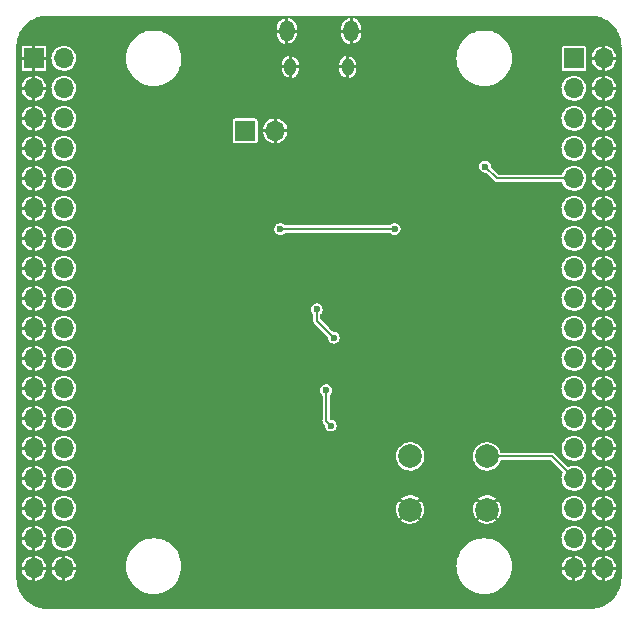
<source format=gbr>
G04 #@! TF.GenerationSoftware,KiCad,Pcbnew,(6.0.2)*
G04 #@! TF.CreationDate,2022-11-16T09:28:02-06:00*
G04 #@! TF.ProjectId,RP2040_minimal,52503230-3430-45f6-9d69-6e696d616c2e,REV1*
G04 #@! TF.SameCoordinates,Original*
G04 #@! TF.FileFunction,Copper,L2,Bot*
G04 #@! TF.FilePolarity,Positive*
%FSLAX46Y46*%
G04 Gerber Fmt 4.6, Leading zero omitted, Abs format (unit mm)*
G04 Created by KiCad (PCBNEW (6.0.2)) date 2022-11-16 09:28:02*
%MOMM*%
%LPD*%
G01*
G04 APERTURE LIST*
G04 #@! TA.AperFunction,ComponentPad*
%ADD10O,1.300000X1.800000*%
G04 #@! TD*
G04 #@! TA.AperFunction,ComponentPad*
%ADD11O,1.050000X1.450000*%
G04 #@! TD*
G04 #@! TA.AperFunction,ComponentPad*
%ADD12R,1.700000X1.700000*%
G04 #@! TD*
G04 #@! TA.AperFunction,ComponentPad*
%ADD13O,1.700000X1.700000*%
G04 #@! TD*
G04 #@! TA.AperFunction,ComponentPad*
%ADD14C,0.600000*%
G04 #@! TD*
G04 #@! TA.AperFunction,ComponentPad*
%ADD15C,2.000000*%
G04 #@! TD*
G04 #@! TA.AperFunction,ViaPad*
%ADD16C,0.600000*%
G04 #@! TD*
G04 #@! TA.AperFunction,Conductor*
%ADD17C,0.200000*%
G04 #@! TD*
G04 APERTURE END LIST*
D10*
X102725000Y-71700000D03*
D11*
X97575000Y-74730000D03*
X102425000Y-74730000D03*
D10*
X97275000Y-71700000D03*
D12*
X75870000Y-74000000D03*
D13*
X78410000Y-74000000D03*
X75870000Y-76540000D03*
X78410000Y-76540000D03*
X75870000Y-79080000D03*
X78410000Y-79080000D03*
X75870000Y-81620000D03*
X78410000Y-81620000D03*
X75870000Y-84160000D03*
X78410000Y-84160000D03*
X75870000Y-86700000D03*
X78410000Y-86700000D03*
X75870000Y-89240000D03*
X78410000Y-89240000D03*
X75870000Y-91780000D03*
X78410000Y-91780000D03*
X75870000Y-94320000D03*
X78410000Y-94320000D03*
X75870000Y-96860000D03*
X78410000Y-96860000D03*
X75870000Y-99400000D03*
X78410000Y-99400000D03*
X75870000Y-101940000D03*
X78410000Y-101940000D03*
X75870000Y-104480000D03*
X78410000Y-104480000D03*
X75870000Y-107020000D03*
X78410000Y-107020000D03*
X75870000Y-109560000D03*
X78410000Y-109560000D03*
X75870000Y-112100000D03*
X78410000Y-112100000D03*
X75870000Y-114640000D03*
X78410000Y-114640000D03*
X75870000Y-117180000D03*
X78410000Y-117180000D03*
D12*
X121590000Y-74000000D03*
D13*
X124130000Y-74000000D03*
X121590000Y-76540000D03*
X124130000Y-76540000D03*
X121590000Y-79080000D03*
X124130000Y-79080000D03*
X121590000Y-81620000D03*
X124130000Y-81620000D03*
X121590000Y-84160000D03*
X124130000Y-84160000D03*
X121590000Y-86700000D03*
X124130000Y-86700000D03*
X121590000Y-89240000D03*
X124130000Y-89240000D03*
X121590000Y-91780000D03*
X124130000Y-91780000D03*
X121590000Y-94320000D03*
X124130000Y-94320000D03*
X121590000Y-96860000D03*
X124130000Y-96860000D03*
X121590000Y-99400000D03*
X124130000Y-99400000D03*
X121590000Y-101940000D03*
X124130000Y-101940000D03*
X121590000Y-104480000D03*
X124130000Y-104480000D03*
X121590000Y-107020000D03*
X124130000Y-107020000D03*
X121590000Y-109560000D03*
X124130000Y-109560000D03*
X121590000Y-112100000D03*
X124130000Y-112100000D03*
X121590000Y-114640000D03*
X124130000Y-114640000D03*
X121590000Y-117180000D03*
X124130000Y-117180000D03*
D14*
X101275000Y-98725000D03*
X98725000Y-100000000D03*
X100000000Y-98725000D03*
X100000000Y-100000000D03*
X98725000Y-101275000D03*
X101275000Y-100000000D03*
X101275000Y-101275000D03*
X100000000Y-101275000D03*
X98725000Y-98725000D03*
D12*
X93746600Y-80146800D03*
D13*
X96286600Y-80146800D03*
D15*
X114224000Y-112201600D03*
X107724000Y-112201600D03*
X107724000Y-107701600D03*
X114224000Y-107701600D03*
D16*
X108407400Y-87843000D03*
X87706400Y-79816600D03*
X102794000Y-108798000D03*
X108763000Y-73746000D03*
X100609600Y-91170400D03*
X91135400Y-101838400D03*
X101193800Y-108798000D03*
X87808000Y-78191000D03*
X96418600Y-110093400D03*
X106959600Y-80908800D03*
X109220200Y-87843000D03*
X101320800Y-94650200D03*
X99009400Y-91145000D03*
X105359400Y-90941800D03*
X88722400Y-92262600D03*
X108559800Y-90967200D03*
X93243600Y-108417000D03*
X91160800Y-96479000D03*
X108839200Y-96504400D03*
X97485400Y-106131000D03*
X97714000Y-112430200D03*
X98700000Y-76500000D03*
X106146800Y-80908800D03*
X98704600Y-77344800D03*
X106146800Y-84083800D03*
X106908800Y-84083800D03*
X108813800Y-101838400D03*
X94843800Y-87131800D03*
X99644400Y-112023800D03*
X98450600Y-107782000D03*
X111557000Y-87843000D03*
X95834400Y-104048200D03*
X110769600Y-87843000D03*
X91160800Y-85861800D03*
X103886200Y-96098000D03*
X99542800Y-105648400D03*
X91160800Y-73746000D03*
X95936000Y-96123400D03*
X103302000Y-103184600D03*
X87808000Y-77403600D03*
X106934200Y-90967200D03*
X106400800Y-88452600D03*
X96723400Y-88452600D03*
X99804175Y-95259800D03*
X101244600Y-97647400D03*
X100600000Y-102100000D03*
X100990600Y-105089600D03*
X114071600Y-83169400D03*
D17*
X106400800Y-88452600D02*
X96723400Y-88452600D01*
X100600000Y-104699000D02*
X100990600Y-105089600D01*
X99804175Y-96206975D02*
X101244600Y-97647400D01*
X100600000Y-102100000D02*
X100600000Y-104699000D01*
X99804175Y-95259800D02*
X99804175Y-96206975D01*
X115062200Y-84160000D02*
X121590000Y-84160000D01*
X114071600Y-83169400D02*
X115062200Y-84160000D01*
X119731600Y-107701600D02*
X121590000Y-109560000D01*
X114224000Y-107701600D02*
X119731600Y-107701600D01*
G04 #@! TA.AperFunction,Conductor*
G36*
X122977712Y-70382219D02*
G01*
X122992303Y-70384530D01*
X122992304Y-70384530D01*
X123000000Y-70385749D01*
X123011674Y-70383900D01*
X123032712Y-70382837D01*
X123287689Y-70397157D01*
X123298711Y-70398398D01*
X123495002Y-70431750D01*
X123577296Y-70445732D01*
X123588120Y-70448202D01*
X123680945Y-70474944D01*
X123859665Y-70526433D01*
X123870135Y-70530097D01*
X124131213Y-70638239D01*
X124141203Y-70643050D01*
X124388531Y-70779744D01*
X124397916Y-70785640D01*
X124628397Y-70949175D01*
X124637065Y-70956088D01*
X124847774Y-71144390D01*
X124855610Y-71152226D01*
X125043912Y-71362935D01*
X125050825Y-71371603D01*
X125214360Y-71602084D01*
X125220256Y-71611469D01*
X125356947Y-71858791D01*
X125361761Y-71868787D01*
X125433201Y-72041258D01*
X125469902Y-72129861D01*
X125473569Y-72140340D01*
X125551798Y-72411880D01*
X125554268Y-72422704D01*
X125594814Y-72661336D01*
X125601601Y-72701284D01*
X125602843Y-72712311D01*
X125609180Y-72825140D01*
X125617163Y-72967288D01*
X125616100Y-72988326D01*
X125614251Y-73000000D01*
X125615470Y-73007696D01*
X125615470Y-73007697D01*
X125617781Y-73022288D01*
X125619000Y-73037775D01*
X125619000Y-117962225D01*
X125617781Y-117977712D01*
X125614251Y-118000000D01*
X125615470Y-118007696D01*
X125616100Y-118011673D01*
X125617163Y-118032712D01*
X125606624Y-118220382D01*
X125602844Y-118287684D01*
X125601601Y-118298716D01*
X125554268Y-118577296D01*
X125551798Y-118588120D01*
X125473569Y-118859660D01*
X125469903Y-118870135D01*
X125396967Y-119046220D01*
X125361764Y-119131207D01*
X125356950Y-119141203D01*
X125220256Y-119388531D01*
X125214360Y-119397916D01*
X125050825Y-119628397D01*
X125043912Y-119637065D01*
X124855610Y-119847774D01*
X124847774Y-119855610D01*
X124637065Y-120043912D01*
X124628397Y-120050825D01*
X124397916Y-120214360D01*
X124388531Y-120220256D01*
X124141203Y-120356950D01*
X124131213Y-120361761D01*
X123870135Y-120469903D01*
X123859665Y-120473567D01*
X123712305Y-120516021D01*
X123588120Y-120551798D01*
X123577296Y-120554268D01*
X123495002Y-120568250D01*
X123298711Y-120601602D01*
X123287689Y-120602843D01*
X123032712Y-120617163D01*
X123011674Y-120616100D01*
X123000000Y-120614251D01*
X122992304Y-120615470D01*
X122992303Y-120615470D01*
X122977712Y-120617781D01*
X122962225Y-120619000D01*
X77037775Y-120619000D01*
X77022288Y-120617781D01*
X77007697Y-120615470D01*
X77007696Y-120615470D01*
X77000000Y-120614251D01*
X76988326Y-120616100D01*
X76967288Y-120617163D01*
X76712311Y-120602843D01*
X76701289Y-120601602D01*
X76504998Y-120568250D01*
X76422704Y-120554268D01*
X76411880Y-120551798D01*
X76287695Y-120516021D01*
X76140335Y-120473567D01*
X76129865Y-120469903D01*
X75868787Y-120361761D01*
X75858797Y-120356950D01*
X75611469Y-120220256D01*
X75602084Y-120214360D01*
X75371603Y-120050825D01*
X75362935Y-120043912D01*
X75152226Y-119855610D01*
X75144390Y-119847774D01*
X74956088Y-119637065D01*
X74949175Y-119628397D01*
X74785640Y-119397916D01*
X74779744Y-119388531D01*
X74643050Y-119141203D01*
X74638236Y-119131207D01*
X74603034Y-119046220D01*
X74530097Y-118870135D01*
X74526431Y-118859660D01*
X74448202Y-118588120D01*
X74445732Y-118577296D01*
X74398399Y-118298716D01*
X74397156Y-118287684D01*
X74393377Y-118220382D01*
X74382837Y-118032712D01*
X74383900Y-118011673D01*
X74384530Y-118007696D01*
X74385749Y-118000000D01*
X74382219Y-117977712D01*
X74381000Y-117962225D01*
X74381000Y-117316846D01*
X74827750Y-117316846D01*
X74831847Y-117365643D01*
X74833585Y-117375111D01*
X74887674Y-117563743D01*
X74891225Y-117572711D01*
X74980919Y-117747236D01*
X74986142Y-117755341D01*
X75108037Y-117909134D01*
X75114720Y-117916055D01*
X75264164Y-118043241D01*
X75272078Y-118048742D01*
X75443373Y-118144475D01*
X75452201Y-118148332D01*
X75638835Y-118208973D01*
X75648246Y-118211041D01*
X75727429Y-118220484D01*
X75740515Y-118217893D01*
X75741955Y-118216338D01*
X75743000Y-118211584D01*
X75743000Y-118207697D01*
X75997000Y-118207697D01*
X76001122Y-118220382D01*
X76003735Y-118222281D01*
X76006680Y-118222632D01*
X76048385Y-118219423D01*
X76057876Y-118217750D01*
X76246882Y-118164978D01*
X76255862Y-118161496D01*
X76431020Y-118073017D01*
X76439155Y-118067854D01*
X76593787Y-117947042D01*
X76600771Y-117940391D01*
X76728990Y-117791848D01*
X76734546Y-117783973D01*
X76831471Y-117613353D01*
X76835392Y-117604546D01*
X76897334Y-117418346D01*
X76899469Y-117408944D01*
X76910383Y-117322556D01*
X76909293Y-117316846D01*
X77367750Y-117316846D01*
X77371847Y-117365643D01*
X77373585Y-117375111D01*
X77427674Y-117563743D01*
X77431225Y-117572711D01*
X77520919Y-117747236D01*
X77526142Y-117755341D01*
X77648037Y-117909134D01*
X77654720Y-117916055D01*
X77804164Y-118043241D01*
X77812078Y-118048742D01*
X77983373Y-118144475D01*
X77992201Y-118148332D01*
X78178835Y-118208973D01*
X78188246Y-118211041D01*
X78267429Y-118220484D01*
X78280515Y-118217893D01*
X78281955Y-118216338D01*
X78283000Y-118211584D01*
X78283000Y-118207697D01*
X78537000Y-118207697D01*
X78541122Y-118220382D01*
X78543735Y-118222281D01*
X78546680Y-118222632D01*
X78588385Y-118219423D01*
X78597876Y-118217750D01*
X78786882Y-118164978D01*
X78795862Y-118161496D01*
X78971020Y-118073017D01*
X78979155Y-118067854D01*
X79133787Y-117947042D01*
X79140771Y-117940391D01*
X79268990Y-117791848D01*
X79274546Y-117783973D01*
X79371471Y-117613353D01*
X79375392Y-117604546D01*
X79437334Y-117418346D01*
X79439469Y-117408944D01*
X79450383Y-117322556D01*
X79447883Y-117309454D01*
X79446473Y-117308130D01*
X79441418Y-117307000D01*
X78552680Y-117307000D01*
X78539995Y-117311122D01*
X78537000Y-117315243D01*
X78537000Y-118207697D01*
X78283000Y-118207697D01*
X78283000Y-117322680D01*
X78278878Y-117309995D01*
X78274757Y-117307000D01*
X77382603Y-117307000D01*
X77369918Y-117311122D01*
X77368127Y-117313586D01*
X77367750Y-117316846D01*
X76909293Y-117316846D01*
X76907883Y-117309454D01*
X76906473Y-117308130D01*
X76901418Y-117307000D01*
X76012680Y-117307000D01*
X75999995Y-117311122D01*
X75997000Y-117315243D01*
X75997000Y-118207697D01*
X75743000Y-118207697D01*
X75743000Y-117322680D01*
X75738878Y-117309995D01*
X75734757Y-117307000D01*
X74842603Y-117307000D01*
X74829918Y-117311122D01*
X74828127Y-117313586D01*
X74827750Y-117316846D01*
X74381000Y-117316846D01*
X74381000Y-117037417D01*
X74829363Y-117037417D01*
X74832045Y-117050484D01*
X74833748Y-117052039D01*
X74838194Y-117053000D01*
X75727320Y-117053000D01*
X75740005Y-117048878D01*
X75743000Y-117044757D01*
X75743000Y-117037320D01*
X75997000Y-117037320D01*
X76001122Y-117050005D01*
X76005243Y-117053000D01*
X76896948Y-117053000D01*
X76909633Y-117048878D01*
X76911207Y-117046712D01*
X76911630Y-117042820D01*
X76911100Y-117037417D01*
X77369363Y-117037417D01*
X77372045Y-117050484D01*
X77373748Y-117052039D01*
X77378194Y-117053000D01*
X78267320Y-117053000D01*
X78280005Y-117048878D01*
X78283000Y-117044757D01*
X78283000Y-117037320D01*
X78537000Y-117037320D01*
X78541122Y-117050005D01*
X78545243Y-117053000D01*
X79436948Y-117053000D01*
X79449633Y-117048878D01*
X79451207Y-117046712D01*
X79451630Y-117042820D01*
X79447431Y-117000000D01*
X83644457Y-117000000D01*
X83644669Y-117003234D01*
X83647735Y-117050005D01*
X83664609Y-117307460D01*
X83724720Y-117609659D01*
X83823762Y-117901427D01*
X83960040Y-118177771D01*
X84131222Y-118433964D01*
X84334380Y-118665620D01*
X84566036Y-118868778D01*
X84822229Y-119039960D01*
X84825135Y-119041393D01*
X84825140Y-119041396D01*
X84964640Y-119110189D01*
X85098573Y-119176238D01*
X85390341Y-119275280D01*
X85692540Y-119335391D01*
X85695762Y-119335602D01*
X85695768Y-119335603D01*
X85921441Y-119350394D01*
X85921443Y-119350394D01*
X85923059Y-119350500D01*
X86076941Y-119350500D01*
X86078557Y-119350394D01*
X86078559Y-119350394D01*
X86304232Y-119335603D01*
X86304238Y-119335602D01*
X86307460Y-119335391D01*
X86609659Y-119275280D01*
X86901427Y-119176238D01*
X87035360Y-119110189D01*
X87174860Y-119041396D01*
X87174865Y-119041393D01*
X87177771Y-119039960D01*
X87433964Y-118868778D01*
X87665620Y-118665620D01*
X87868778Y-118433964D01*
X88039960Y-118177772D01*
X88176238Y-117901427D01*
X88275280Y-117609659D01*
X88335391Y-117307460D01*
X88352266Y-117050005D01*
X88355331Y-117003234D01*
X88355543Y-117000000D01*
X111644457Y-117000000D01*
X111644669Y-117003234D01*
X111647735Y-117050005D01*
X111664609Y-117307460D01*
X111724720Y-117609659D01*
X111823762Y-117901427D01*
X111960040Y-118177771D01*
X112131222Y-118433964D01*
X112334380Y-118665620D01*
X112566036Y-118868778D01*
X112822229Y-119039960D01*
X112825135Y-119041393D01*
X112825140Y-119041396D01*
X112964640Y-119110189D01*
X113098573Y-119176238D01*
X113390341Y-119275280D01*
X113692540Y-119335391D01*
X113695762Y-119335602D01*
X113695768Y-119335603D01*
X113921441Y-119350394D01*
X113921443Y-119350394D01*
X113923059Y-119350500D01*
X114076941Y-119350500D01*
X114078557Y-119350394D01*
X114078559Y-119350394D01*
X114304232Y-119335603D01*
X114304238Y-119335602D01*
X114307460Y-119335391D01*
X114609659Y-119275280D01*
X114901427Y-119176238D01*
X115035360Y-119110189D01*
X115174860Y-119041396D01*
X115174865Y-119041393D01*
X115177771Y-119039960D01*
X115433964Y-118868778D01*
X115665620Y-118665620D01*
X115868778Y-118433964D01*
X116039960Y-118177772D01*
X116176238Y-117901427D01*
X116275280Y-117609659D01*
X116333524Y-117316846D01*
X120547750Y-117316846D01*
X120551847Y-117365643D01*
X120553585Y-117375111D01*
X120607674Y-117563743D01*
X120611225Y-117572711D01*
X120700919Y-117747236D01*
X120706142Y-117755341D01*
X120828037Y-117909134D01*
X120834720Y-117916055D01*
X120984164Y-118043241D01*
X120992078Y-118048742D01*
X121163373Y-118144475D01*
X121172201Y-118148332D01*
X121358835Y-118208973D01*
X121368246Y-118211041D01*
X121447429Y-118220484D01*
X121460515Y-118217893D01*
X121461955Y-118216338D01*
X121463000Y-118211584D01*
X121463000Y-118207697D01*
X121717000Y-118207697D01*
X121721122Y-118220382D01*
X121723735Y-118222281D01*
X121726680Y-118222632D01*
X121768385Y-118219423D01*
X121777876Y-118217750D01*
X121966882Y-118164978D01*
X121975862Y-118161496D01*
X122151020Y-118073017D01*
X122159155Y-118067854D01*
X122313787Y-117947042D01*
X122320771Y-117940391D01*
X122448990Y-117791848D01*
X122454546Y-117783973D01*
X122551471Y-117613353D01*
X122555392Y-117604546D01*
X122617334Y-117418346D01*
X122619469Y-117408944D01*
X122630383Y-117322556D01*
X122629293Y-117316846D01*
X123087750Y-117316846D01*
X123091847Y-117365643D01*
X123093585Y-117375111D01*
X123147674Y-117563743D01*
X123151225Y-117572711D01*
X123240919Y-117747236D01*
X123246142Y-117755341D01*
X123368037Y-117909134D01*
X123374720Y-117916055D01*
X123524164Y-118043241D01*
X123532078Y-118048742D01*
X123703373Y-118144475D01*
X123712201Y-118148332D01*
X123898835Y-118208973D01*
X123908246Y-118211041D01*
X123987429Y-118220484D01*
X124000515Y-118217893D01*
X124001955Y-118216338D01*
X124003000Y-118211584D01*
X124003000Y-118207697D01*
X124257000Y-118207697D01*
X124261122Y-118220382D01*
X124263735Y-118222281D01*
X124266680Y-118222632D01*
X124308385Y-118219423D01*
X124317876Y-118217750D01*
X124506882Y-118164978D01*
X124515862Y-118161496D01*
X124691020Y-118073017D01*
X124699155Y-118067854D01*
X124853787Y-117947042D01*
X124860771Y-117940391D01*
X124988990Y-117791848D01*
X124994546Y-117783973D01*
X125091471Y-117613353D01*
X125095392Y-117604546D01*
X125157334Y-117418346D01*
X125159469Y-117408944D01*
X125170383Y-117322556D01*
X125167883Y-117309454D01*
X125166473Y-117308130D01*
X125161418Y-117307000D01*
X124272680Y-117307000D01*
X124259995Y-117311122D01*
X124257000Y-117315243D01*
X124257000Y-118207697D01*
X124003000Y-118207697D01*
X124003000Y-117322680D01*
X123998878Y-117309995D01*
X123994757Y-117307000D01*
X123102603Y-117307000D01*
X123089918Y-117311122D01*
X123088127Y-117313586D01*
X123087750Y-117316846D01*
X122629293Y-117316846D01*
X122627883Y-117309454D01*
X122626473Y-117308130D01*
X122621418Y-117307000D01*
X121732680Y-117307000D01*
X121719995Y-117311122D01*
X121717000Y-117315243D01*
X121717000Y-118207697D01*
X121463000Y-118207697D01*
X121463000Y-117322680D01*
X121458878Y-117309995D01*
X121454757Y-117307000D01*
X120562603Y-117307000D01*
X120549918Y-117311122D01*
X120548127Y-117313586D01*
X120547750Y-117316846D01*
X116333524Y-117316846D01*
X116335391Y-117307460D01*
X116352266Y-117050005D01*
X116353091Y-117037417D01*
X120549363Y-117037417D01*
X120552045Y-117050484D01*
X120553748Y-117052039D01*
X120558194Y-117053000D01*
X121447320Y-117053000D01*
X121460005Y-117048878D01*
X121463000Y-117044757D01*
X121463000Y-117037320D01*
X121717000Y-117037320D01*
X121721122Y-117050005D01*
X121725243Y-117053000D01*
X122616948Y-117053000D01*
X122629633Y-117048878D01*
X122631207Y-117046712D01*
X122631630Y-117042820D01*
X122631100Y-117037417D01*
X123089363Y-117037417D01*
X123092045Y-117050484D01*
X123093748Y-117052039D01*
X123098194Y-117053000D01*
X123987320Y-117053000D01*
X124000005Y-117048878D01*
X124003000Y-117044757D01*
X124003000Y-117037320D01*
X124257000Y-117037320D01*
X124261122Y-117050005D01*
X124265243Y-117053000D01*
X125156948Y-117053000D01*
X125169633Y-117048878D01*
X125171207Y-117046712D01*
X125171630Y-117042820D01*
X125165459Y-116979886D01*
X125163587Y-116970431D01*
X125106869Y-116782572D01*
X125103199Y-116773668D01*
X125011072Y-116600401D01*
X125005740Y-116592376D01*
X124881716Y-116440307D01*
X124874922Y-116433466D01*
X124723721Y-116308381D01*
X124715738Y-116302997D01*
X124543114Y-116209660D01*
X124534243Y-116205931D01*
X124346774Y-116147899D01*
X124337342Y-116145963D01*
X124272594Y-116139158D01*
X124259548Y-116141931D01*
X124257881Y-116143783D01*
X124257000Y-116147926D01*
X124257000Y-117037320D01*
X124003000Y-117037320D01*
X124003000Y-116152853D01*
X123998878Y-116140168D01*
X123996563Y-116138485D01*
X123992987Y-116138084D01*
X123937117Y-116143168D01*
X123927654Y-116144974D01*
X123739407Y-116200378D01*
X123730466Y-116203991D01*
X123556573Y-116294899D01*
X123548497Y-116300184D01*
X123395571Y-116423140D01*
X123388687Y-116429881D01*
X123262551Y-116580205D01*
X123257104Y-116588159D01*
X123162573Y-116760111D01*
X123158773Y-116768976D01*
X123099439Y-116956021D01*
X123097435Y-116965449D01*
X123089363Y-117037417D01*
X122631100Y-117037417D01*
X122625459Y-116979886D01*
X122623587Y-116970431D01*
X122566869Y-116782572D01*
X122563199Y-116773668D01*
X122471072Y-116600401D01*
X122465740Y-116592376D01*
X122341716Y-116440307D01*
X122334922Y-116433466D01*
X122183721Y-116308381D01*
X122175738Y-116302997D01*
X122003114Y-116209660D01*
X121994243Y-116205931D01*
X121806774Y-116147899D01*
X121797342Y-116145963D01*
X121732594Y-116139158D01*
X121719548Y-116141931D01*
X121717881Y-116143783D01*
X121717000Y-116147926D01*
X121717000Y-117037320D01*
X121463000Y-117037320D01*
X121463000Y-116152853D01*
X121458878Y-116140168D01*
X121456563Y-116138485D01*
X121452987Y-116138084D01*
X121397117Y-116143168D01*
X121387654Y-116144974D01*
X121199407Y-116200378D01*
X121190466Y-116203991D01*
X121016573Y-116294899D01*
X121008497Y-116300184D01*
X120855571Y-116423140D01*
X120848687Y-116429881D01*
X120722551Y-116580205D01*
X120717104Y-116588159D01*
X120622573Y-116760111D01*
X120618773Y-116768976D01*
X120559439Y-116956021D01*
X120557435Y-116965449D01*
X120549363Y-117037417D01*
X116353091Y-117037417D01*
X116355331Y-117003234D01*
X116355543Y-117000000D01*
X116341292Y-116782572D01*
X116335603Y-116695768D01*
X116335602Y-116695762D01*
X116335391Y-116692540D01*
X116275280Y-116390341D01*
X116176238Y-116098573D01*
X116039960Y-115822229D01*
X115868778Y-115566036D01*
X115665620Y-115334380D01*
X115433964Y-115131222D01*
X115177771Y-114960040D01*
X115174865Y-114958607D01*
X115174860Y-114958604D01*
X115012112Y-114878346D01*
X114901427Y-114823762D01*
X114609659Y-114724720D01*
X114307460Y-114664609D01*
X114304238Y-114664398D01*
X114304232Y-114664397D01*
X114078559Y-114649606D01*
X114078557Y-114649606D01*
X114076941Y-114649500D01*
X113923059Y-114649500D01*
X113921443Y-114649606D01*
X113921441Y-114649606D01*
X113695768Y-114664397D01*
X113695762Y-114664398D01*
X113692540Y-114664609D01*
X113390341Y-114724720D01*
X113098573Y-114823762D01*
X112987888Y-114878346D01*
X112825140Y-114958604D01*
X112825135Y-114958607D01*
X112822229Y-114960040D01*
X112566036Y-115131222D01*
X112334380Y-115334380D01*
X112131222Y-115566036D01*
X112129417Y-115568738D01*
X112129415Y-115568740D01*
X112063294Y-115667697D01*
X111960040Y-115822228D01*
X111823762Y-116098573D01*
X111724720Y-116390341D01*
X111664609Y-116692540D01*
X111664398Y-116695762D01*
X111664397Y-116695768D01*
X111658708Y-116782572D01*
X111644457Y-117000000D01*
X88355543Y-117000000D01*
X88341292Y-116782572D01*
X88335603Y-116695768D01*
X88335602Y-116695762D01*
X88335391Y-116692540D01*
X88275280Y-116390341D01*
X88176238Y-116098573D01*
X88039960Y-115822229D01*
X87868778Y-115566036D01*
X87665620Y-115334380D01*
X87433964Y-115131222D01*
X87177771Y-114960040D01*
X87174865Y-114958607D01*
X87174860Y-114958604D01*
X87012112Y-114878346D01*
X86901427Y-114823762D01*
X86609659Y-114724720D01*
X86307460Y-114664609D01*
X86304238Y-114664398D01*
X86304232Y-114664397D01*
X86078559Y-114649606D01*
X86078557Y-114649606D01*
X86076941Y-114649500D01*
X85923059Y-114649500D01*
X85921443Y-114649606D01*
X85921441Y-114649606D01*
X85695768Y-114664397D01*
X85695762Y-114664398D01*
X85692540Y-114664609D01*
X85390341Y-114724720D01*
X85098573Y-114823762D01*
X84987888Y-114878346D01*
X84825140Y-114958604D01*
X84825135Y-114958607D01*
X84822229Y-114960040D01*
X84566036Y-115131222D01*
X84334380Y-115334380D01*
X84131222Y-115566036D01*
X84129417Y-115568738D01*
X84129415Y-115568740D01*
X84063294Y-115667697D01*
X83960040Y-115822228D01*
X83823762Y-116098573D01*
X83724720Y-116390341D01*
X83664609Y-116692540D01*
X83664398Y-116695762D01*
X83664397Y-116695768D01*
X83658708Y-116782572D01*
X83644457Y-117000000D01*
X79447431Y-117000000D01*
X79445459Y-116979886D01*
X79443587Y-116970431D01*
X79386869Y-116782572D01*
X79383199Y-116773668D01*
X79291072Y-116600401D01*
X79285740Y-116592376D01*
X79161716Y-116440307D01*
X79154922Y-116433466D01*
X79003721Y-116308381D01*
X78995738Y-116302997D01*
X78823114Y-116209660D01*
X78814243Y-116205931D01*
X78626774Y-116147899D01*
X78617342Y-116145963D01*
X78552594Y-116139158D01*
X78539548Y-116141931D01*
X78537881Y-116143783D01*
X78537000Y-116147926D01*
X78537000Y-117037320D01*
X78283000Y-117037320D01*
X78283000Y-116152853D01*
X78278878Y-116140168D01*
X78276563Y-116138485D01*
X78272987Y-116138084D01*
X78217117Y-116143168D01*
X78207654Y-116144974D01*
X78019407Y-116200378D01*
X78010466Y-116203991D01*
X77836573Y-116294899D01*
X77828497Y-116300184D01*
X77675571Y-116423140D01*
X77668687Y-116429881D01*
X77542551Y-116580205D01*
X77537104Y-116588159D01*
X77442573Y-116760111D01*
X77438773Y-116768976D01*
X77379439Y-116956021D01*
X77377435Y-116965449D01*
X77369363Y-117037417D01*
X76911100Y-117037417D01*
X76905459Y-116979886D01*
X76903587Y-116970431D01*
X76846869Y-116782572D01*
X76843199Y-116773668D01*
X76751072Y-116600401D01*
X76745740Y-116592376D01*
X76621716Y-116440307D01*
X76614922Y-116433466D01*
X76463721Y-116308381D01*
X76455738Y-116302997D01*
X76283114Y-116209660D01*
X76274243Y-116205931D01*
X76086774Y-116147899D01*
X76077342Y-116145963D01*
X76012594Y-116139158D01*
X75999548Y-116141931D01*
X75997881Y-116143783D01*
X75997000Y-116147926D01*
X75997000Y-117037320D01*
X75743000Y-117037320D01*
X75743000Y-116152853D01*
X75738878Y-116140168D01*
X75736563Y-116138485D01*
X75732987Y-116138084D01*
X75677117Y-116143168D01*
X75667654Y-116144974D01*
X75479407Y-116200378D01*
X75470466Y-116203991D01*
X75296573Y-116294899D01*
X75288497Y-116300184D01*
X75135571Y-116423140D01*
X75128687Y-116429881D01*
X75002551Y-116580205D01*
X74997104Y-116588159D01*
X74902573Y-116760111D01*
X74898773Y-116768976D01*
X74839439Y-116956021D01*
X74837435Y-116965449D01*
X74829363Y-117037417D01*
X74381000Y-117037417D01*
X74381000Y-114776846D01*
X74827750Y-114776846D01*
X74831847Y-114825643D01*
X74833585Y-114835111D01*
X74887674Y-115023743D01*
X74891225Y-115032711D01*
X74980919Y-115207236D01*
X74986142Y-115215341D01*
X75108037Y-115369134D01*
X75114720Y-115376055D01*
X75264164Y-115503241D01*
X75272078Y-115508742D01*
X75443373Y-115604475D01*
X75452201Y-115608332D01*
X75638835Y-115668973D01*
X75648246Y-115671041D01*
X75727429Y-115680484D01*
X75740515Y-115677893D01*
X75741955Y-115676338D01*
X75743000Y-115671584D01*
X75743000Y-115667697D01*
X75997000Y-115667697D01*
X76001122Y-115680382D01*
X76003735Y-115682281D01*
X76006680Y-115682632D01*
X76048385Y-115679423D01*
X76057876Y-115677750D01*
X76246882Y-115624978D01*
X76255862Y-115621496D01*
X76431020Y-115533017D01*
X76439155Y-115527854D01*
X76593787Y-115407042D01*
X76600771Y-115400391D01*
X76728990Y-115251848D01*
X76734546Y-115243973D01*
X76831471Y-115073353D01*
X76835392Y-115064546D01*
X76897334Y-114878346D01*
X76899469Y-114868944D01*
X76910383Y-114782556D01*
X76907883Y-114769454D01*
X76906473Y-114768130D01*
X76901418Y-114767000D01*
X76012680Y-114767000D01*
X75999995Y-114771122D01*
X75997000Y-114775243D01*
X75997000Y-115667697D01*
X75743000Y-115667697D01*
X75743000Y-114782680D01*
X75738878Y-114769995D01*
X75734757Y-114767000D01*
X74842603Y-114767000D01*
X74829918Y-114771122D01*
X74828127Y-114773586D01*
X74827750Y-114776846D01*
X74381000Y-114776846D01*
X74381000Y-114625262D01*
X77354520Y-114625262D01*
X77356564Y-114649606D01*
X77371347Y-114825643D01*
X77371759Y-114830553D01*
X77428544Y-115028586D01*
X77522712Y-115211818D01*
X77650677Y-115373270D01*
X77654357Y-115376402D01*
X77654359Y-115376404D01*
X77767017Y-115472283D01*
X77807564Y-115506791D01*
X77811787Y-115509151D01*
X77811791Y-115509154D01*
X77855248Y-115533441D01*
X77987398Y-115607297D01*
X77991996Y-115608791D01*
X78178724Y-115669463D01*
X78178726Y-115669464D01*
X78183329Y-115670959D01*
X78387894Y-115695351D01*
X78392716Y-115694980D01*
X78392719Y-115694980D01*
X78460541Y-115689761D01*
X78593300Y-115679546D01*
X78791725Y-115624145D01*
X78796038Y-115621966D01*
X78796044Y-115621964D01*
X78971289Y-115533441D01*
X78971291Y-115533440D01*
X78975610Y-115531258D01*
X79003902Y-115509154D01*
X79134135Y-115407406D01*
X79134139Y-115407402D01*
X79137951Y-115404424D01*
X79141433Y-115400391D01*
X79200263Y-115332234D01*
X79272564Y-115248472D01*
X79291385Y-115215341D01*
X79371934Y-115073550D01*
X79371935Y-115073547D01*
X79374323Y-115069344D01*
X79375920Y-115064546D01*
X79437824Y-114878454D01*
X79437824Y-114878452D01*
X79439351Y-114873863D01*
X79439973Y-114868944D01*
X79464823Y-114672228D01*
X79465171Y-114669474D01*
X79465583Y-114640000D01*
X79464138Y-114625262D01*
X120534520Y-114625262D01*
X120536564Y-114649606D01*
X120551347Y-114825643D01*
X120551759Y-114830553D01*
X120608544Y-115028586D01*
X120702712Y-115211818D01*
X120830677Y-115373270D01*
X120834357Y-115376402D01*
X120834359Y-115376404D01*
X120947017Y-115472283D01*
X120987564Y-115506791D01*
X120991787Y-115509151D01*
X120991791Y-115509154D01*
X121035248Y-115533441D01*
X121167398Y-115607297D01*
X121171996Y-115608791D01*
X121358724Y-115669463D01*
X121358726Y-115669464D01*
X121363329Y-115670959D01*
X121567894Y-115695351D01*
X121572716Y-115694980D01*
X121572719Y-115694980D01*
X121640541Y-115689761D01*
X121773300Y-115679546D01*
X121971725Y-115624145D01*
X121976038Y-115621966D01*
X121976044Y-115621964D01*
X122151289Y-115533441D01*
X122151291Y-115533440D01*
X122155610Y-115531258D01*
X122183902Y-115509154D01*
X122314135Y-115407406D01*
X122314139Y-115407402D01*
X122317951Y-115404424D01*
X122321433Y-115400391D01*
X122380263Y-115332234D01*
X122452564Y-115248472D01*
X122471385Y-115215341D01*
X122551934Y-115073550D01*
X122551935Y-115073547D01*
X122554323Y-115069344D01*
X122555920Y-115064546D01*
X122617824Y-114878454D01*
X122617824Y-114878452D01*
X122619351Y-114873863D01*
X122619973Y-114868944D01*
X122631607Y-114776846D01*
X123087750Y-114776846D01*
X123091847Y-114825643D01*
X123093585Y-114835111D01*
X123147674Y-115023743D01*
X123151225Y-115032711D01*
X123240919Y-115207236D01*
X123246142Y-115215341D01*
X123368037Y-115369134D01*
X123374720Y-115376055D01*
X123524164Y-115503241D01*
X123532078Y-115508742D01*
X123703373Y-115604475D01*
X123712201Y-115608332D01*
X123898835Y-115668973D01*
X123908246Y-115671041D01*
X123987429Y-115680484D01*
X124000515Y-115677893D01*
X124001955Y-115676338D01*
X124003000Y-115671584D01*
X124003000Y-115667697D01*
X124257000Y-115667697D01*
X124261122Y-115680382D01*
X124263735Y-115682281D01*
X124266680Y-115682632D01*
X124308385Y-115679423D01*
X124317876Y-115677750D01*
X124506882Y-115624978D01*
X124515862Y-115621496D01*
X124691020Y-115533017D01*
X124699155Y-115527854D01*
X124853787Y-115407042D01*
X124860771Y-115400391D01*
X124988990Y-115251848D01*
X124994546Y-115243973D01*
X125091471Y-115073353D01*
X125095392Y-115064546D01*
X125157334Y-114878346D01*
X125159469Y-114868944D01*
X125170383Y-114782556D01*
X125167883Y-114769454D01*
X125166473Y-114768130D01*
X125161418Y-114767000D01*
X124272680Y-114767000D01*
X124259995Y-114771122D01*
X124257000Y-114775243D01*
X124257000Y-115667697D01*
X124003000Y-115667697D01*
X124003000Y-114782680D01*
X123998878Y-114769995D01*
X123994757Y-114767000D01*
X123102603Y-114767000D01*
X123089918Y-114771122D01*
X123088127Y-114773586D01*
X123087750Y-114776846D01*
X122631607Y-114776846D01*
X122644823Y-114672228D01*
X122645171Y-114669474D01*
X122645583Y-114640000D01*
X122632727Y-114508878D01*
X122631603Y-114497417D01*
X123089363Y-114497417D01*
X123092045Y-114510484D01*
X123093748Y-114512039D01*
X123098194Y-114513000D01*
X123987320Y-114513000D01*
X124000005Y-114508878D01*
X124003000Y-114504757D01*
X124003000Y-114497320D01*
X124257000Y-114497320D01*
X124261122Y-114510005D01*
X124265243Y-114513000D01*
X125156948Y-114513000D01*
X125169633Y-114508878D01*
X125171207Y-114506712D01*
X125171630Y-114502820D01*
X125165459Y-114439886D01*
X125163587Y-114430431D01*
X125106869Y-114242572D01*
X125103199Y-114233668D01*
X125011072Y-114060401D01*
X125005740Y-114052376D01*
X124881716Y-113900307D01*
X124874922Y-113893466D01*
X124723721Y-113768381D01*
X124715738Y-113762997D01*
X124543114Y-113669660D01*
X124534243Y-113665931D01*
X124346774Y-113607899D01*
X124337342Y-113605963D01*
X124272594Y-113599158D01*
X124259548Y-113601931D01*
X124257881Y-113603783D01*
X124257000Y-113607926D01*
X124257000Y-114497320D01*
X124003000Y-114497320D01*
X124003000Y-113612853D01*
X123998878Y-113600168D01*
X123996563Y-113598485D01*
X123992987Y-113598084D01*
X123937117Y-113603168D01*
X123927654Y-113604974D01*
X123739407Y-113660378D01*
X123730466Y-113663991D01*
X123556573Y-113754899D01*
X123548497Y-113760184D01*
X123395571Y-113883140D01*
X123388687Y-113889881D01*
X123262551Y-114040205D01*
X123257104Y-114048159D01*
X123162573Y-114220111D01*
X123158773Y-114228976D01*
X123099439Y-114416021D01*
X123097435Y-114425449D01*
X123089363Y-114497417D01*
X122631603Y-114497417D01*
X122625952Y-114439780D01*
X122625951Y-114439776D01*
X122625480Y-114434970D01*
X122622606Y-114425449D01*
X122567333Y-114242380D01*
X122565935Y-114237749D01*
X122469218Y-114055849D01*
X122339011Y-113896200D01*
X122180275Y-113764882D01*
X121999055Y-113666897D01*
X121935855Y-113647333D01*
X121806875Y-113607407D01*
X121806871Y-113607406D01*
X121802254Y-113605977D01*
X121797446Y-113605472D01*
X121797443Y-113605471D01*
X121602185Y-113584949D01*
X121602183Y-113584949D01*
X121597369Y-113584443D01*
X121537354Y-113589905D01*
X121397022Y-113602675D01*
X121397017Y-113602676D01*
X121392203Y-113603114D01*
X121194572Y-113661280D01*
X121190288Y-113663519D01*
X121190287Y-113663520D01*
X121122528Y-113698944D01*
X121012002Y-113756726D01*
X121008231Y-113759758D01*
X120855220Y-113882781D01*
X120855217Y-113882783D01*
X120851447Y-113885815D01*
X120848333Y-113889526D01*
X120848332Y-113889527D01*
X120839287Y-113900307D01*
X120719024Y-114043630D01*
X120716689Y-114047878D01*
X120716688Y-114047879D01*
X120709955Y-114060126D01*
X120619776Y-114224162D01*
X120618313Y-114228775D01*
X120618311Y-114228779D01*
X120615466Y-114237749D01*
X120557484Y-114420532D01*
X120556944Y-114425344D01*
X120556944Y-114425345D01*
X120555865Y-114434970D01*
X120534520Y-114625262D01*
X79464138Y-114625262D01*
X79452727Y-114508878D01*
X79445952Y-114439780D01*
X79445951Y-114439776D01*
X79445480Y-114434970D01*
X79442606Y-114425449D01*
X79387333Y-114242380D01*
X79385935Y-114237749D01*
X79289218Y-114055849D01*
X79159011Y-113896200D01*
X79000275Y-113764882D01*
X78819055Y-113666897D01*
X78755855Y-113647333D01*
X78626875Y-113607407D01*
X78626871Y-113607406D01*
X78622254Y-113605977D01*
X78617446Y-113605472D01*
X78617443Y-113605471D01*
X78422185Y-113584949D01*
X78422183Y-113584949D01*
X78417369Y-113584443D01*
X78357354Y-113589905D01*
X78217022Y-113602675D01*
X78217017Y-113602676D01*
X78212203Y-113603114D01*
X78014572Y-113661280D01*
X78010288Y-113663519D01*
X78010287Y-113663520D01*
X77942528Y-113698944D01*
X77832002Y-113756726D01*
X77828231Y-113759758D01*
X77675220Y-113882781D01*
X77675217Y-113882783D01*
X77671447Y-113885815D01*
X77668333Y-113889526D01*
X77668332Y-113889527D01*
X77659287Y-113900307D01*
X77539024Y-114043630D01*
X77536689Y-114047878D01*
X77536688Y-114047879D01*
X77529955Y-114060126D01*
X77439776Y-114224162D01*
X77438313Y-114228775D01*
X77438311Y-114228779D01*
X77435466Y-114237749D01*
X77377484Y-114420532D01*
X77376944Y-114425344D01*
X77376944Y-114425345D01*
X77375865Y-114434970D01*
X77354520Y-114625262D01*
X74381000Y-114625262D01*
X74381000Y-114497417D01*
X74829363Y-114497417D01*
X74832045Y-114510484D01*
X74833748Y-114512039D01*
X74838194Y-114513000D01*
X75727320Y-114513000D01*
X75740005Y-114508878D01*
X75743000Y-114504757D01*
X75743000Y-114497320D01*
X75997000Y-114497320D01*
X76001122Y-114510005D01*
X76005243Y-114513000D01*
X76896948Y-114513000D01*
X76909633Y-114508878D01*
X76911207Y-114506712D01*
X76911630Y-114502820D01*
X76905459Y-114439886D01*
X76903587Y-114430431D01*
X76846869Y-114242572D01*
X76843199Y-114233668D01*
X76751072Y-114060401D01*
X76745740Y-114052376D01*
X76621716Y-113900307D01*
X76614922Y-113893466D01*
X76463721Y-113768381D01*
X76455738Y-113762997D01*
X76283114Y-113669660D01*
X76274243Y-113665931D01*
X76086774Y-113607899D01*
X76077342Y-113605963D01*
X76012594Y-113599158D01*
X75999548Y-113601931D01*
X75997881Y-113603783D01*
X75997000Y-113607926D01*
X75997000Y-114497320D01*
X75743000Y-114497320D01*
X75743000Y-113612853D01*
X75738878Y-113600168D01*
X75736563Y-113598485D01*
X75732987Y-113598084D01*
X75677117Y-113603168D01*
X75667654Y-113604974D01*
X75479407Y-113660378D01*
X75470466Y-113663991D01*
X75296573Y-113754899D01*
X75288497Y-113760184D01*
X75135571Y-113883140D01*
X75128687Y-113889881D01*
X75002551Y-114040205D01*
X74997104Y-114048159D01*
X74902573Y-114220111D01*
X74898773Y-114228976D01*
X74839439Y-114416021D01*
X74837435Y-114425449D01*
X74829363Y-114497417D01*
X74381000Y-114497417D01*
X74381000Y-112236846D01*
X74827750Y-112236846D01*
X74831847Y-112285643D01*
X74833585Y-112295111D01*
X74887674Y-112483743D01*
X74891225Y-112492711D01*
X74980919Y-112667236D01*
X74986142Y-112675341D01*
X75108037Y-112829134D01*
X75114720Y-112836055D01*
X75264164Y-112963241D01*
X75272078Y-112968742D01*
X75443373Y-113064475D01*
X75452201Y-113068332D01*
X75638835Y-113128973D01*
X75648246Y-113131041D01*
X75727429Y-113140484D01*
X75740515Y-113137893D01*
X75741955Y-113136338D01*
X75743000Y-113131584D01*
X75743000Y-113127697D01*
X75997000Y-113127697D01*
X76001122Y-113140382D01*
X76003735Y-113142281D01*
X76006680Y-113142632D01*
X76048385Y-113139423D01*
X76057876Y-113137750D01*
X76246882Y-113084978D01*
X76255862Y-113081496D01*
X76431020Y-112993017D01*
X76439155Y-112987854D01*
X76593787Y-112867042D01*
X76600771Y-112860391D01*
X76728990Y-112711848D01*
X76734546Y-112703973D01*
X76831471Y-112533353D01*
X76835392Y-112524546D01*
X76897334Y-112338346D01*
X76899469Y-112328944D01*
X76910383Y-112242556D01*
X76907883Y-112229454D01*
X76906473Y-112228130D01*
X76901418Y-112227000D01*
X76012680Y-112227000D01*
X75999995Y-112231122D01*
X75997000Y-112235243D01*
X75997000Y-113127697D01*
X75743000Y-113127697D01*
X75743000Y-112242680D01*
X75738878Y-112229995D01*
X75734757Y-112227000D01*
X74842603Y-112227000D01*
X74829918Y-112231122D01*
X74828127Y-112233586D01*
X74827750Y-112236846D01*
X74381000Y-112236846D01*
X74381000Y-112085262D01*
X77354520Y-112085262D01*
X77354925Y-112090082D01*
X77371347Y-112285643D01*
X77371759Y-112290553D01*
X77428544Y-112488586D01*
X77522712Y-112671818D01*
X77650677Y-112833270D01*
X77654357Y-112836402D01*
X77654359Y-112836404D01*
X77705864Y-112880238D01*
X77807564Y-112966791D01*
X77811787Y-112969151D01*
X77811791Y-112969154D01*
X77855248Y-112993441D01*
X77987398Y-113067297D01*
X77991996Y-113068791D01*
X78178724Y-113129463D01*
X78178726Y-113129464D01*
X78183329Y-113130959D01*
X78387894Y-113155351D01*
X78392716Y-113154980D01*
X78392719Y-113154980D01*
X78460541Y-113149761D01*
X78593248Y-113139550D01*
X106971484Y-113139550D01*
X106971491Y-113139595D01*
X106977014Y-113145810D01*
X107145178Y-113258175D01*
X107153133Y-113262493D01*
X107347412Y-113345962D01*
X107356024Y-113348760D01*
X107562272Y-113395429D01*
X107571232Y-113396609D01*
X107782544Y-113404911D01*
X107791556Y-113404439D01*
X108000848Y-113374094D01*
X108009630Y-113371985D01*
X108209878Y-113304010D01*
X108218134Y-113300334D01*
X108402638Y-113197006D01*
X108410092Y-113191883D01*
X108466051Y-113145342D01*
X108469706Y-113139550D01*
X113471484Y-113139550D01*
X113471491Y-113139595D01*
X113477014Y-113145810D01*
X113645178Y-113258175D01*
X113653133Y-113262493D01*
X113847412Y-113345962D01*
X113856024Y-113348760D01*
X114062272Y-113395429D01*
X114071232Y-113396609D01*
X114282544Y-113404911D01*
X114291556Y-113404439D01*
X114500848Y-113374094D01*
X114509630Y-113371985D01*
X114709878Y-113304010D01*
X114718134Y-113300334D01*
X114902638Y-113197006D01*
X114910092Y-113191883D01*
X114966051Y-113145342D01*
X114973171Y-113134058D01*
X114972985Y-113131228D01*
X114970983Y-113128188D01*
X114235086Y-112392291D01*
X114223203Y-112386237D01*
X114218172Y-112387033D01*
X113477538Y-113127667D01*
X113471484Y-113139550D01*
X108469706Y-113139550D01*
X108473171Y-113134058D01*
X108472985Y-113131228D01*
X108470983Y-113128188D01*
X107735086Y-112392291D01*
X107723203Y-112386237D01*
X107718172Y-112387033D01*
X106977538Y-113127667D01*
X106971484Y-113139550D01*
X78593248Y-113139550D01*
X78593300Y-113139546D01*
X78791725Y-113084145D01*
X78796038Y-113081966D01*
X78796044Y-113081964D01*
X78971289Y-112993441D01*
X78971291Y-112993440D01*
X78975610Y-112991258D01*
X79003902Y-112969154D01*
X79134135Y-112867406D01*
X79134139Y-112867402D01*
X79137951Y-112864424D01*
X79141433Y-112860391D01*
X79197313Y-112795651D01*
X79272564Y-112708472D01*
X79279800Y-112695734D01*
X79371934Y-112533550D01*
X79371935Y-112533547D01*
X79374323Y-112529344D01*
X79375920Y-112524546D01*
X79437824Y-112338454D01*
X79437824Y-112338452D01*
X79439351Y-112333863D01*
X79439973Y-112328944D01*
X79459473Y-112174581D01*
X106519569Y-112174581D01*
X106533399Y-112385600D01*
X106534812Y-112394521D01*
X106586866Y-112599482D01*
X106589886Y-112608010D01*
X106678416Y-112800046D01*
X106682937Y-112807877D01*
X106779554Y-112944586D01*
X106790241Y-112952566D01*
X106790990Y-112952576D01*
X106797121Y-112948874D01*
X107533309Y-112212686D01*
X107538551Y-112202397D01*
X107908637Y-112202397D01*
X107909433Y-112207428D01*
X108646628Y-112944623D01*
X108658511Y-112950677D01*
X108661314Y-112950233D01*
X108664158Y-112947961D01*
X108714283Y-112887692D01*
X108719406Y-112880238D01*
X108822734Y-112695734D01*
X108826410Y-112687478D01*
X108894385Y-112487230D01*
X108896494Y-112478448D01*
X108927072Y-112267549D01*
X108927565Y-112261761D01*
X108929065Y-112204513D01*
X108928875Y-112198701D01*
X108926659Y-112174581D01*
X113019569Y-112174581D01*
X113033399Y-112385600D01*
X113034812Y-112394521D01*
X113086866Y-112599482D01*
X113089886Y-112608010D01*
X113178416Y-112800046D01*
X113182937Y-112807877D01*
X113279554Y-112944586D01*
X113290241Y-112952566D01*
X113290990Y-112952576D01*
X113297121Y-112948874D01*
X114033309Y-112212686D01*
X114038551Y-112202397D01*
X114408637Y-112202397D01*
X114409433Y-112207428D01*
X115146628Y-112944623D01*
X115158511Y-112950677D01*
X115161314Y-112950233D01*
X115164158Y-112947961D01*
X115214283Y-112887692D01*
X115219406Y-112880238D01*
X115322734Y-112695734D01*
X115326410Y-112687478D01*
X115394385Y-112487230D01*
X115396494Y-112478448D01*
X115427072Y-112267549D01*
X115427565Y-112261761D01*
X115429065Y-112204513D01*
X115428875Y-112198701D01*
X115418451Y-112085262D01*
X120534520Y-112085262D01*
X120534925Y-112090082D01*
X120551347Y-112285643D01*
X120551759Y-112290553D01*
X120608544Y-112488586D01*
X120702712Y-112671818D01*
X120830677Y-112833270D01*
X120834357Y-112836402D01*
X120834359Y-112836404D01*
X120885864Y-112880238D01*
X120987564Y-112966791D01*
X120991787Y-112969151D01*
X120991791Y-112969154D01*
X121035248Y-112993441D01*
X121167398Y-113067297D01*
X121171996Y-113068791D01*
X121358724Y-113129463D01*
X121358726Y-113129464D01*
X121363329Y-113130959D01*
X121567894Y-113155351D01*
X121572716Y-113154980D01*
X121572719Y-113154980D01*
X121640541Y-113149761D01*
X121773300Y-113139546D01*
X121971725Y-113084145D01*
X121976038Y-113081966D01*
X121976044Y-113081964D01*
X122151289Y-112993441D01*
X122151291Y-112993440D01*
X122155610Y-112991258D01*
X122183902Y-112969154D01*
X122314135Y-112867406D01*
X122314139Y-112867402D01*
X122317951Y-112864424D01*
X122321433Y-112860391D01*
X122377313Y-112795651D01*
X122452564Y-112708472D01*
X122459800Y-112695734D01*
X122551934Y-112533550D01*
X122551935Y-112533547D01*
X122554323Y-112529344D01*
X122555920Y-112524546D01*
X122617824Y-112338454D01*
X122617824Y-112338452D01*
X122619351Y-112333863D01*
X122619973Y-112328944D01*
X122631607Y-112236846D01*
X123087750Y-112236846D01*
X123091847Y-112285643D01*
X123093585Y-112295111D01*
X123147674Y-112483743D01*
X123151225Y-112492711D01*
X123240919Y-112667236D01*
X123246142Y-112675341D01*
X123368037Y-112829134D01*
X123374720Y-112836055D01*
X123524164Y-112963241D01*
X123532078Y-112968742D01*
X123703373Y-113064475D01*
X123712201Y-113068332D01*
X123898835Y-113128973D01*
X123908246Y-113131041D01*
X123987429Y-113140484D01*
X124000515Y-113137893D01*
X124001955Y-113136338D01*
X124003000Y-113131584D01*
X124003000Y-113127697D01*
X124257000Y-113127697D01*
X124261122Y-113140382D01*
X124263735Y-113142281D01*
X124266680Y-113142632D01*
X124308385Y-113139423D01*
X124317876Y-113137750D01*
X124506882Y-113084978D01*
X124515862Y-113081496D01*
X124691020Y-112993017D01*
X124699155Y-112987854D01*
X124853787Y-112867042D01*
X124860771Y-112860391D01*
X124988990Y-112711848D01*
X124994546Y-112703973D01*
X125091471Y-112533353D01*
X125095392Y-112524546D01*
X125157334Y-112338346D01*
X125159469Y-112328944D01*
X125170383Y-112242556D01*
X125167883Y-112229454D01*
X125166473Y-112228130D01*
X125161418Y-112227000D01*
X124272680Y-112227000D01*
X124259995Y-112231122D01*
X124257000Y-112235243D01*
X124257000Y-113127697D01*
X124003000Y-113127697D01*
X124003000Y-112242680D01*
X123998878Y-112229995D01*
X123994757Y-112227000D01*
X123102603Y-112227000D01*
X123089918Y-112231122D01*
X123088127Y-112233586D01*
X123087750Y-112236846D01*
X122631607Y-112236846D01*
X122644823Y-112132228D01*
X122645171Y-112129474D01*
X122645583Y-112100000D01*
X122643667Y-112080454D01*
X122631603Y-111957417D01*
X123089363Y-111957417D01*
X123092045Y-111970484D01*
X123093748Y-111972039D01*
X123098194Y-111973000D01*
X123987320Y-111973000D01*
X124000005Y-111968878D01*
X124003000Y-111964757D01*
X124003000Y-111957320D01*
X124257000Y-111957320D01*
X124261122Y-111970005D01*
X124265243Y-111973000D01*
X125156948Y-111973000D01*
X125169633Y-111968878D01*
X125171207Y-111966712D01*
X125171630Y-111962820D01*
X125165459Y-111899886D01*
X125163587Y-111890431D01*
X125106869Y-111702572D01*
X125103199Y-111693668D01*
X125011072Y-111520401D01*
X125005740Y-111512376D01*
X124881716Y-111360307D01*
X124874922Y-111353466D01*
X124723721Y-111228381D01*
X124715738Y-111222997D01*
X124543114Y-111129660D01*
X124534243Y-111125931D01*
X124346774Y-111067899D01*
X124337342Y-111065963D01*
X124272594Y-111059158D01*
X124259548Y-111061931D01*
X124257881Y-111063783D01*
X124257000Y-111067926D01*
X124257000Y-111957320D01*
X124003000Y-111957320D01*
X124003000Y-111072853D01*
X123998878Y-111060168D01*
X123996563Y-111058485D01*
X123992987Y-111058084D01*
X123937117Y-111063168D01*
X123927654Y-111064974D01*
X123739407Y-111120378D01*
X123730466Y-111123991D01*
X123556573Y-111214899D01*
X123548497Y-111220184D01*
X123395571Y-111343140D01*
X123388687Y-111349881D01*
X123262551Y-111500205D01*
X123257104Y-111508159D01*
X123162573Y-111680111D01*
X123158773Y-111688976D01*
X123099439Y-111876021D01*
X123097435Y-111885449D01*
X123089363Y-111957417D01*
X122631603Y-111957417D01*
X122625952Y-111899780D01*
X122625951Y-111899776D01*
X122625480Y-111894970D01*
X122622606Y-111885449D01*
X122567333Y-111702380D01*
X122565935Y-111697749D01*
X122469218Y-111515849D01*
X122339011Y-111356200D01*
X122243479Y-111277169D01*
X122184002Y-111227965D01*
X122184000Y-111227964D01*
X122180275Y-111224882D01*
X121999055Y-111126897D01*
X121935855Y-111107333D01*
X121806875Y-111067407D01*
X121806871Y-111067406D01*
X121802254Y-111065977D01*
X121797446Y-111065472D01*
X121797443Y-111065471D01*
X121602185Y-111044949D01*
X121602183Y-111044949D01*
X121597369Y-111044443D01*
X121537354Y-111049905D01*
X121397022Y-111062675D01*
X121397017Y-111062676D01*
X121392203Y-111063114D01*
X121194572Y-111121280D01*
X121190288Y-111123519D01*
X121190287Y-111123520D01*
X121122528Y-111158944D01*
X121012002Y-111216726D01*
X121008231Y-111219758D01*
X120855220Y-111342781D01*
X120855217Y-111342783D01*
X120851447Y-111345815D01*
X120848333Y-111349526D01*
X120848332Y-111349527D01*
X120756033Y-111459525D01*
X120719024Y-111503630D01*
X120716689Y-111507878D01*
X120716688Y-111507879D01*
X120709955Y-111520126D01*
X120619776Y-111684162D01*
X120618313Y-111688775D01*
X120618311Y-111688779D01*
X120564413Y-111858689D01*
X120557484Y-111880532D01*
X120556944Y-111885344D01*
X120556944Y-111885345D01*
X120549070Y-111955548D01*
X120534520Y-112085262D01*
X115418451Y-112085262D01*
X115409376Y-111986498D01*
X115407729Y-111977612D01*
X115350328Y-111774086D01*
X115347087Y-111765642D01*
X115253560Y-111575988D01*
X115248835Y-111568278D01*
X115167626Y-111459525D01*
X115156734Y-111451827D01*
X115155285Y-111451846D01*
X115150192Y-111455013D01*
X114414691Y-112190514D01*
X114408637Y-112202397D01*
X114038551Y-112202397D01*
X114039363Y-112200803D01*
X114038567Y-112195772D01*
X113301401Y-111458606D01*
X113289518Y-111452552D01*
X113287401Y-111452887D01*
X113283670Y-111455949D01*
X113216096Y-111541666D01*
X113211171Y-111549249D01*
X113112705Y-111736402D01*
X113109251Y-111744742D01*
X113046541Y-111946698D01*
X113044660Y-111955548D01*
X113019805Y-112165548D01*
X113019569Y-112174581D01*
X108926659Y-112174581D01*
X108909376Y-111986498D01*
X108907729Y-111977612D01*
X108850328Y-111774086D01*
X108847087Y-111765642D01*
X108753560Y-111575988D01*
X108748835Y-111568278D01*
X108667626Y-111459525D01*
X108656734Y-111451827D01*
X108655285Y-111451846D01*
X108650192Y-111455013D01*
X107914691Y-112190514D01*
X107908637Y-112202397D01*
X107538551Y-112202397D01*
X107539363Y-112200803D01*
X107538567Y-112195772D01*
X106801401Y-111458606D01*
X106789518Y-111452552D01*
X106787401Y-111452887D01*
X106783670Y-111455949D01*
X106716096Y-111541666D01*
X106711171Y-111549249D01*
X106612705Y-111736402D01*
X106609251Y-111744742D01*
X106546541Y-111946698D01*
X106544660Y-111955548D01*
X106519805Y-112165548D01*
X106519569Y-112174581D01*
X79459473Y-112174581D01*
X79464823Y-112132228D01*
X79465171Y-112129474D01*
X79465583Y-112100000D01*
X79463667Y-112080454D01*
X79445952Y-111899780D01*
X79445951Y-111899776D01*
X79445480Y-111894970D01*
X79442606Y-111885449D01*
X79387333Y-111702380D01*
X79385935Y-111697749D01*
X79289218Y-111515849D01*
X79159011Y-111356200D01*
X79063479Y-111277169D01*
X79052877Y-111268398D01*
X106974249Y-111268398D01*
X106974572Y-111271915D01*
X106975943Y-111273938D01*
X107712914Y-112010909D01*
X107724797Y-112016963D01*
X107729828Y-112016167D01*
X108468826Y-111277169D01*
X108473295Y-111268398D01*
X113474249Y-111268398D01*
X113474572Y-111271915D01*
X113475943Y-111273938D01*
X114212914Y-112010909D01*
X114224797Y-112016963D01*
X114229828Y-112016167D01*
X114968826Y-111277169D01*
X114974880Y-111265286D01*
X114974220Y-111261118D01*
X114973473Y-111260130D01*
X114960973Y-111248575D01*
X114953806Y-111243076D01*
X114774960Y-111130233D01*
X114766907Y-111126130D01*
X114570491Y-111047768D01*
X114561833Y-111045203D01*
X114354426Y-111003947D01*
X114345433Y-111003002D01*
X114133985Y-111000233D01*
X114124970Y-111000943D01*
X113916556Y-111036755D01*
X113907832Y-111039093D01*
X113709436Y-111112284D01*
X113701268Y-111116180D01*
X113519543Y-111224296D01*
X113512218Y-111229617D01*
X113481068Y-111256935D01*
X113474249Y-111268398D01*
X108473295Y-111268398D01*
X108474880Y-111265286D01*
X108474220Y-111261118D01*
X108473473Y-111260130D01*
X108460973Y-111248575D01*
X108453806Y-111243076D01*
X108274960Y-111130233D01*
X108266907Y-111126130D01*
X108070491Y-111047768D01*
X108061833Y-111045203D01*
X107854426Y-111003947D01*
X107845433Y-111003002D01*
X107633985Y-111000233D01*
X107624970Y-111000943D01*
X107416556Y-111036755D01*
X107407832Y-111039093D01*
X107209436Y-111112284D01*
X107201268Y-111116180D01*
X107019543Y-111224296D01*
X107012218Y-111229617D01*
X106981068Y-111256935D01*
X106974249Y-111268398D01*
X79052877Y-111268398D01*
X79004002Y-111227965D01*
X79004000Y-111227964D01*
X79000275Y-111224882D01*
X78819055Y-111126897D01*
X78755855Y-111107333D01*
X78626875Y-111067407D01*
X78626871Y-111067406D01*
X78622254Y-111065977D01*
X78617446Y-111065472D01*
X78617443Y-111065471D01*
X78422185Y-111044949D01*
X78422183Y-111044949D01*
X78417369Y-111044443D01*
X78357354Y-111049905D01*
X78217022Y-111062675D01*
X78217017Y-111062676D01*
X78212203Y-111063114D01*
X78014572Y-111121280D01*
X78010288Y-111123519D01*
X78010287Y-111123520D01*
X77942528Y-111158944D01*
X77832002Y-111216726D01*
X77828231Y-111219758D01*
X77675220Y-111342781D01*
X77675217Y-111342783D01*
X77671447Y-111345815D01*
X77668333Y-111349526D01*
X77668332Y-111349527D01*
X77576033Y-111459525D01*
X77539024Y-111503630D01*
X77536689Y-111507878D01*
X77536688Y-111507879D01*
X77529955Y-111520126D01*
X77439776Y-111684162D01*
X77438313Y-111688775D01*
X77438311Y-111688779D01*
X77384413Y-111858689D01*
X77377484Y-111880532D01*
X77376944Y-111885344D01*
X77376944Y-111885345D01*
X77369070Y-111955548D01*
X77354520Y-112085262D01*
X74381000Y-112085262D01*
X74381000Y-111957417D01*
X74829363Y-111957417D01*
X74832045Y-111970484D01*
X74833748Y-111972039D01*
X74838194Y-111973000D01*
X75727320Y-111973000D01*
X75740005Y-111968878D01*
X75743000Y-111964757D01*
X75743000Y-111957320D01*
X75997000Y-111957320D01*
X76001122Y-111970005D01*
X76005243Y-111973000D01*
X76896948Y-111973000D01*
X76909633Y-111968878D01*
X76911207Y-111966712D01*
X76911630Y-111962820D01*
X76905459Y-111899886D01*
X76903587Y-111890431D01*
X76846869Y-111702572D01*
X76843199Y-111693668D01*
X76751072Y-111520401D01*
X76745740Y-111512376D01*
X76621716Y-111360307D01*
X76614922Y-111353466D01*
X76463721Y-111228381D01*
X76455738Y-111222997D01*
X76283114Y-111129660D01*
X76274243Y-111125931D01*
X76086774Y-111067899D01*
X76077342Y-111065963D01*
X76012594Y-111059158D01*
X75999548Y-111061931D01*
X75997881Y-111063783D01*
X75997000Y-111067926D01*
X75997000Y-111957320D01*
X75743000Y-111957320D01*
X75743000Y-111072853D01*
X75738878Y-111060168D01*
X75736563Y-111058485D01*
X75732987Y-111058084D01*
X75677117Y-111063168D01*
X75667654Y-111064974D01*
X75479407Y-111120378D01*
X75470466Y-111123991D01*
X75296573Y-111214899D01*
X75288497Y-111220184D01*
X75135571Y-111343140D01*
X75128687Y-111349881D01*
X75002551Y-111500205D01*
X74997104Y-111508159D01*
X74902573Y-111680111D01*
X74898773Y-111688976D01*
X74839439Y-111876021D01*
X74837435Y-111885449D01*
X74829363Y-111957417D01*
X74381000Y-111957417D01*
X74381000Y-109696846D01*
X74827750Y-109696846D01*
X74831847Y-109745643D01*
X74833585Y-109755111D01*
X74887674Y-109943743D01*
X74891225Y-109952711D01*
X74980919Y-110127236D01*
X74986142Y-110135341D01*
X75108037Y-110289134D01*
X75114720Y-110296055D01*
X75264164Y-110423241D01*
X75272078Y-110428742D01*
X75443373Y-110524475D01*
X75452201Y-110528332D01*
X75638835Y-110588973D01*
X75648246Y-110591041D01*
X75727429Y-110600484D01*
X75740515Y-110597893D01*
X75741955Y-110596338D01*
X75743000Y-110591584D01*
X75743000Y-110587697D01*
X75997000Y-110587697D01*
X76001122Y-110600382D01*
X76003735Y-110602281D01*
X76006680Y-110602632D01*
X76048385Y-110599423D01*
X76057876Y-110597750D01*
X76246882Y-110544978D01*
X76255862Y-110541496D01*
X76431020Y-110453017D01*
X76439155Y-110447854D01*
X76593787Y-110327042D01*
X76600771Y-110320391D01*
X76728990Y-110171848D01*
X76734546Y-110163973D01*
X76831471Y-109993353D01*
X76835392Y-109984546D01*
X76897334Y-109798346D01*
X76899469Y-109788944D01*
X76910383Y-109702556D01*
X76907883Y-109689454D01*
X76906473Y-109688130D01*
X76901418Y-109687000D01*
X76012680Y-109687000D01*
X75999995Y-109691122D01*
X75997000Y-109695243D01*
X75997000Y-110587697D01*
X75743000Y-110587697D01*
X75743000Y-109702680D01*
X75738878Y-109689995D01*
X75734757Y-109687000D01*
X74842603Y-109687000D01*
X74829918Y-109691122D01*
X74828127Y-109693586D01*
X74827750Y-109696846D01*
X74381000Y-109696846D01*
X74381000Y-109545262D01*
X77354520Y-109545262D01*
X77354925Y-109550082D01*
X77371347Y-109745643D01*
X77371759Y-109750553D01*
X77428544Y-109948586D01*
X77522712Y-110131818D01*
X77650677Y-110293270D01*
X77654357Y-110296402D01*
X77654359Y-110296404D01*
X77767017Y-110392283D01*
X77807564Y-110426791D01*
X77811787Y-110429151D01*
X77811791Y-110429154D01*
X77855248Y-110453441D01*
X77987398Y-110527297D01*
X77991996Y-110528791D01*
X78178724Y-110589463D01*
X78178726Y-110589464D01*
X78183329Y-110590959D01*
X78387894Y-110615351D01*
X78392716Y-110614980D01*
X78392719Y-110614980D01*
X78460541Y-110609761D01*
X78593300Y-110599546D01*
X78791725Y-110544145D01*
X78796038Y-110541966D01*
X78796044Y-110541964D01*
X78971289Y-110453441D01*
X78971291Y-110453440D01*
X78975610Y-110451258D01*
X79003902Y-110429154D01*
X79134135Y-110327406D01*
X79134139Y-110327402D01*
X79137951Y-110324424D01*
X79141433Y-110320391D01*
X79197313Y-110255651D01*
X79272564Y-110168472D01*
X79291385Y-110135341D01*
X79371934Y-109993550D01*
X79371935Y-109993547D01*
X79374323Y-109989344D01*
X79375920Y-109984546D01*
X79437824Y-109798454D01*
X79437824Y-109798452D01*
X79439351Y-109793863D01*
X79439973Y-109788944D01*
X79464823Y-109592228D01*
X79465171Y-109589474D01*
X79465583Y-109560000D01*
X79452727Y-109428878D01*
X79445952Y-109359780D01*
X79445951Y-109359776D01*
X79445480Y-109354970D01*
X79442606Y-109345449D01*
X79387333Y-109162380D01*
X79385935Y-109157749D01*
X79289218Y-108975849D01*
X79159011Y-108816200D01*
X79092455Y-108761140D01*
X79004002Y-108687965D01*
X79004000Y-108687964D01*
X79000275Y-108684882D01*
X78865750Y-108612145D01*
X78823309Y-108589197D01*
X78823308Y-108589197D01*
X78819055Y-108586897D01*
X78701876Y-108550624D01*
X78626875Y-108527407D01*
X78626871Y-108527406D01*
X78622254Y-108525977D01*
X78617446Y-108525472D01*
X78617443Y-108525471D01*
X78422185Y-108504949D01*
X78422183Y-108504949D01*
X78417369Y-108504443D01*
X78357354Y-108509905D01*
X78217022Y-108522675D01*
X78217017Y-108522676D01*
X78212203Y-108523114D01*
X78014572Y-108581280D01*
X78010288Y-108583519D01*
X78010287Y-108583520D01*
X77975051Y-108601941D01*
X77832002Y-108676726D01*
X77828231Y-108679758D01*
X77675220Y-108802781D01*
X77675217Y-108802783D01*
X77671447Y-108805815D01*
X77668333Y-108809526D01*
X77668332Y-108809527D01*
X77587725Y-108905591D01*
X77539024Y-108963630D01*
X77536689Y-108967878D01*
X77536688Y-108967879D01*
X77529955Y-108980126D01*
X77439776Y-109144162D01*
X77438313Y-109148775D01*
X77438311Y-109148779D01*
X77435466Y-109157749D01*
X77377484Y-109340532D01*
X77376944Y-109345344D01*
X77376944Y-109345345D01*
X77375865Y-109354970D01*
X77354520Y-109545262D01*
X74381000Y-109545262D01*
X74381000Y-109417417D01*
X74829363Y-109417417D01*
X74832045Y-109430484D01*
X74833748Y-109432039D01*
X74838194Y-109433000D01*
X75727320Y-109433000D01*
X75740005Y-109428878D01*
X75743000Y-109424757D01*
X75743000Y-109417320D01*
X75997000Y-109417320D01*
X76001122Y-109430005D01*
X76005243Y-109433000D01*
X76896948Y-109433000D01*
X76909633Y-109428878D01*
X76911207Y-109426712D01*
X76911630Y-109422820D01*
X76905459Y-109359886D01*
X76903587Y-109350431D01*
X76846869Y-109162572D01*
X76843199Y-109153668D01*
X76751072Y-108980401D01*
X76745740Y-108972376D01*
X76621716Y-108820307D01*
X76614922Y-108813466D01*
X76463721Y-108688381D01*
X76455738Y-108682997D01*
X76283114Y-108589660D01*
X76274243Y-108585931D01*
X76086774Y-108527899D01*
X76077342Y-108525963D01*
X76012594Y-108519158D01*
X75999548Y-108521931D01*
X75997881Y-108523783D01*
X75997000Y-108527926D01*
X75997000Y-109417320D01*
X75743000Y-109417320D01*
X75743000Y-108532853D01*
X75738878Y-108520168D01*
X75736563Y-108518485D01*
X75732987Y-108518084D01*
X75677117Y-108523168D01*
X75667654Y-108524974D01*
X75479407Y-108580378D01*
X75470466Y-108583991D01*
X75296573Y-108674899D01*
X75288497Y-108680184D01*
X75135571Y-108803140D01*
X75128687Y-108809881D01*
X75002551Y-108960205D01*
X74997104Y-108968159D01*
X74902573Y-109140111D01*
X74898773Y-109148976D01*
X74839439Y-109336021D01*
X74837435Y-109345449D01*
X74829363Y-109417417D01*
X74381000Y-109417417D01*
X74381000Y-107156846D01*
X74827750Y-107156846D01*
X74831847Y-107205643D01*
X74833585Y-107215111D01*
X74887674Y-107403743D01*
X74891225Y-107412711D01*
X74980919Y-107587236D01*
X74986142Y-107595341D01*
X75108037Y-107749134D01*
X75114720Y-107756055D01*
X75264164Y-107883241D01*
X75272078Y-107888742D01*
X75443373Y-107984475D01*
X75452201Y-107988332D01*
X75638835Y-108048973D01*
X75648246Y-108051041D01*
X75727429Y-108060484D01*
X75740515Y-108057893D01*
X75741955Y-108056338D01*
X75743000Y-108051584D01*
X75743000Y-108047697D01*
X75997000Y-108047697D01*
X76001122Y-108060382D01*
X76003735Y-108062281D01*
X76006680Y-108062632D01*
X76048385Y-108059423D01*
X76057876Y-108057750D01*
X76246882Y-108004978D01*
X76255862Y-108001496D01*
X76431020Y-107913017D01*
X76439155Y-107907854D01*
X76593787Y-107787042D01*
X76600771Y-107780391D01*
X76728990Y-107631848D01*
X76734546Y-107623973D01*
X76831471Y-107453353D01*
X76835392Y-107444546D01*
X76897334Y-107258346D01*
X76899469Y-107248944D01*
X76910383Y-107162556D01*
X76907883Y-107149454D01*
X76906473Y-107148130D01*
X76901418Y-107147000D01*
X76012680Y-107147000D01*
X75999995Y-107151122D01*
X75997000Y-107155243D01*
X75997000Y-108047697D01*
X75743000Y-108047697D01*
X75743000Y-107162680D01*
X75738878Y-107149995D01*
X75734757Y-107147000D01*
X74842603Y-107147000D01*
X74829918Y-107151122D01*
X74828127Y-107153586D01*
X74827750Y-107156846D01*
X74381000Y-107156846D01*
X74381000Y-107005262D01*
X77354520Y-107005262D01*
X77354925Y-107010082D01*
X77371347Y-107205643D01*
X77371759Y-107210553D01*
X77373092Y-107215201D01*
X77373092Y-107215202D01*
X77425615Y-107398370D01*
X77428544Y-107408586D01*
X77522712Y-107591818D01*
X77650677Y-107753270D01*
X77654357Y-107756402D01*
X77654359Y-107756404D01*
X77767017Y-107852283D01*
X77807564Y-107886791D01*
X77811787Y-107889151D01*
X77811791Y-107889154D01*
X77855248Y-107913441D01*
X77987398Y-107987297D01*
X77991996Y-107988791D01*
X78178724Y-108049463D01*
X78178726Y-108049464D01*
X78183329Y-108050959D01*
X78387894Y-108075351D01*
X78392716Y-108074980D01*
X78392719Y-108074980D01*
X78466820Y-108069278D01*
X78593300Y-108059546D01*
X78791725Y-108004145D01*
X78796038Y-108001966D01*
X78796044Y-108001964D01*
X78971289Y-107913441D01*
X78971291Y-107913440D01*
X78975610Y-107911258D01*
X79003902Y-107889154D01*
X79134135Y-107787406D01*
X79134139Y-107787402D01*
X79137951Y-107784424D01*
X79141433Y-107780391D01*
X79232775Y-107674568D01*
X79236683Y-107670040D01*
X106518770Y-107670040D01*
X106523954Y-107749134D01*
X106532771Y-107883653D01*
X106533200Y-107890204D01*
X106534316Y-107894597D01*
X106534316Y-107894599D01*
X106578679Y-108069278D01*
X106587511Y-108104052D01*
X106679883Y-108304421D01*
X106807222Y-108484602D01*
X106965264Y-108638561D01*
X107148717Y-108761140D01*
X107351436Y-108848235D01*
X107429165Y-108865823D01*
X107562206Y-108895928D01*
X107562211Y-108895929D01*
X107566632Y-108896929D01*
X107676865Y-108901260D01*
X107782565Y-108905413D01*
X107782566Y-108905413D01*
X107787098Y-108905591D01*
X108005452Y-108873931D01*
X108009751Y-108872472D01*
X108009754Y-108872471D01*
X108210078Y-108804470D01*
X108214379Y-108803010D01*
X108285944Y-108762932D01*
X108402925Y-108697419D01*
X108406884Y-108695202D01*
X108576518Y-108554118D01*
X108717602Y-108384484D01*
X108825410Y-108191979D01*
X108867061Y-108069278D01*
X108894871Y-107987354D01*
X108894872Y-107987351D01*
X108896331Y-107983052D01*
X108909156Y-107894599D01*
X108927571Y-107767597D01*
X108927571Y-107767591D01*
X108927991Y-107764698D01*
X108928209Y-107756404D01*
X108929567Y-107704514D01*
X108929567Y-107704509D01*
X108929643Y-107701600D01*
X108926743Y-107670040D01*
X113018770Y-107670040D01*
X113023954Y-107749134D01*
X113032771Y-107883653D01*
X113033200Y-107890204D01*
X113034316Y-107894597D01*
X113034316Y-107894599D01*
X113078679Y-108069278D01*
X113087511Y-108104052D01*
X113179883Y-108304421D01*
X113307222Y-108484602D01*
X113465264Y-108638561D01*
X113648717Y-108761140D01*
X113851436Y-108848235D01*
X113929165Y-108865823D01*
X114062206Y-108895928D01*
X114062211Y-108895929D01*
X114066632Y-108896929D01*
X114176865Y-108901260D01*
X114282565Y-108905413D01*
X114282566Y-108905413D01*
X114287098Y-108905591D01*
X114505452Y-108873931D01*
X114509751Y-108872472D01*
X114509754Y-108872471D01*
X114710078Y-108804470D01*
X114714379Y-108803010D01*
X114785944Y-108762932D01*
X114902925Y-108697419D01*
X114906884Y-108695202D01*
X115076518Y-108554118D01*
X115217602Y-108384484D01*
X115325410Y-108191979D01*
X115367061Y-108069277D01*
X115403669Y-108020253D01*
X115460807Y-108002100D01*
X119566121Y-108002100D01*
X119624312Y-108021007D01*
X119636125Y-108031096D01*
X120613124Y-109008095D01*
X120640901Y-109062612D01*
X120629874Y-109125793D01*
X120619776Y-109144162D01*
X120618313Y-109148775D01*
X120618311Y-109148779D01*
X120615466Y-109157749D01*
X120557484Y-109340532D01*
X120556944Y-109345344D01*
X120556944Y-109345345D01*
X120555865Y-109354970D01*
X120534520Y-109545262D01*
X120534925Y-109550082D01*
X120551347Y-109745643D01*
X120551759Y-109750553D01*
X120608544Y-109948586D01*
X120702712Y-110131818D01*
X120830677Y-110293270D01*
X120834357Y-110296402D01*
X120834359Y-110296404D01*
X120947017Y-110392283D01*
X120987564Y-110426791D01*
X120991787Y-110429151D01*
X120991791Y-110429154D01*
X121035248Y-110453441D01*
X121167398Y-110527297D01*
X121171996Y-110528791D01*
X121358724Y-110589463D01*
X121358726Y-110589464D01*
X121363329Y-110590959D01*
X121567894Y-110615351D01*
X121572716Y-110614980D01*
X121572719Y-110614980D01*
X121640541Y-110609761D01*
X121773300Y-110599546D01*
X121971725Y-110544145D01*
X121976038Y-110541966D01*
X121976044Y-110541964D01*
X122151289Y-110453441D01*
X122151291Y-110453440D01*
X122155610Y-110451258D01*
X122183902Y-110429154D01*
X122314135Y-110327406D01*
X122314139Y-110327402D01*
X122317951Y-110324424D01*
X122321433Y-110320391D01*
X122377313Y-110255651D01*
X122452564Y-110168472D01*
X122471385Y-110135341D01*
X122551934Y-109993550D01*
X122551935Y-109993547D01*
X122554323Y-109989344D01*
X122555920Y-109984546D01*
X122617824Y-109798454D01*
X122617824Y-109798452D01*
X122619351Y-109793863D01*
X122619973Y-109788944D01*
X122631607Y-109696846D01*
X123087750Y-109696846D01*
X123091847Y-109745643D01*
X123093585Y-109755111D01*
X123147674Y-109943743D01*
X123151225Y-109952711D01*
X123240919Y-110127236D01*
X123246142Y-110135341D01*
X123368037Y-110289134D01*
X123374720Y-110296055D01*
X123524164Y-110423241D01*
X123532078Y-110428742D01*
X123703373Y-110524475D01*
X123712201Y-110528332D01*
X123898835Y-110588973D01*
X123908246Y-110591041D01*
X123987429Y-110600484D01*
X124000515Y-110597893D01*
X124001955Y-110596338D01*
X124003000Y-110591584D01*
X124003000Y-110587697D01*
X124257000Y-110587697D01*
X124261122Y-110600382D01*
X124263735Y-110602281D01*
X124266680Y-110602632D01*
X124308385Y-110599423D01*
X124317876Y-110597750D01*
X124506882Y-110544978D01*
X124515862Y-110541496D01*
X124691020Y-110453017D01*
X124699155Y-110447854D01*
X124853787Y-110327042D01*
X124860771Y-110320391D01*
X124988990Y-110171848D01*
X124994546Y-110163973D01*
X125091471Y-109993353D01*
X125095392Y-109984546D01*
X125157334Y-109798346D01*
X125159469Y-109788944D01*
X125170383Y-109702556D01*
X125167883Y-109689454D01*
X125166473Y-109688130D01*
X125161418Y-109687000D01*
X124272680Y-109687000D01*
X124259995Y-109691122D01*
X124257000Y-109695243D01*
X124257000Y-110587697D01*
X124003000Y-110587697D01*
X124003000Y-109702680D01*
X123998878Y-109689995D01*
X123994757Y-109687000D01*
X123102603Y-109687000D01*
X123089918Y-109691122D01*
X123088127Y-109693586D01*
X123087750Y-109696846D01*
X122631607Y-109696846D01*
X122644823Y-109592228D01*
X122645171Y-109589474D01*
X122645583Y-109560000D01*
X122632727Y-109428878D01*
X122631603Y-109417417D01*
X123089363Y-109417417D01*
X123092045Y-109430484D01*
X123093748Y-109432039D01*
X123098194Y-109433000D01*
X123987320Y-109433000D01*
X124000005Y-109428878D01*
X124003000Y-109424757D01*
X124003000Y-109417320D01*
X124257000Y-109417320D01*
X124261122Y-109430005D01*
X124265243Y-109433000D01*
X125156948Y-109433000D01*
X125169633Y-109428878D01*
X125171207Y-109426712D01*
X125171630Y-109422820D01*
X125165459Y-109359886D01*
X125163587Y-109350431D01*
X125106869Y-109162572D01*
X125103199Y-109153668D01*
X125011072Y-108980401D01*
X125005740Y-108972376D01*
X124881716Y-108820307D01*
X124874922Y-108813466D01*
X124723721Y-108688381D01*
X124715738Y-108682997D01*
X124543114Y-108589660D01*
X124534243Y-108585931D01*
X124346774Y-108527899D01*
X124337342Y-108525963D01*
X124272594Y-108519158D01*
X124259548Y-108521931D01*
X124257881Y-108523783D01*
X124257000Y-108527926D01*
X124257000Y-109417320D01*
X124003000Y-109417320D01*
X124003000Y-108532853D01*
X123998878Y-108520168D01*
X123996563Y-108518485D01*
X123992987Y-108518084D01*
X123937117Y-108523168D01*
X123927654Y-108524974D01*
X123739407Y-108580378D01*
X123730466Y-108583991D01*
X123556573Y-108674899D01*
X123548497Y-108680184D01*
X123395571Y-108803140D01*
X123388687Y-108809881D01*
X123262551Y-108960205D01*
X123257104Y-108968159D01*
X123162573Y-109140111D01*
X123158773Y-109148976D01*
X123099439Y-109336021D01*
X123097435Y-109345449D01*
X123089363Y-109417417D01*
X122631603Y-109417417D01*
X122625952Y-109359780D01*
X122625951Y-109359776D01*
X122625480Y-109354970D01*
X122622606Y-109345449D01*
X122567333Y-109162380D01*
X122565935Y-109157749D01*
X122469218Y-108975849D01*
X122339011Y-108816200D01*
X122272455Y-108761140D01*
X122184002Y-108687965D01*
X122184000Y-108687964D01*
X122180275Y-108684882D01*
X122045750Y-108612145D01*
X122003309Y-108589197D01*
X122003308Y-108589197D01*
X121999055Y-108586897D01*
X121881876Y-108550624D01*
X121806875Y-108527407D01*
X121806871Y-108527406D01*
X121802254Y-108525977D01*
X121797446Y-108525472D01*
X121797443Y-108525471D01*
X121602185Y-108504949D01*
X121602183Y-108504949D01*
X121597369Y-108504443D01*
X121537354Y-108509905D01*
X121397022Y-108522675D01*
X121397017Y-108522676D01*
X121392203Y-108523114D01*
X121359113Y-108532853D01*
X121199219Y-108579912D01*
X121199216Y-108579913D01*
X121194572Y-108581280D01*
X121155050Y-108601941D01*
X121094725Y-108612145D01*
X121039182Y-108584211D01*
X119981920Y-107526949D01*
X119979220Y-107523820D01*
X119977025Y-107519331D01*
X119940778Y-107485707D01*
X119938102Y-107483131D01*
X119924323Y-107469352D01*
X119920613Y-107466807D01*
X119916700Y-107463371D01*
X119901655Y-107449415D01*
X119894954Y-107443199D01*
X119884264Y-107438934D01*
X119864948Y-107428620D01*
X119862993Y-107427279D01*
X119862990Y-107427278D01*
X119855454Y-107422108D01*
X119829541Y-107415959D01*
X119815716Y-107411586D01*
X119797468Y-107404306D01*
X119797466Y-107404306D01*
X119790978Y-107401717D01*
X119784685Y-107401100D01*
X119778516Y-107401100D01*
X119755657Y-107398425D01*
X119755427Y-107398370D01*
X119755425Y-107398370D01*
X119746534Y-107396260D01*
X119717613Y-107400196D01*
X119704263Y-107401100D01*
X115461610Y-107401100D01*
X115403419Y-107382193D01*
X115366327Y-107328972D01*
X115350799Y-107273910D01*
X115350797Y-107273906D01*
X115349565Y-107269536D01*
X115347557Y-107265464D01*
X115347555Y-107265459D01*
X115253988Y-107075725D01*
X115251980Y-107071653D01*
X115202403Y-107005262D01*
X120534520Y-107005262D01*
X120534925Y-107010082D01*
X120551347Y-107205643D01*
X120551759Y-107210553D01*
X120553092Y-107215201D01*
X120553092Y-107215202D01*
X120605615Y-107398370D01*
X120608544Y-107408586D01*
X120702712Y-107591818D01*
X120830677Y-107753270D01*
X120834357Y-107756402D01*
X120834359Y-107756404D01*
X120947017Y-107852283D01*
X120987564Y-107886791D01*
X120991787Y-107889151D01*
X120991791Y-107889154D01*
X121035248Y-107913441D01*
X121167398Y-107987297D01*
X121171996Y-107988791D01*
X121358724Y-108049463D01*
X121358726Y-108049464D01*
X121363329Y-108050959D01*
X121567894Y-108075351D01*
X121572716Y-108074980D01*
X121572719Y-108074980D01*
X121646820Y-108069278D01*
X121773300Y-108059546D01*
X121971725Y-108004145D01*
X121976038Y-108001966D01*
X121976044Y-108001964D01*
X122151289Y-107913441D01*
X122151291Y-107913440D01*
X122155610Y-107911258D01*
X122183902Y-107889154D01*
X122314135Y-107787406D01*
X122314139Y-107787402D01*
X122317951Y-107784424D01*
X122321433Y-107780391D01*
X122412775Y-107674568D01*
X122452564Y-107628472D01*
X122471385Y-107595341D01*
X122551934Y-107453550D01*
X122551935Y-107453547D01*
X122554323Y-107449344D01*
X122555920Y-107444546D01*
X122617824Y-107258454D01*
X122617824Y-107258452D01*
X122619351Y-107253863D01*
X122619973Y-107248944D01*
X122631607Y-107156846D01*
X123087750Y-107156846D01*
X123091847Y-107205643D01*
X123093585Y-107215111D01*
X123147674Y-107403743D01*
X123151225Y-107412711D01*
X123240919Y-107587236D01*
X123246142Y-107595341D01*
X123368037Y-107749134D01*
X123374720Y-107756055D01*
X123524164Y-107883241D01*
X123532078Y-107888742D01*
X123703373Y-107984475D01*
X123712201Y-107988332D01*
X123898835Y-108048973D01*
X123908246Y-108051041D01*
X123987429Y-108060484D01*
X124000515Y-108057893D01*
X124001955Y-108056338D01*
X124003000Y-108051584D01*
X124003000Y-108047697D01*
X124257000Y-108047697D01*
X124261122Y-108060382D01*
X124263735Y-108062281D01*
X124266680Y-108062632D01*
X124308385Y-108059423D01*
X124317876Y-108057750D01*
X124506882Y-108004978D01*
X124515862Y-108001496D01*
X124691020Y-107913017D01*
X124699155Y-107907854D01*
X124853787Y-107787042D01*
X124860771Y-107780391D01*
X124988990Y-107631848D01*
X124994546Y-107623973D01*
X125091471Y-107453353D01*
X125095392Y-107444546D01*
X125157334Y-107258346D01*
X125159469Y-107248944D01*
X125170383Y-107162556D01*
X125167883Y-107149454D01*
X125166473Y-107148130D01*
X125161418Y-107147000D01*
X124272680Y-107147000D01*
X124259995Y-107151122D01*
X124257000Y-107155243D01*
X124257000Y-108047697D01*
X124003000Y-108047697D01*
X124003000Y-107162680D01*
X123998878Y-107149995D01*
X123994757Y-107147000D01*
X123102603Y-107147000D01*
X123089918Y-107151122D01*
X123088127Y-107153586D01*
X123087750Y-107156846D01*
X122631607Y-107156846D01*
X122644823Y-107052228D01*
X122645171Y-107049474D01*
X122645583Y-107020000D01*
X122643667Y-107000454D01*
X122631603Y-106877417D01*
X123089363Y-106877417D01*
X123092045Y-106890484D01*
X123093748Y-106892039D01*
X123098194Y-106893000D01*
X123987320Y-106893000D01*
X124000005Y-106888878D01*
X124003000Y-106884757D01*
X124003000Y-106877320D01*
X124257000Y-106877320D01*
X124261122Y-106890005D01*
X124265243Y-106893000D01*
X125156948Y-106893000D01*
X125169633Y-106888878D01*
X125171207Y-106886712D01*
X125171630Y-106882820D01*
X125165459Y-106819886D01*
X125163587Y-106810431D01*
X125106869Y-106622572D01*
X125103199Y-106613668D01*
X125011072Y-106440401D01*
X125005740Y-106432376D01*
X124881716Y-106280307D01*
X124874922Y-106273466D01*
X124723721Y-106148381D01*
X124715738Y-106142997D01*
X124543114Y-106049660D01*
X124534243Y-106045931D01*
X124346774Y-105987899D01*
X124337342Y-105985963D01*
X124272594Y-105979158D01*
X124259548Y-105981931D01*
X124257881Y-105983783D01*
X124257000Y-105987926D01*
X124257000Y-106877320D01*
X124003000Y-106877320D01*
X124003000Y-105992853D01*
X123998878Y-105980168D01*
X123996563Y-105978485D01*
X123992987Y-105978084D01*
X123937117Y-105983168D01*
X123927654Y-105984974D01*
X123739407Y-106040378D01*
X123730466Y-106043991D01*
X123556573Y-106134899D01*
X123548497Y-106140184D01*
X123395571Y-106263140D01*
X123388687Y-106269881D01*
X123262551Y-106420205D01*
X123257104Y-106428159D01*
X123162573Y-106600111D01*
X123158773Y-106608976D01*
X123099439Y-106796021D01*
X123097435Y-106805449D01*
X123089363Y-106877417D01*
X122631603Y-106877417D01*
X122625952Y-106819780D01*
X122625951Y-106819776D01*
X122625480Y-106814970D01*
X122622606Y-106805449D01*
X122567333Y-106622380D01*
X122565935Y-106617749D01*
X122469218Y-106435849D01*
X122339011Y-106276200D01*
X122180275Y-106144882D01*
X121999055Y-106046897D01*
X121935855Y-106027333D01*
X121806875Y-105987407D01*
X121806871Y-105987406D01*
X121802254Y-105985977D01*
X121797446Y-105985472D01*
X121797443Y-105985471D01*
X121602185Y-105964949D01*
X121602183Y-105964949D01*
X121597369Y-105964443D01*
X121537354Y-105969905D01*
X121397022Y-105982675D01*
X121397017Y-105982676D01*
X121392203Y-105983114D01*
X121194572Y-106041280D01*
X121190288Y-106043519D01*
X121190287Y-106043520D01*
X121122528Y-106078944D01*
X121012002Y-106136726D01*
X121008231Y-106139758D01*
X120855220Y-106262781D01*
X120855217Y-106262783D01*
X120851447Y-106265815D01*
X120848333Y-106269526D01*
X120848332Y-106269527D01*
X120839287Y-106280307D01*
X120719024Y-106423630D01*
X120716689Y-106427878D01*
X120716688Y-106427879D01*
X120709955Y-106440126D01*
X120619776Y-106604162D01*
X120618313Y-106608775D01*
X120618311Y-106608779D01*
X120616107Y-106615727D01*
X120557484Y-106800532D01*
X120556944Y-106805344D01*
X120556944Y-106805345D01*
X120546903Y-106894867D01*
X120534520Y-107005262D01*
X115202403Y-107005262D01*
X115119967Y-106894867D01*
X115038853Y-106819886D01*
X114961279Y-106748177D01*
X114961278Y-106748176D01*
X114957949Y-106745099D01*
X114771350Y-106627364D01*
X114566421Y-106545606D01*
X114350024Y-106502562D01*
X114241347Y-106501139D01*
X114133946Y-106499733D01*
X114133941Y-106499733D01*
X114129406Y-106499674D01*
X114124933Y-106500443D01*
X114124928Y-106500443D01*
X113916435Y-106536268D01*
X113916429Y-106536270D01*
X113911957Y-106537038D01*
X113884176Y-106547287D01*
X113709220Y-106611831D01*
X113709217Y-106611832D01*
X113704957Y-106613404D01*
X113701054Y-106615726D01*
X113701052Y-106615727D01*
X113681492Y-106627364D01*
X113515341Y-106726214D01*
X113511926Y-106729209D01*
X113511923Y-106729211D01*
X113419411Y-106810342D01*
X113349457Y-106871690D01*
X113346649Y-106875252D01*
X113232540Y-107020000D01*
X113212863Y-107044960D01*
X113210749Y-107048978D01*
X113123294Y-107215202D01*
X113110131Y-107240220D01*
X113108787Y-107244549D01*
X113049697Y-107434851D01*
X113044703Y-107450933D01*
X113044169Y-107455443D01*
X113044169Y-107455444D01*
X113035977Y-107524658D01*
X113018770Y-107670040D01*
X108926743Y-107670040D01*
X108909454Y-107481889D01*
X108900724Y-107450933D01*
X108850799Y-107273911D01*
X108850798Y-107273910D01*
X108849565Y-107269536D01*
X108847557Y-107265464D01*
X108847555Y-107265459D01*
X108753988Y-107075725D01*
X108751980Y-107071653D01*
X108619967Y-106894867D01*
X108538853Y-106819886D01*
X108461279Y-106748177D01*
X108461278Y-106748176D01*
X108457949Y-106745099D01*
X108271350Y-106627364D01*
X108066421Y-106545606D01*
X107850024Y-106502562D01*
X107741347Y-106501139D01*
X107633946Y-106499733D01*
X107633941Y-106499733D01*
X107629406Y-106499674D01*
X107624933Y-106500443D01*
X107624928Y-106500443D01*
X107416435Y-106536268D01*
X107416429Y-106536270D01*
X107411957Y-106537038D01*
X107384176Y-106547287D01*
X107209220Y-106611831D01*
X107209217Y-106611832D01*
X107204957Y-106613404D01*
X107201054Y-106615726D01*
X107201052Y-106615727D01*
X107181492Y-106627364D01*
X107015341Y-106726214D01*
X107011926Y-106729209D01*
X107011923Y-106729211D01*
X106919411Y-106810342D01*
X106849457Y-106871690D01*
X106846649Y-106875252D01*
X106732540Y-107020000D01*
X106712863Y-107044960D01*
X106710749Y-107048978D01*
X106623294Y-107215202D01*
X106610131Y-107240220D01*
X106608787Y-107244549D01*
X106549697Y-107434851D01*
X106544703Y-107450933D01*
X106544169Y-107455443D01*
X106544169Y-107455444D01*
X106535977Y-107524658D01*
X106518770Y-107670040D01*
X79236683Y-107670040D01*
X79272564Y-107628472D01*
X79291385Y-107595341D01*
X79371934Y-107453550D01*
X79371935Y-107453547D01*
X79374323Y-107449344D01*
X79375920Y-107444546D01*
X79437824Y-107258454D01*
X79437824Y-107258452D01*
X79439351Y-107253863D01*
X79439973Y-107248944D01*
X79464823Y-107052228D01*
X79465171Y-107049474D01*
X79465583Y-107020000D01*
X79463667Y-107000454D01*
X79445952Y-106819780D01*
X79445951Y-106819776D01*
X79445480Y-106814970D01*
X79442606Y-106805449D01*
X79387333Y-106622380D01*
X79385935Y-106617749D01*
X79289218Y-106435849D01*
X79159011Y-106276200D01*
X79000275Y-106144882D01*
X78819055Y-106046897D01*
X78755855Y-106027333D01*
X78626875Y-105987407D01*
X78626871Y-105987406D01*
X78622254Y-105985977D01*
X78617446Y-105985472D01*
X78617443Y-105985471D01*
X78422185Y-105964949D01*
X78422183Y-105964949D01*
X78417369Y-105964443D01*
X78357354Y-105969905D01*
X78217022Y-105982675D01*
X78217017Y-105982676D01*
X78212203Y-105983114D01*
X78014572Y-106041280D01*
X78010288Y-106043519D01*
X78010287Y-106043520D01*
X77942528Y-106078944D01*
X77832002Y-106136726D01*
X77828231Y-106139758D01*
X77675220Y-106262781D01*
X77675217Y-106262783D01*
X77671447Y-106265815D01*
X77668333Y-106269526D01*
X77668332Y-106269527D01*
X77659287Y-106280307D01*
X77539024Y-106423630D01*
X77536689Y-106427878D01*
X77536688Y-106427879D01*
X77529955Y-106440126D01*
X77439776Y-106604162D01*
X77438313Y-106608775D01*
X77438311Y-106608779D01*
X77436107Y-106615727D01*
X77377484Y-106800532D01*
X77376944Y-106805344D01*
X77376944Y-106805345D01*
X77366903Y-106894867D01*
X77354520Y-107005262D01*
X74381000Y-107005262D01*
X74381000Y-106877417D01*
X74829363Y-106877417D01*
X74832045Y-106890484D01*
X74833748Y-106892039D01*
X74838194Y-106893000D01*
X75727320Y-106893000D01*
X75740005Y-106888878D01*
X75743000Y-106884757D01*
X75743000Y-106877320D01*
X75997000Y-106877320D01*
X76001122Y-106890005D01*
X76005243Y-106893000D01*
X76896948Y-106893000D01*
X76909633Y-106888878D01*
X76911207Y-106886712D01*
X76911630Y-106882820D01*
X76905459Y-106819886D01*
X76903587Y-106810431D01*
X76846869Y-106622572D01*
X76843199Y-106613668D01*
X76751072Y-106440401D01*
X76745740Y-106432376D01*
X76621716Y-106280307D01*
X76614922Y-106273466D01*
X76463721Y-106148381D01*
X76455738Y-106142997D01*
X76283114Y-106049660D01*
X76274243Y-106045931D01*
X76086774Y-105987899D01*
X76077342Y-105985963D01*
X76012594Y-105979158D01*
X75999548Y-105981931D01*
X75997881Y-105983783D01*
X75997000Y-105987926D01*
X75997000Y-106877320D01*
X75743000Y-106877320D01*
X75743000Y-105992853D01*
X75738878Y-105980168D01*
X75736563Y-105978485D01*
X75732987Y-105978084D01*
X75677117Y-105983168D01*
X75667654Y-105984974D01*
X75479407Y-106040378D01*
X75470466Y-106043991D01*
X75296573Y-106134899D01*
X75288497Y-106140184D01*
X75135571Y-106263140D01*
X75128687Y-106269881D01*
X75002551Y-106420205D01*
X74997104Y-106428159D01*
X74902573Y-106600111D01*
X74898773Y-106608976D01*
X74839439Y-106796021D01*
X74837435Y-106805449D01*
X74829363Y-106877417D01*
X74381000Y-106877417D01*
X74381000Y-104616846D01*
X74827750Y-104616846D01*
X74831847Y-104665643D01*
X74833585Y-104675111D01*
X74887674Y-104863743D01*
X74891225Y-104872711D01*
X74980919Y-105047236D01*
X74986142Y-105055341D01*
X75108037Y-105209134D01*
X75114720Y-105216055D01*
X75264164Y-105343241D01*
X75272078Y-105348742D01*
X75443373Y-105444475D01*
X75452201Y-105448332D01*
X75638835Y-105508973D01*
X75648246Y-105511041D01*
X75727429Y-105520484D01*
X75740515Y-105517893D01*
X75741955Y-105516338D01*
X75743000Y-105511584D01*
X75743000Y-105507697D01*
X75997000Y-105507697D01*
X76001122Y-105520382D01*
X76003735Y-105522281D01*
X76006680Y-105522632D01*
X76048385Y-105519423D01*
X76057876Y-105517750D01*
X76246882Y-105464978D01*
X76255862Y-105461496D01*
X76431020Y-105373017D01*
X76439155Y-105367854D01*
X76593787Y-105247042D01*
X76600771Y-105240391D01*
X76728990Y-105091848D01*
X76734546Y-105083973D01*
X76831471Y-104913353D01*
X76835392Y-104904546D01*
X76897334Y-104718346D01*
X76899469Y-104708944D01*
X76910383Y-104622556D01*
X76907883Y-104609454D01*
X76906473Y-104608130D01*
X76901418Y-104607000D01*
X76012680Y-104607000D01*
X75999995Y-104611122D01*
X75997000Y-104615243D01*
X75997000Y-105507697D01*
X75743000Y-105507697D01*
X75743000Y-104622680D01*
X75738878Y-104609995D01*
X75734757Y-104607000D01*
X74842603Y-104607000D01*
X74829918Y-104611122D01*
X74828127Y-104613586D01*
X74827750Y-104616846D01*
X74381000Y-104616846D01*
X74381000Y-104465262D01*
X77354520Y-104465262D01*
X77354925Y-104470082D01*
X77371347Y-104665643D01*
X77371759Y-104670553D01*
X77373092Y-104675201D01*
X77373092Y-104675202D01*
X77426840Y-104862642D01*
X77428544Y-104868586D01*
X77522712Y-105051818D01*
X77650677Y-105213270D01*
X77654357Y-105216402D01*
X77654359Y-105216404D01*
X77693461Y-105249682D01*
X77807564Y-105346791D01*
X77811787Y-105349151D01*
X77811791Y-105349154D01*
X77928702Y-105414493D01*
X77987398Y-105447297D01*
X77991996Y-105448791D01*
X78178724Y-105509463D01*
X78178726Y-105509464D01*
X78183329Y-105510959D01*
X78387894Y-105535351D01*
X78392716Y-105534980D01*
X78392719Y-105534980D01*
X78460541Y-105529761D01*
X78593300Y-105519546D01*
X78791725Y-105464145D01*
X78796038Y-105461966D01*
X78796044Y-105461964D01*
X78971289Y-105373441D01*
X78971291Y-105373440D01*
X78975610Y-105371258D01*
X78979967Y-105367854D01*
X79134135Y-105247406D01*
X79134139Y-105247402D01*
X79137951Y-105244424D01*
X79141433Y-105240391D01*
X79197313Y-105175651D01*
X79272564Y-105088472D01*
X79291385Y-105055341D01*
X79371934Y-104913550D01*
X79371935Y-104913547D01*
X79374323Y-104909344D01*
X79375920Y-104904546D01*
X79437824Y-104718454D01*
X79437824Y-104718452D01*
X79439351Y-104713863D01*
X79439973Y-104708944D01*
X79464823Y-104512228D01*
X79465171Y-104509474D01*
X79465583Y-104480000D01*
X79452727Y-104348878D01*
X79445952Y-104279780D01*
X79445951Y-104279776D01*
X79445480Y-104274970D01*
X79442606Y-104265449D01*
X79387333Y-104082380D01*
X79385935Y-104077749D01*
X79289218Y-103895849D01*
X79159011Y-103736200D01*
X79000275Y-103604882D01*
X78819055Y-103506897D01*
X78755855Y-103487333D01*
X78626875Y-103447407D01*
X78626871Y-103447406D01*
X78622254Y-103445977D01*
X78617446Y-103445472D01*
X78617443Y-103445471D01*
X78422185Y-103424949D01*
X78422183Y-103424949D01*
X78417369Y-103424443D01*
X78357354Y-103429905D01*
X78217022Y-103442675D01*
X78217017Y-103442676D01*
X78212203Y-103443114D01*
X78014572Y-103501280D01*
X78010288Y-103503519D01*
X78010287Y-103503520D01*
X77942528Y-103538944D01*
X77832002Y-103596726D01*
X77828231Y-103599758D01*
X77675220Y-103722781D01*
X77675217Y-103722783D01*
X77671447Y-103725815D01*
X77668333Y-103729526D01*
X77668332Y-103729527D01*
X77659287Y-103740307D01*
X77539024Y-103883630D01*
X77536689Y-103887878D01*
X77536688Y-103887879D01*
X77529955Y-103900126D01*
X77439776Y-104064162D01*
X77438313Y-104068775D01*
X77438311Y-104068779D01*
X77435466Y-104077749D01*
X77377484Y-104260532D01*
X77376944Y-104265344D01*
X77376944Y-104265345D01*
X77375865Y-104274970D01*
X77354520Y-104465262D01*
X74381000Y-104465262D01*
X74381000Y-104337417D01*
X74829363Y-104337417D01*
X74832045Y-104350484D01*
X74833748Y-104352039D01*
X74838194Y-104353000D01*
X75727320Y-104353000D01*
X75740005Y-104348878D01*
X75743000Y-104344757D01*
X75743000Y-104337320D01*
X75997000Y-104337320D01*
X76001122Y-104350005D01*
X76005243Y-104353000D01*
X76896948Y-104353000D01*
X76909633Y-104348878D01*
X76911207Y-104346712D01*
X76911630Y-104342820D01*
X76905459Y-104279886D01*
X76903587Y-104270431D01*
X76846869Y-104082572D01*
X76843199Y-104073668D01*
X76751072Y-103900401D01*
X76745740Y-103892376D01*
X76621716Y-103740307D01*
X76614922Y-103733466D01*
X76463721Y-103608381D01*
X76455738Y-103602997D01*
X76283114Y-103509660D01*
X76274243Y-103505931D01*
X76086774Y-103447899D01*
X76077342Y-103445963D01*
X76012594Y-103439158D01*
X75999548Y-103441931D01*
X75997881Y-103443783D01*
X75997000Y-103447926D01*
X75997000Y-104337320D01*
X75743000Y-104337320D01*
X75743000Y-103452853D01*
X75738878Y-103440168D01*
X75736563Y-103438485D01*
X75732987Y-103438084D01*
X75677117Y-103443168D01*
X75667654Y-103444974D01*
X75479407Y-103500378D01*
X75470466Y-103503991D01*
X75296573Y-103594899D01*
X75288497Y-103600184D01*
X75135571Y-103723140D01*
X75128687Y-103729881D01*
X75002551Y-103880205D01*
X74997104Y-103888159D01*
X74902573Y-104060111D01*
X74898773Y-104068976D01*
X74839439Y-104256021D01*
X74837435Y-104265449D01*
X74829363Y-104337417D01*
X74381000Y-104337417D01*
X74381000Y-102076846D01*
X74827750Y-102076846D01*
X74831847Y-102125643D01*
X74833585Y-102135111D01*
X74887674Y-102323743D01*
X74891225Y-102332711D01*
X74980919Y-102507236D01*
X74986142Y-102515341D01*
X75108037Y-102669134D01*
X75114720Y-102676055D01*
X75264164Y-102803241D01*
X75272078Y-102808742D01*
X75443373Y-102904475D01*
X75452201Y-102908332D01*
X75638835Y-102968973D01*
X75648246Y-102971041D01*
X75727429Y-102980484D01*
X75740515Y-102977893D01*
X75741955Y-102976338D01*
X75743000Y-102971584D01*
X75743000Y-102967697D01*
X75997000Y-102967697D01*
X76001122Y-102980382D01*
X76003735Y-102982281D01*
X76006680Y-102982632D01*
X76048385Y-102979423D01*
X76057876Y-102977750D01*
X76246882Y-102924978D01*
X76255862Y-102921496D01*
X76431020Y-102833017D01*
X76439155Y-102827854D01*
X76593787Y-102707042D01*
X76600771Y-102700391D01*
X76728990Y-102551848D01*
X76734546Y-102543973D01*
X76831471Y-102373353D01*
X76835392Y-102364546D01*
X76897334Y-102178346D01*
X76899469Y-102168944D01*
X76910383Y-102082556D01*
X76907883Y-102069454D01*
X76906473Y-102068130D01*
X76901418Y-102067000D01*
X76012680Y-102067000D01*
X75999995Y-102071122D01*
X75997000Y-102075243D01*
X75997000Y-102967697D01*
X75743000Y-102967697D01*
X75743000Y-102082680D01*
X75738878Y-102069995D01*
X75734757Y-102067000D01*
X74842603Y-102067000D01*
X74829918Y-102071122D01*
X74828127Y-102073586D01*
X74827750Y-102076846D01*
X74381000Y-102076846D01*
X74381000Y-101925262D01*
X77354520Y-101925262D01*
X77358000Y-101966699D01*
X77371347Y-102125643D01*
X77371759Y-102130553D01*
X77428544Y-102328586D01*
X77522712Y-102511818D01*
X77650677Y-102673270D01*
X77654357Y-102676402D01*
X77654359Y-102676404D01*
X77767017Y-102772283D01*
X77807564Y-102806791D01*
X77811787Y-102809151D01*
X77811791Y-102809154D01*
X77855248Y-102833441D01*
X77987398Y-102907297D01*
X77991996Y-102908791D01*
X78178724Y-102969463D01*
X78178726Y-102969464D01*
X78183329Y-102970959D01*
X78387894Y-102995351D01*
X78392716Y-102994980D01*
X78392719Y-102994980D01*
X78460541Y-102989761D01*
X78593300Y-102979546D01*
X78791725Y-102924145D01*
X78796038Y-102921966D01*
X78796044Y-102921964D01*
X78971289Y-102833441D01*
X78971291Y-102833440D01*
X78975610Y-102831258D01*
X79003902Y-102809154D01*
X79134135Y-102707406D01*
X79134139Y-102707402D01*
X79137951Y-102704424D01*
X79141433Y-102700391D01*
X79197313Y-102635651D01*
X79272564Y-102548472D01*
X79291385Y-102515341D01*
X79371934Y-102373550D01*
X79371935Y-102373547D01*
X79374323Y-102369344D01*
X79375920Y-102364546D01*
X79437824Y-102178454D01*
X79437824Y-102178452D01*
X79439351Y-102173863D01*
X79439973Y-102168944D01*
X79449463Y-102093823D01*
X100094391Y-102093823D01*
X100095306Y-102100820D01*
X100095306Y-102100821D01*
X100096814Y-102112354D01*
X100112980Y-102235979D01*
X100115821Y-102242435D01*
X100115821Y-102242436D01*
X100155625Y-102332896D01*
X100170720Y-102367203D01*
X100262970Y-102476948D01*
X100266999Y-102479630D01*
X100297265Y-102531636D01*
X100299500Y-102552554D01*
X100299500Y-104645492D01*
X100299197Y-104649617D01*
X100297575Y-104654342D01*
X100298355Y-104675111D01*
X100299430Y-104703761D01*
X100299500Y-104707474D01*
X100299500Y-104726948D01*
X100300325Y-104731378D01*
X100300661Y-104736571D01*
X100301774Y-104766208D01*
X100305380Y-104774602D01*
X100305381Y-104774605D01*
X100306317Y-104776783D01*
X100312683Y-104797734D01*
X100314791Y-104809053D01*
X100319588Y-104816835D01*
X100328768Y-104831728D01*
X100335451Y-104844595D01*
X100345964Y-104869063D01*
X100349978Y-104873949D01*
X100354342Y-104878313D01*
X100368613Y-104896368D01*
X100373532Y-104904348D01*
X100396769Y-104922018D01*
X100406839Y-104930810D01*
X100459469Y-104983440D01*
X100487246Y-105037957D01*
X100487287Y-105068672D01*
X100486076Y-105076451D01*
X100484991Y-105083423D01*
X100503580Y-105225579D01*
X100506421Y-105232035D01*
X100506421Y-105232036D01*
X100556915Y-105346791D01*
X100561320Y-105356803D01*
X100575306Y-105373441D01*
X100649031Y-105461149D01*
X100649034Y-105461151D01*
X100653570Y-105466548D01*
X100659441Y-105470456D01*
X100659442Y-105470457D01*
X100671743Y-105478645D01*
X100772913Y-105545990D01*
X100873520Y-105577421D01*
X100903025Y-105586639D01*
X100903026Y-105586639D01*
X100909757Y-105588742D01*
X100981428Y-105590056D01*
X101046045Y-105591241D01*
X101046047Y-105591241D01*
X101053099Y-105591370D01*
X101059902Y-105589515D01*
X101059904Y-105589515D01*
X101135103Y-105569013D01*
X101191417Y-105553660D01*
X101313591Y-105478645D01*
X101321003Y-105470457D01*
X101405068Y-105377582D01*
X101409800Y-105372354D01*
X101472310Y-105243333D01*
X101476475Y-105218582D01*
X101495462Y-105105724D01*
X101495462Y-105105720D01*
X101496096Y-105101954D01*
X101496247Y-105089600D01*
X101475923Y-104947682D01*
X101437843Y-104863928D01*
X101419505Y-104823596D01*
X101419504Y-104823595D01*
X101416584Y-104817172D01*
X101338842Y-104726948D01*
X101327605Y-104713907D01*
X101327604Y-104713906D01*
X101323000Y-104708563D01*
X101202695Y-104630585D01*
X101065339Y-104589507D01*
X100998895Y-104589101D01*
X100940821Y-104569839D01*
X100905160Y-104520120D01*
X100900500Y-104490103D01*
X100900500Y-104465262D01*
X120534520Y-104465262D01*
X120534925Y-104470082D01*
X120551347Y-104665643D01*
X120551759Y-104670553D01*
X120553092Y-104675201D01*
X120553092Y-104675202D01*
X120606840Y-104862642D01*
X120608544Y-104868586D01*
X120702712Y-105051818D01*
X120830677Y-105213270D01*
X120834357Y-105216402D01*
X120834359Y-105216404D01*
X120873461Y-105249682D01*
X120987564Y-105346791D01*
X120991787Y-105349151D01*
X120991791Y-105349154D01*
X121108702Y-105414493D01*
X121167398Y-105447297D01*
X121171996Y-105448791D01*
X121358724Y-105509463D01*
X121358726Y-105509464D01*
X121363329Y-105510959D01*
X121567894Y-105535351D01*
X121572716Y-105534980D01*
X121572719Y-105534980D01*
X121640541Y-105529761D01*
X121773300Y-105519546D01*
X121971725Y-105464145D01*
X121976038Y-105461966D01*
X121976044Y-105461964D01*
X122151289Y-105373441D01*
X122151291Y-105373440D01*
X122155610Y-105371258D01*
X122159967Y-105367854D01*
X122314135Y-105247406D01*
X122314139Y-105247402D01*
X122317951Y-105244424D01*
X122321433Y-105240391D01*
X122377313Y-105175651D01*
X122452564Y-105088472D01*
X122471385Y-105055341D01*
X122551934Y-104913550D01*
X122551935Y-104913547D01*
X122554323Y-104909344D01*
X122555920Y-104904546D01*
X122617824Y-104718454D01*
X122617824Y-104718452D01*
X122619351Y-104713863D01*
X122619973Y-104708944D01*
X122631607Y-104616846D01*
X123087750Y-104616846D01*
X123091847Y-104665643D01*
X123093585Y-104675111D01*
X123147674Y-104863743D01*
X123151225Y-104872711D01*
X123240919Y-105047236D01*
X123246142Y-105055341D01*
X123368037Y-105209134D01*
X123374720Y-105216055D01*
X123524164Y-105343241D01*
X123532078Y-105348742D01*
X123703373Y-105444475D01*
X123712201Y-105448332D01*
X123898835Y-105508973D01*
X123908246Y-105511041D01*
X123987429Y-105520484D01*
X124000515Y-105517893D01*
X124001955Y-105516338D01*
X124003000Y-105511584D01*
X124003000Y-105507697D01*
X124257000Y-105507697D01*
X124261122Y-105520382D01*
X124263735Y-105522281D01*
X124266680Y-105522632D01*
X124308385Y-105519423D01*
X124317876Y-105517750D01*
X124506882Y-105464978D01*
X124515862Y-105461496D01*
X124691020Y-105373017D01*
X124699155Y-105367854D01*
X124853787Y-105247042D01*
X124860771Y-105240391D01*
X124988990Y-105091848D01*
X124994546Y-105083973D01*
X125091471Y-104913353D01*
X125095392Y-104904546D01*
X125157334Y-104718346D01*
X125159469Y-104708944D01*
X125170383Y-104622556D01*
X125167883Y-104609454D01*
X125166473Y-104608130D01*
X125161418Y-104607000D01*
X124272680Y-104607000D01*
X124259995Y-104611122D01*
X124257000Y-104615243D01*
X124257000Y-105507697D01*
X124003000Y-105507697D01*
X124003000Y-104622680D01*
X123998878Y-104609995D01*
X123994757Y-104607000D01*
X123102603Y-104607000D01*
X123089918Y-104611122D01*
X123088127Y-104613586D01*
X123087750Y-104616846D01*
X122631607Y-104616846D01*
X122644823Y-104512228D01*
X122645171Y-104509474D01*
X122645583Y-104480000D01*
X122632727Y-104348878D01*
X122631603Y-104337417D01*
X123089363Y-104337417D01*
X123092045Y-104350484D01*
X123093748Y-104352039D01*
X123098194Y-104353000D01*
X123987320Y-104353000D01*
X124000005Y-104348878D01*
X124003000Y-104344757D01*
X124003000Y-104337320D01*
X124257000Y-104337320D01*
X124261122Y-104350005D01*
X124265243Y-104353000D01*
X125156948Y-104353000D01*
X125169633Y-104348878D01*
X125171207Y-104346712D01*
X125171630Y-104342820D01*
X125165459Y-104279886D01*
X125163587Y-104270431D01*
X125106869Y-104082572D01*
X125103199Y-104073668D01*
X125011072Y-103900401D01*
X125005740Y-103892376D01*
X124881716Y-103740307D01*
X124874922Y-103733466D01*
X124723721Y-103608381D01*
X124715738Y-103602997D01*
X124543114Y-103509660D01*
X124534243Y-103505931D01*
X124346774Y-103447899D01*
X124337342Y-103445963D01*
X124272594Y-103439158D01*
X124259548Y-103441931D01*
X124257881Y-103443783D01*
X124257000Y-103447926D01*
X124257000Y-104337320D01*
X124003000Y-104337320D01*
X124003000Y-103452853D01*
X123998878Y-103440168D01*
X123996563Y-103438485D01*
X123992987Y-103438084D01*
X123937117Y-103443168D01*
X123927654Y-103444974D01*
X123739407Y-103500378D01*
X123730466Y-103503991D01*
X123556573Y-103594899D01*
X123548497Y-103600184D01*
X123395571Y-103723140D01*
X123388687Y-103729881D01*
X123262551Y-103880205D01*
X123257104Y-103888159D01*
X123162573Y-104060111D01*
X123158773Y-104068976D01*
X123099439Y-104256021D01*
X123097435Y-104265449D01*
X123089363Y-104337417D01*
X122631603Y-104337417D01*
X122625952Y-104279780D01*
X122625951Y-104279776D01*
X122625480Y-104274970D01*
X122622606Y-104265449D01*
X122567333Y-104082380D01*
X122565935Y-104077749D01*
X122469218Y-103895849D01*
X122339011Y-103736200D01*
X122180275Y-103604882D01*
X121999055Y-103506897D01*
X121935855Y-103487333D01*
X121806875Y-103447407D01*
X121806871Y-103447406D01*
X121802254Y-103445977D01*
X121797446Y-103445472D01*
X121797443Y-103445471D01*
X121602185Y-103424949D01*
X121602183Y-103424949D01*
X121597369Y-103424443D01*
X121537354Y-103429905D01*
X121397022Y-103442675D01*
X121397017Y-103442676D01*
X121392203Y-103443114D01*
X121194572Y-103501280D01*
X121190288Y-103503519D01*
X121190287Y-103503520D01*
X121122528Y-103538944D01*
X121012002Y-103596726D01*
X121008231Y-103599758D01*
X120855220Y-103722781D01*
X120855217Y-103722783D01*
X120851447Y-103725815D01*
X120848333Y-103729526D01*
X120848332Y-103729527D01*
X120839287Y-103740307D01*
X120719024Y-103883630D01*
X120716689Y-103887878D01*
X120716688Y-103887879D01*
X120709955Y-103900126D01*
X120619776Y-104064162D01*
X120618313Y-104068775D01*
X120618311Y-104068779D01*
X120615466Y-104077749D01*
X120557484Y-104260532D01*
X120556944Y-104265344D01*
X120556944Y-104265345D01*
X120555865Y-104274970D01*
X120534520Y-104465262D01*
X100900500Y-104465262D01*
X100900500Y-102552044D01*
X100919407Y-102493853D01*
X100926102Y-102485608D01*
X101014468Y-102387982D01*
X101019200Y-102382754D01*
X101081710Y-102253733D01*
X101085875Y-102228982D01*
X101104862Y-102116124D01*
X101104862Y-102116120D01*
X101105496Y-102112354D01*
X101105647Y-102100000D01*
X101085323Y-101958082D01*
X101070401Y-101925262D01*
X120534520Y-101925262D01*
X120538000Y-101966699D01*
X120551347Y-102125643D01*
X120551759Y-102130553D01*
X120608544Y-102328586D01*
X120702712Y-102511818D01*
X120830677Y-102673270D01*
X120834357Y-102676402D01*
X120834359Y-102676404D01*
X120947017Y-102772283D01*
X120987564Y-102806791D01*
X120991787Y-102809151D01*
X120991791Y-102809154D01*
X121035248Y-102833441D01*
X121167398Y-102907297D01*
X121171996Y-102908791D01*
X121358724Y-102969463D01*
X121358726Y-102969464D01*
X121363329Y-102970959D01*
X121567894Y-102995351D01*
X121572716Y-102994980D01*
X121572719Y-102994980D01*
X121640541Y-102989761D01*
X121773300Y-102979546D01*
X121971725Y-102924145D01*
X121976038Y-102921966D01*
X121976044Y-102921964D01*
X122151289Y-102833441D01*
X122151291Y-102833440D01*
X122155610Y-102831258D01*
X122183902Y-102809154D01*
X122314135Y-102707406D01*
X122314139Y-102707402D01*
X122317951Y-102704424D01*
X122321433Y-102700391D01*
X122377313Y-102635651D01*
X122452564Y-102548472D01*
X122471385Y-102515341D01*
X122551934Y-102373550D01*
X122551935Y-102373547D01*
X122554323Y-102369344D01*
X122555920Y-102364546D01*
X122617824Y-102178454D01*
X122617824Y-102178452D01*
X122619351Y-102173863D01*
X122619973Y-102168944D01*
X122631607Y-102076846D01*
X123087750Y-102076846D01*
X123091847Y-102125643D01*
X123093585Y-102135111D01*
X123147674Y-102323743D01*
X123151225Y-102332711D01*
X123240919Y-102507236D01*
X123246142Y-102515341D01*
X123368037Y-102669134D01*
X123374720Y-102676055D01*
X123524164Y-102803241D01*
X123532078Y-102808742D01*
X123703373Y-102904475D01*
X123712201Y-102908332D01*
X123898835Y-102968973D01*
X123908246Y-102971041D01*
X123987429Y-102980484D01*
X124000515Y-102977893D01*
X124001955Y-102976338D01*
X124003000Y-102971584D01*
X124003000Y-102967697D01*
X124257000Y-102967697D01*
X124261122Y-102980382D01*
X124263735Y-102982281D01*
X124266680Y-102982632D01*
X124308385Y-102979423D01*
X124317876Y-102977750D01*
X124506882Y-102924978D01*
X124515862Y-102921496D01*
X124691020Y-102833017D01*
X124699155Y-102827854D01*
X124853787Y-102707042D01*
X124860771Y-102700391D01*
X124988990Y-102551848D01*
X124994546Y-102543973D01*
X125091471Y-102373353D01*
X125095392Y-102364546D01*
X125157334Y-102178346D01*
X125159469Y-102168944D01*
X125170383Y-102082556D01*
X125167883Y-102069454D01*
X125166473Y-102068130D01*
X125161418Y-102067000D01*
X124272680Y-102067000D01*
X124259995Y-102071122D01*
X124257000Y-102075243D01*
X124257000Y-102967697D01*
X124003000Y-102967697D01*
X124003000Y-102082680D01*
X123998878Y-102069995D01*
X123994757Y-102067000D01*
X123102603Y-102067000D01*
X123089918Y-102071122D01*
X123088127Y-102073586D01*
X123087750Y-102076846D01*
X122631607Y-102076846D01*
X122644823Y-101972228D01*
X122645171Y-101969474D01*
X122645583Y-101940000D01*
X122643667Y-101920454D01*
X122631603Y-101797417D01*
X123089363Y-101797417D01*
X123092045Y-101810484D01*
X123093748Y-101812039D01*
X123098194Y-101813000D01*
X123987320Y-101813000D01*
X124000005Y-101808878D01*
X124003000Y-101804757D01*
X124003000Y-101797320D01*
X124257000Y-101797320D01*
X124261122Y-101810005D01*
X124265243Y-101813000D01*
X125156948Y-101813000D01*
X125169633Y-101808878D01*
X125171207Y-101806712D01*
X125171630Y-101802820D01*
X125165459Y-101739886D01*
X125163587Y-101730431D01*
X125106869Y-101542572D01*
X125103199Y-101533668D01*
X125011072Y-101360401D01*
X125005740Y-101352376D01*
X124881716Y-101200307D01*
X124874922Y-101193466D01*
X124723721Y-101068381D01*
X124715738Y-101062997D01*
X124543114Y-100969660D01*
X124534243Y-100965931D01*
X124346774Y-100907899D01*
X124337342Y-100905963D01*
X124272594Y-100899158D01*
X124259548Y-100901931D01*
X124257881Y-100903783D01*
X124257000Y-100907926D01*
X124257000Y-101797320D01*
X124003000Y-101797320D01*
X124003000Y-100912853D01*
X123998878Y-100900168D01*
X123996563Y-100898485D01*
X123992987Y-100898084D01*
X123937117Y-100903168D01*
X123927654Y-100904974D01*
X123739407Y-100960378D01*
X123730466Y-100963991D01*
X123556573Y-101054899D01*
X123548497Y-101060184D01*
X123395571Y-101183140D01*
X123388687Y-101189881D01*
X123262551Y-101340205D01*
X123257104Y-101348159D01*
X123162573Y-101520111D01*
X123158773Y-101528976D01*
X123099439Y-101716021D01*
X123097435Y-101725449D01*
X123089363Y-101797417D01*
X122631603Y-101797417D01*
X122625952Y-101739780D01*
X122625951Y-101739776D01*
X122625480Y-101734970D01*
X122622606Y-101725449D01*
X122567333Y-101542380D01*
X122565935Y-101537749D01*
X122469218Y-101355849D01*
X122339011Y-101196200D01*
X122180275Y-101064882D01*
X121999055Y-100966897D01*
X121935855Y-100947333D01*
X121806875Y-100907407D01*
X121806871Y-100907406D01*
X121802254Y-100905977D01*
X121797446Y-100905472D01*
X121797443Y-100905471D01*
X121602185Y-100884949D01*
X121602183Y-100884949D01*
X121597369Y-100884443D01*
X121537354Y-100889905D01*
X121397022Y-100902675D01*
X121397017Y-100902676D01*
X121392203Y-100903114D01*
X121194572Y-100961280D01*
X121190288Y-100963519D01*
X121190287Y-100963520D01*
X121122528Y-100998944D01*
X121012002Y-101056726D01*
X121008231Y-101059758D01*
X120855220Y-101182781D01*
X120855217Y-101182783D01*
X120851447Y-101185815D01*
X120848333Y-101189526D01*
X120848332Y-101189527D01*
X120839287Y-101200307D01*
X120719024Y-101343630D01*
X120716689Y-101347878D01*
X120716688Y-101347879D01*
X120709955Y-101360126D01*
X120619776Y-101524162D01*
X120618313Y-101528775D01*
X120618311Y-101528779D01*
X120583529Y-101638428D01*
X120557484Y-101720532D01*
X120556944Y-101725344D01*
X120556944Y-101725345D01*
X120545478Y-101827572D01*
X120534520Y-101925262D01*
X101070401Y-101925262D01*
X101025984Y-101827572D01*
X100932400Y-101718963D01*
X100812095Y-101640985D01*
X100674739Y-101599907D01*
X100591497Y-101599398D01*
X100538427Y-101599074D01*
X100538426Y-101599074D01*
X100531376Y-101599031D01*
X100524599Y-101600968D01*
X100524598Y-101600968D01*
X100400309Y-101636490D01*
X100400307Y-101636491D01*
X100393529Y-101638428D01*
X100272280Y-101714930D01*
X100267613Y-101720214D01*
X100267611Y-101720216D01*
X100182044Y-101817103D01*
X100182042Y-101817105D01*
X100177377Y-101822388D01*
X100116447Y-101952163D01*
X100115362Y-101959132D01*
X100115361Y-101959135D01*
X100113323Y-101972228D01*
X100094391Y-102093823D01*
X79449463Y-102093823D01*
X79464823Y-101972228D01*
X79465171Y-101969474D01*
X79465583Y-101940000D01*
X79463667Y-101920454D01*
X79445952Y-101739780D01*
X79445951Y-101739776D01*
X79445480Y-101734970D01*
X79442606Y-101725449D01*
X79387333Y-101542380D01*
X79385935Y-101537749D01*
X79289218Y-101355849D01*
X79159011Y-101196200D01*
X79000275Y-101064882D01*
X78819055Y-100966897D01*
X78755855Y-100947333D01*
X78626875Y-100907407D01*
X78626871Y-100907406D01*
X78622254Y-100905977D01*
X78617446Y-100905472D01*
X78617443Y-100905471D01*
X78422185Y-100884949D01*
X78422183Y-100884949D01*
X78417369Y-100884443D01*
X78357354Y-100889905D01*
X78217022Y-100902675D01*
X78217017Y-100902676D01*
X78212203Y-100903114D01*
X78014572Y-100961280D01*
X78010288Y-100963519D01*
X78010287Y-100963520D01*
X77942528Y-100998944D01*
X77832002Y-101056726D01*
X77828231Y-101059758D01*
X77675220Y-101182781D01*
X77675217Y-101182783D01*
X77671447Y-101185815D01*
X77668333Y-101189526D01*
X77668332Y-101189527D01*
X77659287Y-101200307D01*
X77539024Y-101343630D01*
X77536689Y-101347878D01*
X77536688Y-101347879D01*
X77529955Y-101360126D01*
X77439776Y-101524162D01*
X77438313Y-101528775D01*
X77438311Y-101528779D01*
X77403529Y-101638428D01*
X77377484Y-101720532D01*
X77376944Y-101725344D01*
X77376944Y-101725345D01*
X77365478Y-101827572D01*
X77354520Y-101925262D01*
X74381000Y-101925262D01*
X74381000Y-101797417D01*
X74829363Y-101797417D01*
X74832045Y-101810484D01*
X74833748Y-101812039D01*
X74838194Y-101813000D01*
X75727320Y-101813000D01*
X75740005Y-101808878D01*
X75743000Y-101804757D01*
X75743000Y-101797320D01*
X75997000Y-101797320D01*
X76001122Y-101810005D01*
X76005243Y-101813000D01*
X76896948Y-101813000D01*
X76909633Y-101808878D01*
X76911207Y-101806712D01*
X76911630Y-101802820D01*
X76905459Y-101739886D01*
X76903587Y-101730431D01*
X76846869Y-101542572D01*
X76843199Y-101533668D01*
X76751072Y-101360401D01*
X76745740Y-101352376D01*
X76621716Y-101200307D01*
X76614922Y-101193466D01*
X76463721Y-101068381D01*
X76455738Y-101062997D01*
X76283114Y-100969660D01*
X76274243Y-100965931D01*
X76086774Y-100907899D01*
X76077342Y-100905963D01*
X76012594Y-100899158D01*
X75999548Y-100901931D01*
X75997881Y-100903783D01*
X75997000Y-100907926D01*
X75997000Y-101797320D01*
X75743000Y-101797320D01*
X75743000Y-100912853D01*
X75738878Y-100900168D01*
X75736563Y-100898485D01*
X75732987Y-100898084D01*
X75677117Y-100903168D01*
X75667654Y-100904974D01*
X75479407Y-100960378D01*
X75470466Y-100963991D01*
X75296573Y-101054899D01*
X75288497Y-101060184D01*
X75135571Y-101183140D01*
X75128687Y-101189881D01*
X75002551Y-101340205D01*
X74997104Y-101348159D01*
X74902573Y-101520111D01*
X74898773Y-101528976D01*
X74839439Y-101716021D01*
X74837435Y-101725449D01*
X74829363Y-101797417D01*
X74381000Y-101797417D01*
X74381000Y-99536846D01*
X74827750Y-99536846D01*
X74831847Y-99585643D01*
X74833585Y-99595111D01*
X74887674Y-99783743D01*
X74891225Y-99792711D01*
X74980919Y-99967236D01*
X74986142Y-99975341D01*
X75108037Y-100129134D01*
X75114720Y-100136055D01*
X75264164Y-100263241D01*
X75272078Y-100268742D01*
X75443373Y-100364475D01*
X75452201Y-100368332D01*
X75638835Y-100428973D01*
X75648246Y-100431041D01*
X75727429Y-100440484D01*
X75740515Y-100437893D01*
X75741955Y-100436338D01*
X75743000Y-100431584D01*
X75743000Y-100427697D01*
X75997000Y-100427697D01*
X76001122Y-100440382D01*
X76003735Y-100442281D01*
X76006680Y-100442632D01*
X76048385Y-100439423D01*
X76057876Y-100437750D01*
X76246882Y-100384978D01*
X76255862Y-100381496D01*
X76431020Y-100293017D01*
X76439155Y-100287854D01*
X76593787Y-100167042D01*
X76600771Y-100160391D01*
X76728990Y-100011848D01*
X76734546Y-100003973D01*
X76831471Y-99833353D01*
X76835392Y-99824546D01*
X76897334Y-99638346D01*
X76899469Y-99628944D01*
X76910383Y-99542556D01*
X76907883Y-99529454D01*
X76906473Y-99528130D01*
X76901418Y-99527000D01*
X76012680Y-99527000D01*
X75999995Y-99531122D01*
X75997000Y-99535243D01*
X75997000Y-100427697D01*
X75743000Y-100427697D01*
X75743000Y-99542680D01*
X75738878Y-99529995D01*
X75734757Y-99527000D01*
X74842603Y-99527000D01*
X74829918Y-99531122D01*
X74828127Y-99533586D01*
X74827750Y-99536846D01*
X74381000Y-99536846D01*
X74381000Y-99385262D01*
X77354520Y-99385262D01*
X77354925Y-99390082D01*
X77371347Y-99585643D01*
X77371759Y-99590553D01*
X77428544Y-99788586D01*
X77522712Y-99971818D01*
X77650677Y-100133270D01*
X77654357Y-100136402D01*
X77654359Y-100136404D01*
X77767017Y-100232283D01*
X77807564Y-100266791D01*
X77811787Y-100269151D01*
X77811791Y-100269154D01*
X77855248Y-100293441D01*
X77987398Y-100367297D01*
X77991996Y-100368791D01*
X78178724Y-100429463D01*
X78178726Y-100429464D01*
X78183329Y-100430959D01*
X78387894Y-100455351D01*
X78392716Y-100454980D01*
X78392719Y-100454980D01*
X78460541Y-100449761D01*
X78593300Y-100439546D01*
X78791725Y-100384145D01*
X78796038Y-100381966D01*
X78796044Y-100381964D01*
X78971289Y-100293441D01*
X78971291Y-100293440D01*
X78975610Y-100291258D01*
X79003902Y-100269154D01*
X79134135Y-100167406D01*
X79134139Y-100167402D01*
X79137951Y-100164424D01*
X79141433Y-100160391D01*
X79197313Y-100095651D01*
X79272564Y-100008472D01*
X79291385Y-99975341D01*
X79371934Y-99833550D01*
X79371935Y-99833547D01*
X79374323Y-99829344D01*
X79375920Y-99824546D01*
X79437824Y-99638454D01*
X79437824Y-99638452D01*
X79439351Y-99633863D01*
X79439973Y-99628944D01*
X79464823Y-99432228D01*
X79465171Y-99429474D01*
X79465583Y-99400000D01*
X79464138Y-99385262D01*
X120534520Y-99385262D01*
X120534925Y-99390082D01*
X120551347Y-99585643D01*
X120551759Y-99590553D01*
X120608544Y-99788586D01*
X120702712Y-99971818D01*
X120830677Y-100133270D01*
X120834357Y-100136402D01*
X120834359Y-100136404D01*
X120947017Y-100232283D01*
X120987564Y-100266791D01*
X120991787Y-100269151D01*
X120991791Y-100269154D01*
X121035248Y-100293441D01*
X121167398Y-100367297D01*
X121171996Y-100368791D01*
X121358724Y-100429463D01*
X121358726Y-100429464D01*
X121363329Y-100430959D01*
X121567894Y-100455351D01*
X121572716Y-100454980D01*
X121572719Y-100454980D01*
X121640541Y-100449761D01*
X121773300Y-100439546D01*
X121971725Y-100384145D01*
X121976038Y-100381966D01*
X121976044Y-100381964D01*
X122151289Y-100293441D01*
X122151291Y-100293440D01*
X122155610Y-100291258D01*
X122183902Y-100269154D01*
X122314135Y-100167406D01*
X122314139Y-100167402D01*
X122317951Y-100164424D01*
X122321433Y-100160391D01*
X122377313Y-100095651D01*
X122452564Y-100008472D01*
X122471385Y-99975341D01*
X122551934Y-99833550D01*
X122551935Y-99833547D01*
X122554323Y-99829344D01*
X122555920Y-99824546D01*
X122617824Y-99638454D01*
X122617824Y-99638452D01*
X122619351Y-99633863D01*
X122619973Y-99628944D01*
X122631607Y-99536846D01*
X123087750Y-99536846D01*
X123091847Y-99585643D01*
X123093585Y-99595111D01*
X123147674Y-99783743D01*
X123151225Y-99792711D01*
X123240919Y-99967236D01*
X123246142Y-99975341D01*
X123368037Y-100129134D01*
X123374720Y-100136055D01*
X123524164Y-100263241D01*
X123532078Y-100268742D01*
X123703373Y-100364475D01*
X123712201Y-100368332D01*
X123898835Y-100428973D01*
X123908246Y-100431041D01*
X123987429Y-100440484D01*
X124000515Y-100437893D01*
X124001955Y-100436338D01*
X124003000Y-100431584D01*
X124003000Y-100427697D01*
X124257000Y-100427697D01*
X124261122Y-100440382D01*
X124263735Y-100442281D01*
X124266680Y-100442632D01*
X124308385Y-100439423D01*
X124317876Y-100437750D01*
X124506882Y-100384978D01*
X124515862Y-100381496D01*
X124691020Y-100293017D01*
X124699155Y-100287854D01*
X124853787Y-100167042D01*
X124860771Y-100160391D01*
X124988990Y-100011848D01*
X124994546Y-100003973D01*
X125091471Y-99833353D01*
X125095392Y-99824546D01*
X125157334Y-99638346D01*
X125159469Y-99628944D01*
X125170383Y-99542556D01*
X125167883Y-99529454D01*
X125166473Y-99528130D01*
X125161418Y-99527000D01*
X124272680Y-99527000D01*
X124259995Y-99531122D01*
X124257000Y-99535243D01*
X124257000Y-100427697D01*
X124003000Y-100427697D01*
X124003000Y-99542680D01*
X123998878Y-99529995D01*
X123994757Y-99527000D01*
X123102603Y-99527000D01*
X123089918Y-99531122D01*
X123088127Y-99533586D01*
X123087750Y-99536846D01*
X122631607Y-99536846D01*
X122644823Y-99432228D01*
X122645171Y-99429474D01*
X122645583Y-99400000D01*
X122632727Y-99268878D01*
X122631603Y-99257417D01*
X123089363Y-99257417D01*
X123092045Y-99270484D01*
X123093748Y-99272039D01*
X123098194Y-99273000D01*
X123987320Y-99273000D01*
X124000005Y-99268878D01*
X124003000Y-99264757D01*
X124003000Y-99257320D01*
X124257000Y-99257320D01*
X124261122Y-99270005D01*
X124265243Y-99273000D01*
X125156948Y-99273000D01*
X125169633Y-99268878D01*
X125171207Y-99266712D01*
X125171630Y-99262820D01*
X125165459Y-99199886D01*
X125163587Y-99190431D01*
X125106869Y-99002572D01*
X125103199Y-98993668D01*
X125011072Y-98820401D01*
X125005740Y-98812376D01*
X124881716Y-98660307D01*
X124874922Y-98653466D01*
X124723721Y-98528381D01*
X124715738Y-98522997D01*
X124543114Y-98429660D01*
X124534243Y-98425931D01*
X124346774Y-98367899D01*
X124337342Y-98365963D01*
X124272594Y-98359158D01*
X124259548Y-98361931D01*
X124257881Y-98363783D01*
X124257000Y-98367926D01*
X124257000Y-99257320D01*
X124003000Y-99257320D01*
X124003000Y-98372853D01*
X123998878Y-98360168D01*
X123996563Y-98358485D01*
X123992987Y-98358084D01*
X123937117Y-98363168D01*
X123927654Y-98364974D01*
X123739407Y-98420378D01*
X123730466Y-98423991D01*
X123556573Y-98514899D01*
X123548497Y-98520184D01*
X123395571Y-98643140D01*
X123388687Y-98649881D01*
X123262551Y-98800205D01*
X123257104Y-98808159D01*
X123162573Y-98980111D01*
X123158773Y-98988976D01*
X123099439Y-99176021D01*
X123097435Y-99185449D01*
X123089363Y-99257417D01*
X122631603Y-99257417D01*
X122625952Y-99199780D01*
X122625951Y-99199776D01*
X122625480Y-99194970D01*
X122622606Y-99185449D01*
X122567333Y-99002380D01*
X122565935Y-98997749D01*
X122469218Y-98815849D01*
X122339011Y-98656200D01*
X122180275Y-98524882D01*
X121999055Y-98426897D01*
X121935855Y-98407333D01*
X121806875Y-98367407D01*
X121806871Y-98367406D01*
X121802254Y-98365977D01*
X121797446Y-98365472D01*
X121797443Y-98365471D01*
X121602185Y-98344949D01*
X121602183Y-98344949D01*
X121597369Y-98344443D01*
X121537354Y-98349905D01*
X121397022Y-98362675D01*
X121397017Y-98362676D01*
X121392203Y-98363114D01*
X121194572Y-98421280D01*
X121190288Y-98423519D01*
X121190287Y-98423520D01*
X121122528Y-98458944D01*
X121012002Y-98516726D01*
X121008231Y-98519758D01*
X120855220Y-98642781D01*
X120855217Y-98642783D01*
X120851447Y-98645815D01*
X120848333Y-98649526D01*
X120848332Y-98649527D01*
X120839287Y-98660307D01*
X120719024Y-98803630D01*
X120716689Y-98807878D01*
X120716688Y-98807879D01*
X120709955Y-98820126D01*
X120619776Y-98984162D01*
X120618313Y-98988775D01*
X120618311Y-98988779D01*
X120615466Y-98997749D01*
X120557484Y-99180532D01*
X120556944Y-99185344D01*
X120556944Y-99185345D01*
X120555865Y-99194970D01*
X120534520Y-99385262D01*
X79464138Y-99385262D01*
X79452727Y-99268878D01*
X79445952Y-99199780D01*
X79445951Y-99199776D01*
X79445480Y-99194970D01*
X79442606Y-99185449D01*
X79387333Y-99002380D01*
X79385935Y-98997749D01*
X79289218Y-98815849D01*
X79159011Y-98656200D01*
X79000275Y-98524882D01*
X78819055Y-98426897D01*
X78755855Y-98407333D01*
X78626875Y-98367407D01*
X78626871Y-98367406D01*
X78622254Y-98365977D01*
X78617446Y-98365472D01*
X78617443Y-98365471D01*
X78422185Y-98344949D01*
X78422183Y-98344949D01*
X78417369Y-98344443D01*
X78357354Y-98349905D01*
X78217022Y-98362675D01*
X78217017Y-98362676D01*
X78212203Y-98363114D01*
X78014572Y-98421280D01*
X78010288Y-98423519D01*
X78010287Y-98423520D01*
X77942528Y-98458944D01*
X77832002Y-98516726D01*
X77828231Y-98519758D01*
X77675220Y-98642781D01*
X77675217Y-98642783D01*
X77671447Y-98645815D01*
X77668333Y-98649526D01*
X77668332Y-98649527D01*
X77659287Y-98660307D01*
X77539024Y-98803630D01*
X77536689Y-98807878D01*
X77536688Y-98807879D01*
X77529955Y-98820126D01*
X77439776Y-98984162D01*
X77438313Y-98988775D01*
X77438311Y-98988779D01*
X77435466Y-98997749D01*
X77377484Y-99180532D01*
X77376944Y-99185344D01*
X77376944Y-99185345D01*
X77375865Y-99194970D01*
X77354520Y-99385262D01*
X74381000Y-99385262D01*
X74381000Y-99257417D01*
X74829363Y-99257417D01*
X74832045Y-99270484D01*
X74833748Y-99272039D01*
X74838194Y-99273000D01*
X75727320Y-99273000D01*
X75740005Y-99268878D01*
X75743000Y-99264757D01*
X75743000Y-99257320D01*
X75997000Y-99257320D01*
X76001122Y-99270005D01*
X76005243Y-99273000D01*
X76896948Y-99273000D01*
X76909633Y-99268878D01*
X76911207Y-99266712D01*
X76911630Y-99262820D01*
X76905459Y-99199886D01*
X76903587Y-99190431D01*
X76846869Y-99002572D01*
X76843199Y-98993668D01*
X76751072Y-98820401D01*
X76745740Y-98812376D01*
X76621716Y-98660307D01*
X76614922Y-98653466D01*
X76463721Y-98528381D01*
X76455738Y-98522997D01*
X76283114Y-98429660D01*
X76274243Y-98425931D01*
X76086774Y-98367899D01*
X76077342Y-98365963D01*
X76012594Y-98359158D01*
X75999548Y-98361931D01*
X75997881Y-98363783D01*
X75997000Y-98367926D01*
X75997000Y-99257320D01*
X75743000Y-99257320D01*
X75743000Y-98372853D01*
X75738878Y-98360168D01*
X75736563Y-98358485D01*
X75732987Y-98358084D01*
X75677117Y-98363168D01*
X75667654Y-98364974D01*
X75479407Y-98420378D01*
X75470466Y-98423991D01*
X75296573Y-98514899D01*
X75288497Y-98520184D01*
X75135571Y-98643140D01*
X75128687Y-98649881D01*
X75002551Y-98800205D01*
X74997104Y-98808159D01*
X74902573Y-98980111D01*
X74898773Y-98988976D01*
X74839439Y-99176021D01*
X74837435Y-99185449D01*
X74829363Y-99257417D01*
X74381000Y-99257417D01*
X74381000Y-96996846D01*
X74827750Y-96996846D01*
X74831847Y-97045643D01*
X74833585Y-97055111D01*
X74887674Y-97243743D01*
X74891225Y-97252711D01*
X74980919Y-97427236D01*
X74986142Y-97435341D01*
X75108037Y-97589134D01*
X75114720Y-97596055D01*
X75264164Y-97723241D01*
X75272078Y-97728742D01*
X75443373Y-97824475D01*
X75452201Y-97828332D01*
X75638835Y-97888973D01*
X75648246Y-97891041D01*
X75727429Y-97900484D01*
X75740515Y-97897893D01*
X75741955Y-97896338D01*
X75743000Y-97891584D01*
X75743000Y-97887697D01*
X75997000Y-97887697D01*
X76001122Y-97900382D01*
X76003735Y-97902281D01*
X76006680Y-97902632D01*
X76048385Y-97899423D01*
X76057876Y-97897750D01*
X76246882Y-97844978D01*
X76255862Y-97841496D01*
X76431020Y-97753017D01*
X76439155Y-97747854D01*
X76593787Y-97627042D01*
X76600771Y-97620391D01*
X76728990Y-97471848D01*
X76734546Y-97463973D01*
X76831471Y-97293353D01*
X76835392Y-97284546D01*
X76897334Y-97098346D01*
X76899469Y-97088944D01*
X76910383Y-97002556D01*
X76907883Y-96989454D01*
X76906473Y-96988130D01*
X76901418Y-96987000D01*
X76012680Y-96987000D01*
X75999995Y-96991122D01*
X75997000Y-96995243D01*
X75997000Y-97887697D01*
X75743000Y-97887697D01*
X75743000Y-97002680D01*
X75738878Y-96989995D01*
X75734757Y-96987000D01*
X74842603Y-96987000D01*
X74829918Y-96991122D01*
X74828127Y-96993586D01*
X74827750Y-96996846D01*
X74381000Y-96996846D01*
X74381000Y-96845262D01*
X77354520Y-96845262D01*
X77354925Y-96850082D01*
X77371347Y-97045643D01*
X77371759Y-97050553D01*
X77373092Y-97055201D01*
X77373092Y-97055202D01*
X77411282Y-97188385D01*
X77428544Y-97248586D01*
X77522712Y-97431818D01*
X77650677Y-97593270D01*
X77654357Y-97596402D01*
X77654359Y-97596404D01*
X77733225Y-97663524D01*
X77807564Y-97726791D01*
X77811787Y-97729151D01*
X77811791Y-97729154D01*
X77928133Y-97794175D01*
X77987398Y-97827297D01*
X77991996Y-97828791D01*
X78178724Y-97889463D01*
X78178726Y-97889464D01*
X78183329Y-97890959D01*
X78387894Y-97915351D01*
X78392716Y-97914980D01*
X78392719Y-97914980D01*
X78460541Y-97909761D01*
X78593300Y-97899546D01*
X78791725Y-97844145D01*
X78796038Y-97841966D01*
X78796044Y-97841964D01*
X78971289Y-97753441D01*
X78971291Y-97753440D01*
X78975610Y-97751258D01*
X79003902Y-97729154D01*
X79134135Y-97627406D01*
X79134139Y-97627402D01*
X79137951Y-97624424D01*
X79141433Y-97620391D01*
X79209753Y-97541240D01*
X79272564Y-97468472D01*
X79291385Y-97435341D01*
X79371934Y-97293550D01*
X79371935Y-97293547D01*
X79374323Y-97289344D01*
X79375920Y-97284546D01*
X79437824Y-97098454D01*
X79437824Y-97098452D01*
X79439351Y-97093863D01*
X79439973Y-97088944D01*
X79464823Y-96892228D01*
X79465171Y-96889474D01*
X79465583Y-96860000D01*
X79452727Y-96728878D01*
X79445952Y-96659780D01*
X79445951Y-96659776D01*
X79445480Y-96654970D01*
X79442606Y-96645449D01*
X79387333Y-96462380D01*
X79385935Y-96457749D01*
X79289218Y-96275849D01*
X79159011Y-96116200D01*
X79087430Y-96056983D01*
X79004002Y-95987965D01*
X79004000Y-95987964D01*
X79000275Y-95984882D01*
X78819055Y-95886897D01*
X78755855Y-95867333D01*
X78626875Y-95827407D01*
X78626871Y-95827406D01*
X78622254Y-95825977D01*
X78617446Y-95825472D01*
X78617443Y-95825471D01*
X78422185Y-95804949D01*
X78422183Y-95804949D01*
X78417369Y-95804443D01*
X78357354Y-95809905D01*
X78217022Y-95822675D01*
X78217017Y-95822676D01*
X78212203Y-95823114D01*
X78014572Y-95881280D01*
X78010288Y-95883519D01*
X78010287Y-95883520D01*
X77942528Y-95918944D01*
X77832002Y-95976726D01*
X77828231Y-95979758D01*
X77675220Y-96102781D01*
X77675217Y-96102783D01*
X77671447Y-96105815D01*
X77668333Y-96109526D01*
X77668332Y-96109527D01*
X77566938Y-96230364D01*
X77539024Y-96263630D01*
X77536689Y-96267878D01*
X77536688Y-96267879D01*
X77529955Y-96280126D01*
X77439776Y-96444162D01*
X77438313Y-96448775D01*
X77438311Y-96448779D01*
X77435466Y-96457749D01*
X77377484Y-96640532D01*
X77376944Y-96645344D01*
X77376944Y-96645345D01*
X77375865Y-96654970D01*
X77354520Y-96845262D01*
X74381000Y-96845262D01*
X74381000Y-96717417D01*
X74829363Y-96717417D01*
X74832045Y-96730484D01*
X74833748Y-96732039D01*
X74838194Y-96733000D01*
X75727320Y-96733000D01*
X75740005Y-96728878D01*
X75743000Y-96724757D01*
X75743000Y-96717320D01*
X75997000Y-96717320D01*
X76001122Y-96730005D01*
X76005243Y-96733000D01*
X76896948Y-96733000D01*
X76909633Y-96728878D01*
X76911207Y-96726712D01*
X76911630Y-96722820D01*
X76905459Y-96659886D01*
X76903587Y-96650431D01*
X76846869Y-96462572D01*
X76843199Y-96453668D01*
X76751072Y-96280401D01*
X76745740Y-96272376D01*
X76621716Y-96120307D01*
X76614922Y-96113466D01*
X76463721Y-95988381D01*
X76455738Y-95982997D01*
X76283114Y-95889660D01*
X76274243Y-95885931D01*
X76086774Y-95827899D01*
X76077342Y-95825963D01*
X76012594Y-95819158D01*
X75999548Y-95821931D01*
X75997881Y-95823783D01*
X75997000Y-95827926D01*
X75997000Y-96717320D01*
X75743000Y-96717320D01*
X75743000Y-95832853D01*
X75738878Y-95820168D01*
X75736563Y-95818485D01*
X75732987Y-95818084D01*
X75677117Y-95823168D01*
X75667654Y-95824974D01*
X75479407Y-95880378D01*
X75470466Y-95883991D01*
X75296573Y-95974899D01*
X75288497Y-95980184D01*
X75135571Y-96103140D01*
X75128687Y-96109881D01*
X75002551Y-96260205D01*
X74997104Y-96268159D01*
X74902573Y-96440111D01*
X74898773Y-96448976D01*
X74839439Y-96636021D01*
X74837435Y-96645449D01*
X74829363Y-96717417D01*
X74381000Y-96717417D01*
X74381000Y-94456846D01*
X74827750Y-94456846D01*
X74831847Y-94505643D01*
X74833585Y-94515111D01*
X74887674Y-94703743D01*
X74891225Y-94712711D01*
X74980919Y-94887236D01*
X74986142Y-94895341D01*
X75108037Y-95049134D01*
X75114720Y-95056055D01*
X75264164Y-95183241D01*
X75272078Y-95188742D01*
X75443373Y-95284475D01*
X75452201Y-95288332D01*
X75638835Y-95348973D01*
X75648246Y-95351041D01*
X75727429Y-95360484D01*
X75740515Y-95357893D01*
X75741955Y-95356338D01*
X75743000Y-95351584D01*
X75743000Y-95347697D01*
X75997000Y-95347697D01*
X76001122Y-95360382D01*
X76003735Y-95362281D01*
X76006680Y-95362632D01*
X76048385Y-95359423D01*
X76057876Y-95357750D01*
X76246882Y-95304978D01*
X76255862Y-95301496D01*
X76431020Y-95213017D01*
X76439155Y-95207854D01*
X76593787Y-95087042D01*
X76600771Y-95080391D01*
X76728990Y-94931848D01*
X76734546Y-94923973D01*
X76831471Y-94753353D01*
X76835392Y-94744546D01*
X76897334Y-94558346D01*
X76899469Y-94548944D01*
X76910383Y-94462556D01*
X76907883Y-94449454D01*
X76906473Y-94448130D01*
X76901418Y-94447000D01*
X76012680Y-94447000D01*
X75999995Y-94451122D01*
X75997000Y-94455243D01*
X75997000Y-95347697D01*
X75743000Y-95347697D01*
X75743000Y-94462680D01*
X75738878Y-94449995D01*
X75734757Y-94447000D01*
X74842603Y-94447000D01*
X74829918Y-94451122D01*
X74828127Y-94453586D01*
X74827750Y-94456846D01*
X74381000Y-94456846D01*
X74381000Y-94305262D01*
X77354520Y-94305262D01*
X77354925Y-94310082D01*
X77371347Y-94505643D01*
X77371759Y-94510553D01*
X77428544Y-94708586D01*
X77522712Y-94891818D01*
X77650677Y-95053270D01*
X77654357Y-95056402D01*
X77654359Y-95056404D01*
X77712136Y-95105576D01*
X77807564Y-95186791D01*
X77811787Y-95189151D01*
X77811791Y-95189154D01*
X77855248Y-95213441D01*
X77987398Y-95287297D01*
X77991996Y-95288791D01*
X78178724Y-95349463D01*
X78178726Y-95349464D01*
X78183329Y-95350959D01*
X78387894Y-95375351D01*
X78392716Y-95374980D01*
X78392719Y-95374980D01*
X78460541Y-95369761D01*
X78593300Y-95359546D01*
X78791725Y-95304145D01*
X78796038Y-95301966D01*
X78796044Y-95301964D01*
X78891743Y-95253623D01*
X99298566Y-95253623D01*
X99299481Y-95260620D01*
X99299481Y-95260621D01*
X99314409Y-95374778D01*
X99317155Y-95395779D01*
X99319996Y-95402235D01*
X99319996Y-95402236D01*
X99327761Y-95419882D01*
X99374895Y-95527003D01*
X99467145Y-95636748D01*
X99471174Y-95639430D01*
X99501440Y-95691436D01*
X99503675Y-95712354D01*
X99503675Y-96153467D01*
X99503372Y-96157592D01*
X99501750Y-96162317D01*
X99502093Y-96171451D01*
X99503605Y-96211736D01*
X99503675Y-96215449D01*
X99503675Y-96234923D01*
X99504500Y-96239353D01*
X99504836Y-96244546D01*
X99505949Y-96274183D01*
X99509555Y-96282577D01*
X99509556Y-96282580D01*
X99510492Y-96284758D01*
X99516858Y-96305709D01*
X99518966Y-96317028D01*
X99523763Y-96324810D01*
X99532943Y-96339703D01*
X99539626Y-96352570D01*
X99550139Y-96377038D01*
X99554153Y-96381924D01*
X99558517Y-96386288D01*
X99572788Y-96404343D01*
X99577707Y-96412323D01*
X99600944Y-96429993D01*
X99611014Y-96438785D01*
X100713469Y-97541240D01*
X100741246Y-97595757D01*
X100741287Y-97626472D01*
X100741142Y-97627406D01*
X100738991Y-97641223D01*
X100757580Y-97783379D01*
X100760421Y-97789835D01*
X100760421Y-97789836D01*
X100810053Y-97902632D01*
X100815320Y-97914603D01*
X100828392Y-97930154D01*
X100903031Y-98018949D01*
X100903034Y-98018951D01*
X100907570Y-98024348D01*
X100913441Y-98028256D01*
X100913442Y-98028257D01*
X100925743Y-98036445D01*
X101026913Y-98103790D01*
X101127520Y-98135221D01*
X101157025Y-98144439D01*
X101157026Y-98144439D01*
X101163757Y-98146542D01*
X101235428Y-98147856D01*
X101300045Y-98149041D01*
X101300047Y-98149041D01*
X101307099Y-98149170D01*
X101313902Y-98147315D01*
X101313904Y-98147315D01*
X101389103Y-98126813D01*
X101445417Y-98111460D01*
X101567591Y-98036445D01*
X101575003Y-98028257D01*
X101659068Y-97935382D01*
X101663800Y-97930154D01*
X101726310Y-97801133D01*
X101730475Y-97776382D01*
X101749462Y-97663524D01*
X101749462Y-97663520D01*
X101750096Y-97659754D01*
X101750247Y-97647400D01*
X101729923Y-97505482D01*
X101670584Y-97374972D01*
X101577000Y-97266363D01*
X101456695Y-97188385D01*
X101319339Y-97147307D01*
X101249620Y-97146881D01*
X101209211Y-97146634D01*
X101151137Y-97127372D01*
X101139812Y-97117640D01*
X100867434Y-96845262D01*
X120534520Y-96845262D01*
X120534925Y-96850082D01*
X120551347Y-97045643D01*
X120551759Y-97050553D01*
X120553092Y-97055201D01*
X120553092Y-97055202D01*
X120591282Y-97188385D01*
X120608544Y-97248586D01*
X120702712Y-97431818D01*
X120830677Y-97593270D01*
X120834357Y-97596402D01*
X120834359Y-97596404D01*
X120913225Y-97663524D01*
X120987564Y-97726791D01*
X120991787Y-97729151D01*
X120991791Y-97729154D01*
X121108133Y-97794175D01*
X121167398Y-97827297D01*
X121171996Y-97828791D01*
X121358724Y-97889463D01*
X121358726Y-97889464D01*
X121363329Y-97890959D01*
X121567894Y-97915351D01*
X121572716Y-97914980D01*
X121572719Y-97914980D01*
X121640541Y-97909761D01*
X121773300Y-97899546D01*
X121971725Y-97844145D01*
X121976038Y-97841966D01*
X121976044Y-97841964D01*
X122151289Y-97753441D01*
X122151291Y-97753440D01*
X122155610Y-97751258D01*
X122183902Y-97729154D01*
X122314135Y-97627406D01*
X122314139Y-97627402D01*
X122317951Y-97624424D01*
X122321433Y-97620391D01*
X122389753Y-97541240D01*
X122452564Y-97468472D01*
X122471385Y-97435341D01*
X122551934Y-97293550D01*
X122551935Y-97293547D01*
X122554323Y-97289344D01*
X122555920Y-97284546D01*
X122617824Y-97098454D01*
X122617824Y-97098452D01*
X122619351Y-97093863D01*
X122619973Y-97088944D01*
X122631607Y-96996846D01*
X123087750Y-96996846D01*
X123091847Y-97045643D01*
X123093585Y-97055111D01*
X123147674Y-97243743D01*
X123151225Y-97252711D01*
X123240919Y-97427236D01*
X123246142Y-97435341D01*
X123368037Y-97589134D01*
X123374720Y-97596055D01*
X123524164Y-97723241D01*
X123532078Y-97728742D01*
X123703373Y-97824475D01*
X123712201Y-97828332D01*
X123898835Y-97888973D01*
X123908246Y-97891041D01*
X123987429Y-97900484D01*
X124000515Y-97897893D01*
X124001955Y-97896338D01*
X124003000Y-97891584D01*
X124003000Y-97887697D01*
X124257000Y-97887697D01*
X124261122Y-97900382D01*
X124263735Y-97902281D01*
X124266680Y-97902632D01*
X124308385Y-97899423D01*
X124317876Y-97897750D01*
X124506882Y-97844978D01*
X124515862Y-97841496D01*
X124691020Y-97753017D01*
X124699155Y-97747854D01*
X124853787Y-97627042D01*
X124860771Y-97620391D01*
X124988990Y-97471848D01*
X124994546Y-97463973D01*
X125091471Y-97293353D01*
X125095392Y-97284546D01*
X125157334Y-97098346D01*
X125159469Y-97088944D01*
X125170383Y-97002556D01*
X125167883Y-96989454D01*
X125166473Y-96988130D01*
X125161418Y-96987000D01*
X124272680Y-96987000D01*
X124259995Y-96991122D01*
X124257000Y-96995243D01*
X124257000Y-97887697D01*
X124003000Y-97887697D01*
X124003000Y-97002680D01*
X123998878Y-96989995D01*
X123994757Y-96987000D01*
X123102603Y-96987000D01*
X123089918Y-96991122D01*
X123088127Y-96993586D01*
X123087750Y-96996846D01*
X122631607Y-96996846D01*
X122644823Y-96892228D01*
X122645171Y-96889474D01*
X122645583Y-96860000D01*
X122632727Y-96728878D01*
X122631603Y-96717417D01*
X123089363Y-96717417D01*
X123092045Y-96730484D01*
X123093748Y-96732039D01*
X123098194Y-96733000D01*
X123987320Y-96733000D01*
X124000005Y-96728878D01*
X124003000Y-96724757D01*
X124003000Y-96717320D01*
X124257000Y-96717320D01*
X124261122Y-96730005D01*
X124265243Y-96733000D01*
X125156948Y-96733000D01*
X125169633Y-96728878D01*
X125171207Y-96726712D01*
X125171630Y-96722820D01*
X125165459Y-96659886D01*
X125163587Y-96650431D01*
X125106869Y-96462572D01*
X125103199Y-96453668D01*
X125011072Y-96280401D01*
X125005740Y-96272376D01*
X124881716Y-96120307D01*
X124874922Y-96113466D01*
X124723721Y-95988381D01*
X124715738Y-95982997D01*
X124543114Y-95889660D01*
X124534243Y-95885931D01*
X124346774Y-95827899D01*
X124337342Y-95825963D01*
X124272594Y-95819158D01*
X124259548Y-95821931D01*
X124257881Y-95823783D01*
X124257000Y-95827926D01*
X124257000Y-96717320D01*
X124003000Y-96717320D01*
X124003000Y-95832853D01*
X123998878Y-95820168D01*
X123996563Y-95818485D01*
X123992987Y-95818084D01*
X123937117Y-95823168D01*
X123927654Y-95824974D01*
X123739407Y-95880378D01*
X123730466Y-95883991D01*
X123556573Y-95974899D01*
X123548497Y-95980184D01*
X123395571Y-96103140D01*
X123388687Y-96109881D01*
X123262551Y-96260205D01*
X123257104Y-96268159D01*
X123162573Y-96440111D01*
X123158773Y-96448976D01*
X123099439Y-96636021D01*
X123097435Y-96645449D01*
X123089363Y-96717417D01*
X122631603Y-96717417D01*
X122625952Y-96659780D01*
X122625951Y-96659776D01*
X122625480Y-96654970D01*
X122622606Y-96645449D01*
X122567333Y-96462380D01*
X122565935Y-96457749D01*
X122469218Y-96275849D01*
X122339011Y-96116200D01*
X122267430Y-96056983D01*
X122184002Y-95987965D01*
X122184000Y-95987964D01*
X122180275Y-95984882D01*
X121999055Y-95886897D01*
X121935855Y-95867333D01*
X121806875Y-95827407D01*
X121806871Y-95827406D01*
X121802254Y-95825977D01*
X121797446Y-95825472D01*
X121797443Y-95825471D01*
X121602185Y-95804949D01*
X121602183Y-95804949D01*
X121597369Y-95804443D01*
X121537354Y-95809905D01*
X121397022Y-95822675D01*
X121397017Y-95822676D01*
X121392203Y-95823114D01*
X121194572Y-95881280D01*
X121190288Y-95883519D01*
X121190287Y-95883520D01*
X121122528Y-95918944D01*
X121012002Y-95976726D01*
X121008231Y-95979758D01*
X120855220Y-96102781D01*
X120855217Y-96102783D01*
X120851447Y-96105815D01*
X120848333Y-96109526D01*
X120848332Y-96109527D01*
X120746938Y-96230364D01*
X120719024Y-96263630D01*
X120716689Y-96267878D01*
X120716688Y-96267879D01*
X120709955Y-96280126D01*
X120619776Y-96444162D01*
X120618313Y-96448775D01*
X120618311Y-96448779D01*
X120615466Y-96457749D01*
X120557484Y-96640532D01*
X120556944Y-96645344D01*
X120556944Y-96645345D01*
X120555865Y-96654970D01*
X120534520Y-96845262D01*
X100867434Y-96845262D01*
X100133671Y-96111500D01*
X100105894Y-96056983D01*
X100104675Y-96041496D01*
X100104675Y-95711844D01*
X100123582Y-95653653D01*
X100130277Y-95645408D01*
X100218643Y-95547782D01*
X100223375Y-95542554D01*
X100285885Y-95413533D01*
X100290050Y-95388782D01*
X100309037Y-95275924D01*
X100309037Y-95275920D01*
X100309671Y-95272154D01*
X100309822Y-95259800D01*
X100289498Y-95117882D01*
X100230159Y-94987372D01*
X100136575Y-94878763D01*
X100016270Y-94800785D01*
X99878914Y-94759707D01*
X99795672Y-94759198D01*
X99742602Y-94758874D01*
X99742601Y-94758874D01*
X99735551Y-94758831D01*
X99728774Y-94760768D01*
X99728773Y-94760768D01*
X99604484Y-94796290D01*
X99604482Y-94796291D01*
X99597704Y-94798228D01*
X99476455Y-94874730D01*
X99471788Y-94880014D01*
X99471786Y-94880016D01*
X99386219Y-94976903D01*
X99386217Y-94976905D01*
X99381552Y-94982188D01*
X99320622Y-95111963D01*
X99319537Y-95118932D01*
X99319536Y-95118935D01*
X99305692Y-95207854D01*
X99298566Y-95253623D01*
X78891743Y-95253623D01*
X78971289Y-95213441D01*
X78971291Y-95213440D01*
X78975610Y-95211258D01*
X79003902Y-95189154D01*
X79134135Y-95087406D01*
X79134139Y-95087402D01*
X79137951Y-95084424D01*
X79141433Y-95080391D01*
X79230760Y-94976903D01*
X79272564Y-94928472D01*
X79291385Y-94895341D01*
X79371934Y-94753550D01*
X79371935Y-94753547D01*
X79374323Y-94749344D01*
X79375920Y-94744546D01*
X79437824Y-94558454D01*
X79437824Y-94558452D01*
X79439351Y-94553863D01*
X79439973Y-94548944D01*
X79464823Y-94352228D01*
X79465171Y-94349474D01*
X79465583Y-94320000D01*
X79464138Y-94305262D01*
X120534520Y-94305262D01*
X120534925Y-94310082D01*
X120551347Y-94505643D01*
X120551759Y-94510553D01*
X120608544Y-94708586D01*
X120702712Y-94891818D01*
X120830677Y-95053270D01*
X120834357Y-95056402D01*
X120834359Y-95056404D01*
X120892136Y-95105576D01*
X120987564Y-95186791D01*
X120991787Y-95189151D01*
X120991791Y-95189154D01*
X121035248Y-95213441D01*
X121167398Y-95287297D01*
X121171996Y-95288791D01*
X121358724Y-95349463D01*
X121358726Y-95349464D01*
X121363329Y-95350959D01*
X121567894Y-95375351D01*
X121572716Y-95374980D01*
X121572719Y-95374980D01*
X121640541Y-95369761D01*
X121773300Y-95359546D01*
X121971725Y-95304145D01*
X121976038Y-95301966D01*
X121976044Y-95301964D01*
X122151289Y-95213441D01*
X122151291Y-95213440D01*
X122155610Y-95211258D01*
X122183902Y-95189154D01*
X122314135Y-95087406D01*
X122314139Y-95087402D01*
X122317951Y-95084424D01*
X122321433Y-95080391D01*
X122410760Y-94976903D01*
X122452564Y-94928472D01*
X122471385Y-94895341D01*
X122551934Y-94753550D01*
X122551935Y-94753547D01*
X122554323Y-94749344D01*
X122555920Y-94744546D01*
X122617824Y-94558454D01*
X122617824Y-94558452D01*
X122619351Y-94553863D01*
X122619973Y-94548944D01*
X122631607Y-94456846D01*
X123087750Y-94456846D01*
X123091847Y-94505643D01*
X123093585Y-94515111D01*
X123147674Y-94703743D01*
X123151225Y-94712711D01*
X123240919Y-94887236D01*
X123246142Y-94895341D01*
X123368037Y-95049134D01*
X123374720Y-95056055D01*
X123524164Y-95183241D01*
X123532078Y-95188742D01*
X123703373Y-95284475D01*
X123712201Y-95288332D01*
X123898835Y-95348973D01*
X123908246Y-95351041D01*
X123987429Y-95360484D01*
X124000515Y-95357893D01*
X124001955Y-95356338D01*
X124003000Y-95351584D01*
X124003000Y-95347697D01*
X124257000Y-95347697D01*
X124261122Y-95360382D01*
X124263735Y-95362281D01*
X124266680Y-95362632D01*
X124308385Y-95359423D01*
X124317876Y-95357750D01*
X124506882Y-95304978D01*
X124515862Y-95301496D01*
X124691020Y-95213017D01*
X124699155Y-95207854D01*
X124853787Y-95087042D01*
X124860771Y-95080391D01*
X124988990Y-94931848D01*
X124994546Y-94923973D01*
X125091471Y-94753353D01*
X125095392Y-94744546D01*
X125157334Y-94558346D01*
X125159469Y-94548944D01*
X125170383Y-94462556D01*
X125167883Y-94449454D01*
X125166473Y-94448130D01*
X125161418Y-94447000D01*
X124272680Y-94447000D01*
X124259995Y-94451122D01*
X124257000Y-94455243D01*
X124257000Y-95347697D01*
X124003000Y-95347697D01*
X124003000Y-94462680D01*
X123998878Y-94449995D01*
X123994757Y-94447000D01*
X123102603Y-94447000D01*
X123089918Y-94451122D01*
X123088127Y-94453586D01*
X123087750Y-94456846D01*
X122631607Y-94456846D01*
X122644823Y-94352228D01*
X122645171Y-94349474D01*
X122645583Y-94320000D01*
X122632727Y-94188878D01*
X122631603Y-94177417D01*
X123089363Y-94177417D01*
X123092045Y-94190484D01*
X123093748Y-94192039D01*
X123098194Y-94193000D01*
X123987320Y-94193000D01*
X124000005Y-94188878D01*
X124003000Y-94184757D01*
X124003000Y-94177320D01*
X124257000Y-94177320D01*
X124261122Y-94190005D01*
X124265243Y-94193000D01*
X125156948Y-94193000D01*
X125169633Y-94188878D01*
X125171207Y-94186712D01*
X125171630Y-94182820D01*
X125165459Y-94119886D01*
X125163587Y-94110431D01*
X125106869Y-93922572D01*
X125103199Y-93913668D01*
X125011072Y-93740401D01*
X125005740Y-93732376D01*
X124881716Y-93580307D01*
X124874922Y-93573466D01*
X124723721Y-93448381D01*
X124715738Y-93442997D01*
X124543114Y-93349660D01*
X124534243Y-93345931D01*
X124346774Y-93287899D01*
X124337342Y-93285963D01*
X124272594Y-93279158D01*
X124259548Y-93281931D01*
X124257881Y-93283783D01*
X124257000Y-93287926D01*
X124257000Y-94177320D01*
X124003000Y-94177320D01*
X124003000Y-93292853D01*
X123998878Y-93280168D01*
X123996563Y-93278485D01*
X123992987Y-93278084D01*
X123937117Y-93283168D01*
X123927654Y-93284974D01*
X123739407Y-93340378D01*
X123730466Y-93343991D01*
X123556573Y-93434899D01*
X123548497Y-93440184D01*
X123395571Y-93563140D01*
X123388687Y-93569881D01*
X123262551Y-93720205D01*
X123257104Y-93728159D01*
X123162573Y-93900111D01*
X123158773Y-93908976D01*
X123099439Y-94096021D01*
X123097435Y-94105449D01*
X123089363Y-94177417D01*
X122631603Y-94177417D01*
X122625952Y-94119780D01*
X122625951Y-94119776D01*
X122625480Y-94114970D01*
X122622606Y-94105449D01*
X122567333Y-93922380D01*
X122565935Y-93917749D01*
X122469218Y-93735849D01*
X122339011Y-93576200D01*
X122180275Y-93444882D01*
X121999055Y-93346897D01*
X121935855Y-93327333D01*
X121806875Y-93287407D01*
X121806871Y-93287406D01*
X121802254Y-93285977D01*
X121797446Y-93285472D01*
X121797443Y-93285471D01*
X121602185Y-93264949D01*
X121602183Y-93264949D01*
X121597369Y-93264443D01*
X121537354Y-93269905D01*
X121397022Y-93282675D01*
X121397017Y-93282676D01*
X121392203Y-93283114D01*
X121194572Y-93341280D01*
X121190288Y-93343519D01*
X121190287Y-93343520D01*
X121122528Y-93378944D01*
X121012002Y-93436726D01*
X121008231Y-93439758D01*
X120855220Y-93562781D01*
X120855217Y-93562783D01*
X120851447Y-93565815D01*
X120848333Y-93569526D01*
X120848332Y-93569527D01*
X120839287Y-93580307D01*
X120719024Y-93723630D01*
X120716689Y-93727878D01*
X120716688Y-93727879D01*
X120709955Y-93740126D01*
X120619776Y-93904162D01*
X120618313Y-93908775D01*
X120618311Y-93908779D01*
X120615466Y-93917749D01*
X120557484Y-94100532D01*
X120556944Y-94105344D01*
X120556944Y-94105345D01*
X120555865Y-94114970D01*
X120534520Y-94305262D01*
X79464138Y-94305262D01*
X79452727Y-94188878D01*
X79445952Y-94119780D01*
X79445951Y-94119776D01*
X79445480Y-94114970D01*
X79442606Y-94105449D01*
X79387333Y-93922380D01*
X79385935Y-93917749D01*
X79289218Y-93735849D01*
X79159011Y-93576200D01*
X79000275Y-93444882D01*
X78819055Y-93346897D01*
X78755855Y-93327333D01*
X78626875Y-93287407D01*
X78626871Y-93287406D01*
X78622254Y-93285977D01*
X78617446Y-93285472D01*
X78617443Y-93285471D01*
X78422185Y-93264949D01*
X78422183Y-93264949D01*
X78417369Y-93264443D01*
X78357354Y-93269905D01*
X78217022Y-93282675D01*
X78217017Y-93282676D01*
X78212203Y-93283114D01*
X78014572Y-93341280D01*
X78010288Y-93343519D01*
X78010287Y-93343520D01*
X77942528Y-93378944D01*
X77832002Y-93436726D01*
X77828231Y-93439758D01*
X77675220Y-93562781D01*
X77675217Y-93562783D01*
X77671447Y-93565815D01*
X77668333Y-93569526D01*
X77668332Y-93569527D01*
X77659287Y-93580307D01*
X77539024Y-93723630D01*
X77536689Y-93727878D01*
X77536688Y-93727879D01*
X77529955Y-93740126D01*
X77439776Y-93904162D01*
X77438313Y-93908775D01*
X77438311Y-93908779D01*
X77435466Y-93917749D01*
X77377484Y-94100532D01*
X77376944Y-94105344D01*
X77376944Y-94105345D01*
X77375865Y-94114970D01*
X77354520Y-94305262D01*
X74381000Y-94305262D01*
X74381000Y-94177417D01*
X74829363Y-94177417D01*
X74832045Y-94190484D01*
X74833748Y-94192039D01*
X74838194Y-94193000D01*
X75727320Y-94193000D01*
X75740005Y-94188878D01*
X75743000Y-94184757D01*
X75743000Y-94177320D01*
X75997000Y-94177320D01*
X76001122Y-94190005D01*
X76005243Y-94193000D01*
X76896948Y-94193000D01*
X76909633Y-94188878D01*
X76911207Y-94186712D01*
X76911630Y-94182820D01*
X76905459Y-94119886D01*
X76903587Y-94110431D01*
X76846869Y-93922572D01*
X76843199Y-93913668D01*
X76751072Y-93740401D01*
X76745740Y-93732376D01*
X76621716Y-93580307D01*
X76614922Y-93573466D01*
X76463721Y-93448381D01*
X76455738Y-93442997D01*
X76283114Y-93349660D01*
X76274243Y-93345931D01*
X76086774Y-93287899D01*
X76077342Y-93285963D01*
X76012594Y-93279158D01*
X75999548Y-93281931D01*
X75997881Y-93283783D01*
X75997000Y-93287926D01*
X75997000Y-94177320D01*
X75743000Y-94177320D01*
X75743000Y-93292853D01*
X75738878Y-93280168D01*
X75736563Y-93278485D01*
X75732987Y-93278084D01*
X75677117Y-93283168D01*
X75667654Y-93284974D01*
X75479407Y-93340378D01*
X75470466Y-93343991D01*
X75296573Y-93434899D01*
X75288497Y-93440184D01*
X75135571Y-93563140D01*
X75128687Y-93569881D01*
X75002551Y-93720205D01*
X74997104Y-93728159D01*
X74902573Y-93900111D01*
X74898773Y-93908976D01*
X74839439Y-94096021D01*
X74837435Y-94105449D01*
X74829363Y-94177417D01*
X74381000Y-94177417D01*
X74381000Y-91916846D01*
X74827750Y-91916846D01*
X74831847Y-91965643D01*
X74833585Y-91975111D01*
X74887674Y-92163743D01*
X74891225Y-92172711D01*
X74980919Y-92347236D01*
X74986142Y-92355341D01*
X75108037Y-92509134D01*
X75114720Y-92516055D01*
X75264164Y-92643241D01*
X75272078Y-92648742D01*
X75443373Y-92744475D01*
X75452201Y-92748332D01*
X75638835Y-92808973D01*
X75648246Y-92811041D01*
X75727429Y-92820484D01*
X75740515Y-92817893D01*
X75741955Y-92816338D01*
X75743000Y-92811584D01*
X75743000Y-92807697D01*
X75997000Y-92807697D01*
X76001122Y-92820382D01*
X76003735Y-92822281D01*
X76006680Y-92822632D01*
X76048385Y-92819423D01*
X76057876Y-92817750D01*
X76246882Y-92764978D01*
X76255862Y-92761496D01*
X76431020Y-92673017D01*
X76439155Y-92667854D01*
X76593787Y-92547042D01*
X76600771Y-92540391D01*
X76728990Y-92391848D01*
X76734546Y-92383973D01*
X76831471Y-92213353D01*
X76835392Y-92204546D01*
X76897334Y-92018346D01*
X76899469Y-92008944D01*
X76910383Y-91922556D01*
X76907883Y-91909454D01*
X76906473Y-91908130D01*
X76901418Y-91907000D01*
X76012680Y-91907000D01*
X75999995Y-91911122D01*
X75997000Y-91915243D01*
X75997000Y-92807697D01*
X75743000Y-92807697D01*
X75743000Y-91922680D01*
X75738878Y-91909995D01*
X75734757Y-91907000D01*
X74842603Y-91907000D01*
X74829918Y-91911122D01*
X74828127Y-91913586D01*
X74827750Y-91916846D01*
X74381000Y-91916846D01*
X74381000Y-91765262D01*
X77354520Y-91765262D01*
X77354925Y-91770082D01*
X77371347Y-91965643D01*
X77371759Y-91970553D01*
X77428544Y-92168586D01*
X77522712Y-92351818D01*
X77650677Y-92513270D01*
X77654357Y-92516402D01*
X77654359Y-92516404D01*
X77767017Y-92612283D01*
X77807564Y-92646791D01*
X77811787Y-92649151D01*
X77811791Y-92649154D01*
X77855248Y-92673441D01*
X77987398Y-92747297D01*
X77991996Y-92748791D01*
X78178724Y-92809463D01*
X78178726Y-92809464D01*
X78183329Y-92810959D01*
X78387894Y-92835351D01*
X78392716Y-92834980D01*
X78392719Y-92834980D01*
X78460541Y-92829761D01*
X78593300Y-92819546D01*
X78791725Y-92764145D01*
X78796038Y-92761966D01*
X78796044Y-92761964D01*
X78971289Y-92673441D01*
X78971291Y-92673440D01*
X78975610Y-92671258D01*
X79003902Y-92649154D01*
X79134135Y-92547406D01*
X79134139Y-92547402D01*
X79137951Y-92544424D01*
X79141433Y-92540391D01*
X79197313Y-92475651D01*
X79272564Y-92388472D01*
X79291385Y-92355341D01*
X79371934Y-92213550D01*
X79371935Y-92213547D01*
X79374323Y-92209344D01*
X79375920Y-92204546D01*
X79437824Y-92018454D01*
X79437824Y-92018452D01*
X79439351Y-92013863D01*
X79439973Y-92008944D01*
X79464823Y-91812228D01*
X79465171Y-91809474D01*
X79465583Y-91780000D01*
X79464138Y-91765262D01*
X120534520Y-91765262D01*
X120534925Y-91770082D01*
X120551347Y-91965643D01*
X120551759Y-91970553D01*
X120608544Y-92168586D01*
X120702712Y-92351818D01*
X120830677Y-92513270D01*
X120834357Y-92516402D01*
X120834359Y-92516404D01*
X120947017Y-92612283D01*
X120987564Y-92646791D01*
X120991787Y-92649151D01*
X120991791Y-92649154D01*
X121035248Y-92673441D01*
X121167398Y-92747297D01*
X121171996Y-92748791D01*
X121358724Y-92809463D01*
X121358726Y-92809464D01*
X121363329Y-92810959D01*
X121567894Y-92835351D01*
X121572716Y-92834980D01*
X121572719Y-92834980D01*
X121640541Y-92829761D01*
X121773300Y-92819546D01*
X121971725Y-92764145D01*
X121976038Y-92761966D01*
X121976044Y-92761964D01*
X122151289Y-92673441D01*
X122151291Y-92673440D01*
X122155610Y-92671258D01*
X122183902Y-92649154D01*
X122314135Y-92547406D01*
X122314139Y-92547402D01*
X122317951Y-92544424D01*
X122321433Y-92540391D01*
X122377313Y-92475651D01*
X122452564Y-92388472D01*
X122471385Y-92355341D01*
X122551934Y-92213550D01*
X122551935Y-92213547D01*
X122554323Y-92209344D01*
X122555920Y-92204546D01*
X122617824Y-92018454D01*
X122617824Y-92018452D01*
X122619351Y-92013863D01*
X122619973Y-92008944D01*
X122631607Y-91916846D01*
X123087750Y-91916846D01*
X123091847Y-91965643D01*
X123093585Y-91975111D01*
X123147674Y-92163743D01*
X123151225Y-92172711D01*
X123240919Y-92347236D01*
X123246142Y-92355341D01*
X123368037Y-92509134D01*
X123374720Y-92516055D01*
X123524164Y-92643241D01*
X123532078Y-92648742D01*
X123703373Y-92744475D01*
X123712201Y-92748332D01*
X123898835Y-92808973D01*
X123908246Y-92811041D01*
X123987429Y-92820484D01*
X124000515Y-92817893D01*
X124001955Y-92816338D01*
X124003000Y-92811584D01*
X124003000Y-92807697D01*
X124257000Y-92807697D01*
X124261122Y-92820382D01*
X124263735Y-92822281D01*
X124266680Y-92822632D01*
X124308385Y-92819423D01*
X124317876Y-92817750D01*
X124506882Y-92764978D01*
X124515862Y-92761496D01*
X124691020Y-92673017D01*
X124699155Y-92667854D01*
X124853787Y-92547042D01*
X124860771Y-92540391D01*
X124988990Y-92391848D01*
X124994546Y-92383973D01*
X125091471Y-92213353D01*
X125095392Y-92204546D01*
X125157334Y-92018346D01*
X125159469Y-92008944D01*
X125170383Y-91922556D01*
X125167883Y-91909454D01*
X125166473Y-91908130D01*
X125161418Y-91907000D01*
X124272680Y-91907000D01*
X124259995Y-91911122D01*
X124257000Y-91915243D01*
X124257000Y-92807697D01*
X124003000Y-92807697D01*
X124003000Y-91922680D01*
X123998878Y-91909995D01*
X123994757Y-91907000D01*
X123102603Y-91907000D01*
X123089918Y-91911122D01*
X123088127Y-91913586D01*
X123087750Y-91916846D01*
X122631607Y-91916846D01*
X122644823Y-91812228D01*
X122645171Y-91809474D01*
X122645583Y-91780000D01*
X122632727Y-91648878D01*
X122631603Y-91637417D01*
X123089363Y-91637417D01*
X123092045Y-91650484D01*
X123093748Y-91652039D01*
X123098194Y-91653000D01*
X123987320Y-91653000D01*
X124000005Y-91648878D01*
X124003000Y-91644757D01*
X124003000Y-91637320D01*
X124257000Y-91637320D01*
X124261122Y-91650005D01*
X124265243Y-91653000D01*
X125156948Y-91653000D01*
X125169633Y-91648878D01*
X125171207Y-91646712D01*
X125171630Y-91642820D01*
X125165459Y-91579886D01*
X125163587Y-91570431D01*
X125106869Y-91382572D01*
X125103199Y-91373668D01*
X125011072Y-91200401D01*
X125005740Y-91192376D01*
X124881716Y-91040307D01*
X124874922Y-91033466D01*
X124723721Y-90908381D01*
X124715738Y-90902997D01*
X124543114Y-90809660D01*
X124534243Y-90805931D01*
X124346774Y-90747899D01*
X124337342Y-90745963D01*
X124272594Y-90739158D01*
X124259548Y-90741931D01*
X124257881Y-90743783D01*
X124257000Y-90747926D01*
X124257000Y-91637320D01*
X124003000Y-91637320D01*
X124003000Y-90752853D01*
X123998878Y-90740168D01*
X123996563Y-90738485D01*
X123992987Y-90738084D01*
X123937117Y-90743168D01*
X123927654Y-90744974D01*
X123739407Y-90800378D01*
X123730466Y-90803991D01*
X123556573Y-90894899D01*
X123548497Y-90900184D01*
X123395571Y-91023140D01*
X123388687Y-91029881D01*
X123262551Y-91180205D01*
X123257104Y-91188159D01*
X123162573Y-91360111D01*
X123158773Y-91368976D01*
X123099439Y-91556021D01*
X123097435Y-91565449D01*
X123089363Y-91637417D01*
X122631603Y-91637417D01*
X122625952Y-91579780D01*
X122625951Y-91579776D01*
X122625480Y-91574970D01*
X122622606Y-91565449D01*
X122567333Y-91382380D01*
X122565935Y-91377749D01*
X122469218Y-91195849D01*
X122339011Y-91036200D01*
X122180275Y-90904882D01*
X121999055Y-90806897D01*
X121935855Y-90787333D01*
X121806875Y-90747407D01*
X121806871Y-90747406D01*
X121802254Y-90745977D01*
X121797446Y-90745472D01*
X121797443Y-90745471D01*
X121602185Y-90724949D01*
X121602183Y-90724949D01*
X121597369Y-90724443D01*
X121537354Y-90729905D01*
X121397022Y-90742675D01*
X121397017Y-90742676D01*
X121392203Y-90743114D01*
X121194572Y-90801280D01*
X121190288Y-90803519D01*
X121190287Y-90803520D01*
X121122528Y-90838944D01*
X121012002Y-90896726D01*
X121008231Y-90899758D01*
X120855220Y-91022781D01*
X120855217Y-91022783D01*
X120851447Y-91025815D01*
X120848333Y-91029526D01*
X120848332Y-91029527D01*
X120839287Y-91040307D01*
X120719024Y-91183630D01*
X120716689Y-91187878D01*
X120716688Y-91187879D01*
X120709955Y-91200126D01*
X120619776Y-91364162D01*
X120618313Y-91368775D01*
X120618311Y-91368779D01*
X120615466Y-91377749D01*
X120557484Y-91560532D01*
X120556944Y-91565344D01*
X120556944Y-91565345D01*
X120555865Y-91574970D01*
X120534520Y-91765262D01*
X79464138Y-91765262D01*
X79452727Y-91648878D01*
X79445952Y-91579780D01*
X79445951Y-91579776D01*
X79445480Y-91574970D01*
X79442606Y-91565449D01*
X79387333Y-91382380D01*
X79385935Y-91377749D01*
X79289218Y-91195849D01*
X79159011Y-91036200D01*
X79000275Y-90904882D01*
X78819055Y-90806897D01*
X78755855Y-90787333D01*
X78626875Y-90747407D01*
X78626871Y-90747406D01*
X78622254Y-90745977D01*
X78617446Y-90745472D01*
X78617443Y-90745471D01*
X78422185Y-90724949D01*
X78422183Y-90724949D01*
X78417369Y-90724443D01*
X78357354Y-90729905D01*
X78217022Y-90742675D01*
X78217017Y-90742676D01*
X78212203Y-90743114D01*
X78014572Y-90801280D01*
X78010288Y-90803519D01*
X78010287Y-90803520D01*
X77942528Y-90838944D01*
X77832002Y-90896726D01*
X77828231Y-90899758D01*
X77675220Y-91022781D01*
X77675217Y-91022783D01*
X77671447Y-91025815D01*
X77668333Y-91029526D01*
X77668332Y-91029527D01*
X77659287Y-91040307D01*
X77539024Y-91183630D01*
X77536689Y-91187878D01*
X77536688Y-91187879D01*
X77529955Y-91200126D01*
X77439776Y-91364162D01*
X77438313Y-91368775D01*
X77438311Y-91368779D01*
X77435466Y-91377749D01*
X77377484Y-91560532D01*
X77376944Y-91565344D01*
X77376944Y-91565345D01*
X77375865Y-91574970D01*
X77354520Y-91765262D01*
X74381000Y-91765262D01*
X74381000Y-91637417D01*
X74829363Y-91637417D01*
X74832045Y-91650484D01*
X74833748Y-91652039D01*
X74838194Y-91653000D01*
X75727320Y-91653000D01*
X75740005Y-91648878D01*
X75743000Y-91644757D01*
X75743000Y-91637320D01*
X75997000Y-91637320D01*
X76001122Y-91650005D01*
X76005243Y-91653000D01*
X76896948Y-91653000D01*
X76909633Y-91648878D01*
X76911207Y-91646712D01*
X76911630Y-91642820D01*
X76905459Y-91579886D01*
X76903587Y-91570431D01*
X76846869Y-91382572D01*
X76843199Y-91373668D01*
X76751072Y-91200401D01*
X76745740Y-91192376D01*
X76621716Y-91040307D01*
X76614922Y-91033466D01*
X76463721Y-90908381D01*
X76455738Y-90902997D01*
X76283114Y-90809660D01*
X76274243Y-90805931D01*
X76086774Y-90747899D01*
X76077342Y-90745963D01*
X76012594Y-90739158D01*
X75999548Y-90741931D01*
X75997881Y-90743783D01*
X75997000Y-90747926D01*
X75997000Y-91637320D01*
X75743000Y-91637320D01*
X75743000Y-90752853D01*
X75738878Y-90740168D01*
X75736563Y-90738485D01*
X75732987Y-90738084D01*
X75677117Y-90743168D01*
X75667654Y-90744974D01*
X75479407Y-90800378D01*
X75470466Y-90803991D01*
X75296573Y-90894899D01*
X75288497Y-90900184D01*
X75135571Y-91023140D01*
X75128687Y-91029881D01*
X75002551Y-91180205D01*
X74997104Y-91188159D01*
X74902573Y-91360111D01*
X74898773Y-91368976D01*
X74839439Y-91556021D01*
X74837435Y-91565449D01*
X74829363Y-91637417D01*
X74381000Y-91637417D01*
X74381000Y-89376846D01*
X74827750Y-89376846D01*
X74831847Y-89425643D01*
X74833585Y-89435111D01*
X74887674Y-89623743D01*
X74891225Y-89632711D01*
X74980919Y-89807236D01*
X74986142Y-89815341D01*
X75108037Y-89969134D01*
X75114720Y-89976055D01*
X75264164Y-90103241D01*
X75272078Y-90108742D01*
X75443373Y-90204475D01*
X75452201Y-90208332D01*
X75638835Y-90268973D01*
X75648246Y-90271041D01*
X75727429Y-90280484D01*
X75740515Y-90277893D01*
X75741955Y-90276338D01*
X75743000Y-90271584D01*
X75743000Y-90267697D01*
X75997000Y-90267697D01*
X76001122Y-90280382D01*
X76003735Y-90282281D01*
X76006680Y-90282632D01*
X76048385Y-90279423D01*
X76057876Y-90277750D01*
X76246882Y-90224978D01*
X76255862Y-90221496D01*
X76431020Y-90133017D01*
X76439155Y-90127854D01*
X76593787Y-90007042D01*
X76600771Y-90000391D01*
X76728990Y-89851848D01*
X76734546Y-89843973D01*
X76831471Y-89673353D01*
X76835392Y-89664546D01*
X76897334Y-89478346D01*
X76899469Y-89468944D01*
X76910383Y-89382556D01*
X76907883Y-89369454D01*
X76906473Y-89368130D01*
X76901418Y-89367000D01*
X76012680Y-89367000D01*
X75999995Y-89371122D01*
X75997000Y-89375243D01*
X75997000Y-90267697D01*
X75743000Y-90267697D01*
X75743000Y-89382680D01*
X75738878Y-89369995D01*
X75734757Y-89367000D01*
X74842603Y-89367000D01*
X74829918Y-89371122D01*
X74828127Y-89373586D01*
X74827750Y-89376846D01*
X74381000Y-89376846D01*
X74381000Y-89225262D01*
X77354520Y-89225262D01*
X77354925Y-89230082D01*
X77371347Y-89425643D01*
X77371759Y-89430553D01*
X77428544Y-89628586D01*
X77522712Y-89811818D01*
X77650677Y-89973270D01*
X77654357Y-89976402D01*
X77654359Y-89976404D01*
X77767017Y-90072283D01*
X77807564Y-90106791D01*
X77811787Y-90109151D01*
X77811791Y-90109154D01*
X77855248Y-90133441D01*
X77987398Y-90207297D01*
X77991996Y-90208791D01*
X78178724Y-90269463D01*
X78178726Y-90269464D01*
X78183329Y-90270959D01*
X78387894Y-90295351D01*
X78392716Y-90294980D01*
X78392719Y-90294980D01*
X78460541Y-90289761D01*
X78593300Y-90279546D01*
X78791725Y-90224145D01*
X78796038Y-90221966D01*
X78796044Y-90221964D01*
X78971289Y-90133441D01*
X78971291Y-90133440D01*
X78975610Y-90131258D01*
X79003902Y-90109154D01*
X79134135Y-90007406D01*
X79134139Y-90007402D01*
X79137951Y-90004424D01*
X79141433Y-90000391D01*
X79197313Y-89935651D01*
X79272564Y-89848472D01*
X79291385Y-89815341D01*
X79371934Y-89673550D01*
X79371935Y-89673547D01*
X79374323Y-89669344D01*
X79375920Y-89664546D01*
X79437824Y-89478454D01*
X79437824Y-89478452D01*
X79439351Y-89473863D01*
X79439973Y-89468944D01*
X79464823Y-89272228D01*
X79465171Y-89269474D01*
X79465583Y-89240000D01*
X79464138Y-89225262D01*
X120534520Y-89225262D01*
X120534925Y-89230082D01*
X120551347Y-89425643D01*
X120551759Y-89430553D01*
X120608544Y-89628586D01*
X120702712Y-89811818D01*
X120830677Y-89973270D01*
X120834357Y-89976402D01*
X120834359Y-89976404D01*
X120947017Y-90072283D01*
X120987564Y-90106791D01*
X120991787Y-90109151D01*
X120991791Y-90109154D01*
X121035248Y-90133441D01*
X121167398Y-90207297D01*
X121171996Y-90208791D01*
X121358724Y-90269463D01*
X121358726Y-90269464D01*
X121363329Y-90270959D01*
X121567894Y-90295351D01*
X121572716Y-90294980D01*
X121572719Y-90294980D01*
X121640541Y-90289761D01*
X121773300Y-90279546D01*
X121971725Y-90224145D01*
X121976038Y-90221966D01*
X121976044Y-90221964D01*
X122151289Y-90133441D01*
X122151291Y-90133440D01*
X122155610Y-90131258D01*
X122183902Y-90109154D01*
X122314135Y-90007406D01*
X122314139Y-90007402D01*
X122317951Y-90004424D01*
X122321433Y-90000391D01*
X122377313Y-89935651D01*
X122452564Y-89848472D01*
X122471385Y-89815341D01*
X122551934Y-89673550D01*
X122551935Y-89673547D01*
X122554323Y-89669344D01*
X122555920Y-89664546D01*
X122617824Y-89478454D01*
X122617824Y-89478452D01*
X122619351Y-89473863D01*
X122619973Y-89468944D01*
X122631607Y-89376846D01*
X123087750Y-89376846D01*
X123091847Y-89425643D01*
X123093585Y-89435111D01*
X123147674Y-89623743D01*
X123151225Y-89632711D01*
X123240919Y-89807236D01*
X123246142Y-89815341D01*
X123368037Y-89969134D01*
X123374720Y-89976055D01*
X123524164Y-90103241D01*
X123532078Y-90108742D01*
X123703373Y-90204475D01*
X123712201Y-90208332D01*
X123898835Y-90268973D01*
X123908246Y-90271041D01*
X123987429Y-90280484D01*
X124000515Y-90277893D01*
X124001955Y-90276338D01*
X124003000Y-90271584D01*
X124003000Y-90267697D01*
X124257000Y-90267697D01*
X124261122Y-90280382D01*
X124263735Y-90282281D01*
X124266680Y-90282632D01*
X124308385Y-90279423D01*
X124317876Y-90277750D01*
X124506882Y-90224978D01*
X124515862Y-90221496D01*
X124691020Y-90133017D01*
X124699155Y-90127854D01*
X124853787Y-90007042D01*
X124860771Y-90000391D01*
X124988990Y-89851848D01*
X124994546Y-89843973D01*
X125091471Y-89673353D01*
X125095392Y-89664546D01*
X125157334Y-89478346D01*
X125159469Y-89468944D01*
X125170383Y-89382556D01*
X125167883Y-89369454D01*
X125166473Y-89368130D01*
X125161418Y-89367000D01*
X124272680Y-89367000D01*
X124259995Y-89371122D01*
X124257000Y-89375243D01*
X124257000Y-90267697D01*
X124003000Y-90267697D01*
X124003000Y-89382680D01*
X123998878Y-89369995D01*
X123994757Y-89367000D01*
X123102603Y-89367000D01*
X123089918Y-89371122D01*
X123088127Y-89373586D01*
X123087750Y-89376846D01*
X122631607Y-89376846D01*
X122644823Y-89272228D01*
X122645171Y-89269474D01*
X122645583Y-89240000D01*
X122632727Y-89108878D01*
X122631603Y-89097417D01*
X123089363Y-89097417D01*
X123092045Y-89110484D01*
X123093748Y-89112039D01*
X123098194Y-89113000D01*
X123987320Y-89113000D01*
X124000005Y-89108878D01*
X124003000Y-89104757D01*
X124003000Y-89097320D01*
X124257000Y-89097320D01*
X124261122Y-89110005D01*
X124265243Y-89113000D01*
X125156948Y-89113000D01*
X125169633Y-89108878D01*
X125171207Y-89106712D01*
X125171630Y-89102820D01*
X125165459Y-89039886D01*
X125163587Y-89030431D01*
X125106869Y-88842572D01*
X125103199Y-88833668D01*
X125011072Y-88660401D01*
X125005740Y-88652376D01*
X124881716Y-88500307D01*
X124874922Y-88493466D01*
X124723721Y-88368381D01*
X124715738Y-88362997D01*
X124543114Y-88269660D01*
X124534243Y-88265931D01*
X124346774Y-88207899D01*
X124337342Y-88205963D01*
X124272594Y-88199158D01*
X124259548Y-88201931D01*
X124257881Y-88203783D01*
X124257000Y-88207926D01*
X124257000Y-89097320D01*
X124003000Y-89097320D01*
X124003000Y-88212853D01*
X123998878Y-88200168D01*
X123996563Y-88198485D01*
X123992987Y-88198084D01*
X123937117Y-88203168D01*
X123927654Y-88204974D01*
X123739407Y-88260378D01*
X123730466Y-88263991D01*
X123556573Y-88354899D01*
X123548497Y-88360184D01*
X123395571Y-88483140D01*
X123388687Y-88489881D01*
X123262551Y-88640205D01*
X123257104Y-88648159D01*
X123162573Y-88820111D01*
X123158773Y-88828976D01*
X123099439Y-89016021D01*
X123097435Y-89025449D01*
X123089363Y-89097417D01*
X122631603Y-89097417D01*
X122625952Y-89039780D01*
X122625951Y-89039776D01*
X122625480Y-89034970D01*
X122622606Y-89025449D01*
X122567333Y-88842380D01*
X122565935Y-88837749D01*
X122469218Y-88655849D01*
X122339011Y-88496200D01*
X122180275Y-88364882D01*
X121999055Y-88266897D01*
X121935855Y-88247333D01*
X121806875Y-88207407D01*
X121806871Y-88207406D01*
X121802254Y-88205977D01*
X121797446Y-88205472D01*
X121797443Y-88205471D01*
X121602185Y-88184949D01*
X121602183Y-88184949D01*
X121597369Y-88184443D01*
X121537354Y-88189905D01*
X121397022Y-88202675D01*
X121397017Y-88202676D01*
X121392203Y-88203114D01*
X121194572Y-88261280D01*
X121190288Y-88263519D01*
X121190287Y-88263520D01*
X121123614Y-88298376D01*
X121012002Y-88356726D01*
X121008231Y-88359758D01*
X120855220Y-88482781D01*
X120855217Y-88482783D01*
X120851447Y-88485815D01*
X120848333Y-88489526D01*
X120848332Y-88489527D01*
X120744993Y-88612682D01*
X120719024Y-88643630D01*
X120716689Y-88647878D01*
X120716688Y-88647879D01*
X120709955Y-88660126D01*
X120619776Y-88824162D01*
X120618313Y-88828775D01*
X120618311Y-88828779D01*
X120579305Y-88951742D01*
X120557484Y-89020532D01*
X120556944Y-89025344D01*
X120556944Y-89025345D01*
X120555865Y-89034970D01*
X120534520Y-89225262D01*
X79464138Y-89225262D01*
X79452727Y-89108878D01*
X79445952Y-89039780D01*
X79445951Y-89039776D01*
X79445480Y-89034970D01*
X79442606Y-89025449D01*
X79387333Y-88842380D01*
X79385935Y-88837749D01*
X79289218Y-88655849D01*
X79159011Y-88496200D01*
X79098841Y-88446423D01*
X96217791Y-88446423D01*
X96218706Y-88453420D01*
X96218706Y-88453421D01*
X96224300Y-88496200D01*
X96236380Y-88588579D01*
X96239221Y-88595035D01*
X96239221Y-88595036D01*
X96265980Y-88655849D01*
X96294120Y-88719803D01*
X96307192Y-88735354D01*
X96381831Y-88824149D01*
X96381834Y-88824151D01*
X96386370Y-88829548D01*
X96392241Y-88833456D01*
X96392242Y-88833457D01*
X96410089Y-88845337D01*
X96505713Y-88908990D01*
X96606320Y-88940421D01*
X96635825Y-88949639D01*
X96635826Y-88949639D01*
X96642557Y-88951742D01*
X96714228Y-88953056D01*
X96778845Y-88954241D01*
X96778847Y-88954241D01*
X96785899Y-88954370D01*
X96792702Y-88952515D01*
X96792704Y-88952515D01*
X96867903Y-88932013D01*
X96924217Y-88916660D01*
X97046391Y-88841645D01*
X97053612Y-88833668D01*
X97097062Y-88785664D01*
X97150130Y-88755210D01*
X97170460Y-88753100D01*
X105953397Y-88753100D01*
X106011588Y-88772007D01*
X106029180Y-88788398D01*
X106059231Y-88824149D01*
X106059234Y-88824151D01*
X106063770Y-88829548D01*
X106069641Y-88833456D01*
X106069642Y-88833457D01*
X106087489Y-88845337D01*
X106183113Y-88908990D01*
X106283720Y-88940421D01*
X106313225Y-88949639D01*
X106313226Y-88949639D01*
X106319957Y-88951742D01*
X106391628Y-88953056D01*
X106456245Y-88954241D01*
X106456247Y-88954241D01*
X106463299Y-88954370D01*
X106470102Y-88952515D01*
X106470104Y-88952515D01*
X106545303Y-88932013D01*
X106601617Y-88916660D01*
X106723791Y-88841645D01*
X106731012Y-88833668D01*
X106815268Y-88740582D01*
X106820000Y-88735354D01*
X106882510Y-88606333D01*
X106886675Y-88581582D01*
X106905662Y-88468724D01*
X106905662Y-88468720D01*
X106906296Y-88464954D01*
X106906447Y-88452600D01*
X106886123Y-88310682D01*
X106838517Y-88205977D01*
X106829705Y-88186596D01*
X106829704Y-88186595D01*
X106826784Y-88180172D01*
X106733200Y-88071563D01*
X106612895Y-87993585D01*
X106475539Y-87952507D01*
X106392297Y-87951998D01*
X106339227Y-87951674D01*
X106339226Y-87951674D01*
X106332176Y-87951631D01*
X106325399Y-87953568D01*
X106325398Y-87953568D01*
X106201109Y-87989090D01*
X106201107Y-87989091D01*
X106194329Y-87991028D01*
X106073080Y-88067530D01*
X106068413Y-88072814D01*
X106068411Y-88072816D01*
X106033901Y-88111893D01*
X106028752Y-88117723D01*
X106027947Y-88118634D01*
X105975255Y-88149734D01*
X105953743Y-88152100D01*
X97170573Y-88152100D01*
X97112382Y-88133193D01*
X97095574Y-88117723D01*
X97060405Y-88076907D01*
X97060404Y-88076906D01*
X97055800Y-88071563D01*
X96935495Y-87993585D01*
X96798139Y-87952507D01*
X96714897Y-87951998D01*
X96661827Y-87951674D01*
X96661826Y-87951674D01*
X96654776Y-87951631D01*
X96647999Y-87953568D01*
X96647998Y-87953568D01*
X96523709Y-87989090D01*
X96523707Y-87989091D01*
X96516929Y-87991028D01*
X96395680Y-88067530D01*
X96391013Y-88072814D01*
X96391011Y-88072816D01*
X96305444Y-88169703D01*
X96305442Y-88169705D01*
X96300777Y-88174988D01*
X96297781Y-88181370D01*
X96297780Y-88181371D01*
X96285556Y-88207407D01*
X96239847Y-88304763D01*
X96238762Y-88311732D01*
X96238761Y-88311735D01*
X96229942Y-88368381D01*
X96217791Y-88446423D01*
X79098841Y-88446423D01*
X79000275Y-88364882D01*
X78819055Y-88266897D01*
X78755855Y-88247333D01*
X78626875Y-88207407D01*
X78626871Y-88207406D01*
X78622254Y-88205977D01*
X78617446Y-88205472D01*
X78617443Y-88205471D01*
X78422185Y-88184949D01*
X78422183Y-88184949D01*
X78417369Y-88184443D01*
X78357354Y-88189905D01*
X78217022Y-88202675D01*
X78217017Y-88202676D01*
X78212203Y-88203114D01*
X78014572Y-88261280D01*
X78010288Y-88263519D01*
X78010287Y-88263520D01*
X77943614Y-88298376D01*
X77832002Y-88356726D01*
X77828231Y-88359758D01*
X77675220Y-88482781D01*
X77675217Y-88482783D01*
X77671447Y-88485815D01*
X77668333Y-88489526D01*
X77668332Y-88489527D01*
X77564993Y-88612682D01*
X77539024Y-88643630D01*
X77536689Y-88647878D01*
X77536688Y-88647879D01*
X77529955Y-88660126D01*
X77439776Y-88824162D01*
X77438313Y-88828775D01*
X77438311Y-88828779D01*
X77399305Y-88951742D01*
X77377484Y-89020532D01*
X77376944Y-89025344D01*
X77376944Y-89025345D01*
X77375865Y-89034970D01*
X77354520Y-89225262D01*
X74381000Y-89225262D01*
X74381000Y-89097417D01*
X74829363Y-89097417D01*
X74832045Y-89110484D01*
X74833748Y-89112039D01*
X74838194Y-89113000D01*
X75727320Y-89113000D01*
X75740005Y-89108878D01*
X75743000Y-89104757D01*
X75743000Y-89097320D01*
X75997000Y-89097320D01*
X76001122Y-89110005D01*
X76005243Y-89113000D01*
X76896948Y-89113000D01*
X76909633Y-89108878D01*
X76911207Y-89106712D01*
X76911630Y-89102820D01*
X76905459Y-89039886D01*
X76903587Y-89030431D01*
X76846869Y-88842572D01*
X76843199Y-88833668D01*
X76751072Y-88660401D01*
X76745740Y-88652376D01*
X76621716Y-88500307D01*
X76614922Y-88493466D01*
X76463721Y-88368381D01*
X76455738Y-88362997D01*
X76283114Y-88269660D01*
X76274243Y-88265931D01*
X76086774Y-88207899D01*
X76077342Y-88205963D01*
X76012594Y-88199158D01*
X75999548Y-88201931D01*
X75997881Y-88203783D01*
X75997000Y-88207926D01*
X75997000Y-89097320D01*
X75743000Y-89097320D01*
X75743000Y-88212853D01*
X75738878Y-88200168D01*
X75736563Y-88198485D01*
X75732987Y-88198084D01*
X75677117Y-88203168D01*
X75667654Y-88204974D01*
X75479407Y-88260378D01*
X75470466Y-88263991D01*
X75296573Y-88354899D01*
X75288497Y-88360184D01*
X75135571Y-88483140D01*
X75128687Y-88489881D01*
X75002551Y-88640205D01*
X74997104Y-88648159D01*
X74902573Y-88820111D01*
X74898773Y-88828976D01*
X74839439Y-89016021D01*
X74837435Y-89025449D01*
X74829363Y-89097417D01*
X74381000Y-89097417D01*
X74381000Y-86836846D01*
X74827750Y-86836846D01*
X74831847Y-86885643D01*
X74833585Y-86895111D01*
X74887674Y-87083743D01*
X74891225Y-87092711D01*
X74980919Y-87267236D01*
X74986142Y-87275341D01*
X75108037Y-87429134D01*
X75114720Y-87436055D01*
X75264164Y-87563241D01*
X75272078Y-87568742D01*
X75443373Y-87664475D01*
X75452201Y-87668332D01*
X75638835Y-87728973D01*
X75648246Y-87731041D01*
X75727429Y-87740484D01*
X75740515Y-87737893D01*
X75741955Y-87736338D01*
X75743000Y-87731584D01*
X75743000Y-87727697D01*
X75997000Y-87727697D01*
X76001122Y-87740382D01*
X76003735Y-87742281D01*
X76006680Y-87742632D01*
X76048385Y-87739423D01*
X76057876Y-87737750D01*
X76246882Y-87684978D01*
X76255862Y-87681496D01*
X76431020Y-87593017D01*
X76439155Y-87587854D01*
X76593787Y-87467042D01*
X76600771Y-87460391D01*
X76728990Y-87311848D01*
X76734546Y-87303973D01*
X76831471Y-87133353D01*
X76835392Y-87124546D01*
X76897334Y-86938346D01*
X76899469Y-86928944D01*
X76910383Y-86842556D01*
X76907883Y-86829454D01*
X76906473Y-86828130D01*
X76901418Y-86827000D01*
X76012680Y-86827000D01*
X75999995Y-86831122D01*
X75997000Y-86835243D01*
X75997000Y-87727697D01*
X75743000Y-87727697D01*
X75743000Y-86842680D01*
X75738878Y-86829995D01*
X75734757Y-86827000D01*
X74842603Y-86827000D01*
X74829918Y-86831122D01*
X74828127Y-86833586D01*
X74827750Y-86836846D01*
X74381000Y-86836846D01*
X74381000Y-86685262D01*
X77354520Y-86685262D01*
X77354925Y-86690082D01*
X77371347Y-86885643D01*
X77371759Y-86890553D01*
X77428544Y-87088586D01*
X77522712Y-87271818D01*
X77650677Y-87433270D01*
X77654357Y-87436402D01*
X77654359Y-87436404D01*
X77767017Y-87532283D01*
X77807564Y-87566791D01*
X77811787Y-87569151D01*
X77811791Y-87569154D01*
X77855248Y-87593441D01*
X77987398Y-87667297D01*
X77991996Y-87668791D01*
X78178724Y-87729463D01*
X78178726Y-87729464D01*
X78183329Y-87730959D01*
X78387894Y-87755351D01*
X78392716Y-87754980D01*
X78392719Y-87754980D01*
X78460541Y-87749761D01*
X78593300Y-87739546D01*
X78791725Y-87684145D01*
X78796038Y-87681966D01*
X78796044Y-87681964D01*
X78971289Y-87593441D01*
X78971291Y-87593440D01*
X78975610Y-87591258D01*
X79003902Y-87569154D01*
X79134135Y-87467406D01*
X79134139Y-87467402D01*
X79137951Y-87464424D01*
X79141433Y-87460391D01*
X79197313Y-87395651D01*
X79272564Y-87308472D01*
X79291385Y-87275341D01*
X79371934Y-87133550D01*
X79371935Y-87133547D01*
X79374323Y-87129344D01*
X79375920Y-87124546D01*
X79437824Y-86938454D01*
X79437824Y-86938452D01*
X79439351Y-86933863D01*
X79439973Y-86928944D01*
X79464823Y-86732228D01*
X79465171Y-86729474D01*
X79465583Y-86700000D01*
X79464138Y-86685262D01*
X120534520Y-86685262D01*
X120534925Y-86690082D01*
X120551347Y-86885643D01*
X120551759Y-86890553D01*
X120608544Y-87088586D01*
X120702712Y-87271818D01*
X120830677Y-87433270D01*
X120834357Y-87436402D01*
X120834359Y-87436404D01*
X120947017Y-87532283D01*
X120987564Y-87566791D01*
X120991787Y-87569151D01*
X120991791Y-87569154D01*
X121035248Y-87593441D01*
X121167398Y-87667297D01*
X121171996Y-87668791D01*
X121358724Y-87729463D01*
X121358726Y-87729464D01*
X121363329Y-87730959D01*
X121567894Y-87755351D01*
X121572716Y-87754980D01*
X121572719Y-87754980D01*
X121640541Y-87749761D01*
X121773300Y-87739546D01*
X121971725Y-87684145D01*
X121976038Y-87681966D01*
X121976044Y-87681964D01*
X122151289Y-87593441D01*
X122151291Y-87593440D01*
X122155610Y-87591258D01*
X122183902Y-87569154D01*
X122314135Y-87467406D01*
X122314139Y-87467402D01*
X122317951Y-87464424D01*
X122321433Y-87460391D01*
X122377313Y-87395651D01*
X122452564Y-87308472D01*
X122471385Y-87275341D01*
X122551934Y-87133550D01*
X122551935Y-87133547D01*
X122554323Y-87129344D01*
X122555920Y-87124546D01*
X122617824Y-86938454D01*
X122617824Y-86938452D01*
X122619351Y-86933863D01*
X122619973Y-86928944D01*
X122631607Y-86836846D01*
X123087750Y-86836846D01*
X123091847Y-86885643D01*
X123093585Y-86895111D01*
X123147674Y-87083743D01*
X123151225Y-87092711D01*
X123240919Y-87267236D01*
X123246142Y-87275341D01*
X123368037Y-87429134D01*
X123374720Y-87436055D01*
X123524164Y-87563241D01*
X123532078Y-87568742D01*
X123703373Y-87664475D01*
X123712201Y-87668332D01*
X123898835Y-87728973D01*
X123908246Y-87731041D01*
X123987429Y-87740484D01*
X124000515Y-87737893D01*
X124001955Y-87736338D01*
X124003000Y-87731584D01*
X124003000Y-87727697D01*
X124257000Y-87727697D01*
X124261122Y-87740382D01*
X124263735Y-87742281D01*
X124266680Y-87742632D01*
X124308385Y-87739423D01*
X124317876Y-87737750D01*
X124506882Y-87684978D01*
X124515862Y-87681496D01*
X124691020Y-87593017D01*
X124699155Y-87587854D01*
X124853787Y-87467042D01*
X124860771Y-87460391D01*
X124988990Y-87311848D01*
X124994546Y-87303973D01*
X125091471Y-87133353D01*
X125095392Y-87124546D01*
X125157334Y-86938346D01*
X125159469Y-86928944D01*
X125170383Y-86842556D01*
X125167883Y-86829454D01*
X125166473Y-86828130D01*
X125161418Y-86827000D01*
X124272680Y-86827000D01*
X124259995Y-86831122D01*
X124257000Y-86835243D01*
X124257000Y-87727697D01*
X124003000Y-87727697D01*
X124003000Y-86842680D01*
X123998878Y-86829995D01*
X123994757Y-86827000D01*
X123102603Y-86827000D01*
X123089918Y-86831122D01*
X123088127Y-86833586D01*
X123087750Y-86836846D01*
X122631607Y-86836846D01*
X122644823Y-86732228D01*
X122645171Y-86729474D01*
X122645583Y-86700000D01*
X122632727Y-86568878D01*
X122631603Y-86557417D01*
X123089363Y-86557417D01*
X123092045Y-86570484D01*
X123093748Y-86572039D01*
X123098194Y-86573000D01*
X123987320Y-86573000D01*
X124000005Y-86568878D01*
X124003000Y-86564757D01*
X124003000Y-86557320D01*
X124257000Y-86557320D01*
X124261122Y-86570005D01*
X124265243Y-86573000D01*
X125156948Y-86573000D01*
X125169633Y-86568878D01*
X125171207Y-86566712D01*
X125171630Y-86562820D01*
X125165459Y-86499886D01*
X125163587Y-86490431D01*
X125106869Y-86302572D01*
X125103199Y-86293668D01*
X125011072Y-86120401D01*
X125005740Y-86112376D01*
X124881716Y-85960307D01*
X124874922Y-85953466D01*
X124723721Y-85828381D01*
X124715738Y-85822997D01*
X124543114Y-85729660D01*
X124534243Y-85725931D01*
X124346774Y-85667899D01*
X124337342Y-85665963D01*
X124272594Y-85659158D01*
X124259548Y-85661931D01*
X124257881Y-85663783D01*
X124257000Y-85667926D01*
X124257000Y-86557320D01*
X124003000Y-86557320D01*
X124003000Y-85672853D01*
X123998878Y-85660168D01*
X123996563Y-85658485D01*
X123992987Y-85658084D01*
X123937117Y-85663168D01*
X123927654Y-85664974D01*
X123739407Y-85720378D01*
X123730466Y-85723991D01*
X123556573Y-85814899D01*
X123548497Y-85820184D01*
X123395571Y-85943140D01*
X123388687Y-85949881D01*
X123262551Y-86100205D01*
X123257104Y-86108159D01*
X123162573Y-86280111D01*
X123158773Y-86288976D01*
X123099439Y-86476021D01*
X123097435Y-86485449D01*
X123089363Y-86557417D01*
X122631603Y-86557417D01*
X122625952Y-86499780D01*
X122625951Y-86499776D01*
X122625480Y-86494970D01*
X122622606Y-86485449D01*
X122567333Y-86302380D01*
X122565935Y-86297749D01*
X122469218Y-86115849D01*
X122339011Y-85956200D01*
X122180275Y-85824882D01*
X121999055Y-85726897D01*
X121935855Y-85707333D01*
X121806875Y-85667407D01*
X121806871Y-85667406D01*
X121802254Y-85665977D01*
X121797446Y-85665472D01*
X121797443Y-85665471D01*
X121602185Y-85644949D01*
X121602183Y-85644949D01*
X121597369Y-85644443D01*
X121537354Y-85649905D01*
X121397022Y-85662675D01*
X121397017Y-85662676D01*
X121392203Y-85663114D01*
X121194572Y-85721280D01*
X121190288Y-85723519D01*
X121190287Y-85723520D01*
X121122528Y-85758944D01*
X121012002Y-85816726D01*
X121008231Y-85819758D01*
X120855220Y-85942781D01*
X120855217Y-85942783D01*
X120851447Y-85945815D01*
X120848333Y-85949526D01*
X120848332Y-85949527D01*
X120839287Y-85960307D01*
X120719024Y-86103630D01*
X120716689Y-86107878D01*
X120716688Y-86107879D01*
X120709955Y-86120126D01*
X120619776Y-86284162D01*
X120618313Y-86288775D01*
X120618311Y-86288779D01*
X120615466Y-86297749D01*
X120557484Y-86480532D01*
X120556944Y-86485344D01*
X120556944Y-86485345D01*
X120555865Y-86494970D01*
X120534520Y-86685262D01*
X79464138Y-86685262D01*
X79452727Y-86568878D01*
X79445952Y-86499780D01*
X79445951Y-86499776D01*
X79445480Y-86494970D01*
X79442606Y-86485449D01*
X79387333Y-86302380D01*
X79385935Y-86297749D01*
X79289218Y-86115849D01*
X79159011Y-85956200D01*
X79000275Y-85824882D01*
X78819055Y-85726897D01*
X78755855Y-85707333D01*
X78626875Y-85667407D01*
X78626871Y-85667406D01*
X78622254Y-85665977D01*
X78617446Y-85665472D01*
X78617443Y-85665471D01*
X78422185Y-85644949D01*
X78422183Y-85644949D01*
X78417369Y-85644443D01*
X78357354Y-85649905D01*
X78217022Y-85662675D01*
X78217017Y-85662676D01*
X78212203Y-85663114D01*
X78014572Y-85721280D01*
X78010288Y-85723519D01*
X78010287Y-85723520D01*
X77942528Y-85758944D01*
X77832002Y-85816726D01*
X77828231Y-85819758D01*
X77675220Y-85942781D01*
X77675217Y-85942783D01*
X77671447Y-85945815D01*
X77668333Y-85949526D01*
X77668332Y-85949527D01*
X77659287Y-85960307D01*
X77539024Y-86103630D01*
X77536689Y-86107878D01*
X77536688Y-86107879D01*
X77529955Y-86120126D01*
X77439776Y-86284162D01*
X77438313Y-86288775D01*
X77438311Y-86288779D01*
X77435466Y-86297749D01*
X77377484Y-86480532D01*
X77376944Y-86485344D01*
X77376944Y-86485345D01*
X77375865Y-86494970D01*
X77354520Y-86685262D01*
X74381000Y-86685262D01*
X74381000Y-86557417D01*
X74829363Y-86557417D01*
X74832045Y-86570484D01*
X74833748Y-86572039D01*
X74838194Y-86573000D01*
X75727320Y-86573000D01*
X75740005Y-86568878D01*
X75743000Y-86564757D01*
X75743000Y-86557320D01*
X75997000Y-86557320D01*
X76001122Y-86570005D01*
X76005243Y-86573000D01*
X76896948Y-86573000D01*
X76909633Y-86568878D01*
X76911207Y-86566712D01*
X76911630Y-86562820D01*
X76905459Y-86499886D01*
X76903587Y-86490431D01*
X76846869Y-86302572D01*
X76843199Y-86293668D01*
X76751072Y-86120401D01*
X76745740Y-86112376D01*
X76621716Y-85960307D01*
X76614922Y-85953466D01*
X76463721Y-85828381D01*
X76455738Y-85822997D01*
X76283114Y-85729660D01*
X76274243Y-85725931D01*
X76086774Y-85667899D01*
X76077342Y-85665963D01*
X76012594Y-85659158D01*
X75999548Y-85661931D01*
X75997881Y-85663783D01*
X75997000Y-85667926D01*
X75997000Y-86557320D01*
X75743000Y-86557320D01*
X75743000Y-85672853D01*
X75738878Y-85660168D01*
X75736563Y-85658485D01*
X75732987Y-85658084D01*
X75677117Y-85663168D01*
X75667654Y-85664974D01*
X75479407Y-85720378D01*
X75470466Y-85723991D01*
X75296573Y-85814899D01*
X75288497Y-85820184D01*
X75135571Y-85943140D01*
X75128687Y-85949881D01*
X75002551Y-86100205D01*
X74997104Y-86108159D01*
X74902573Y-86280111D01*
X74898773Y-86288976D01*
X74839439Y-86476021D01*
X74837435Y-86485449D01*
X74829363Y-86557417D01*
X74381000Y-86557417D01*
X74381000Y-84296846D01*
X74827750Y-84296846D01*
X74831847Y-84345643D01*
X74833585Y-84355111D01*
X74887674Y-84543743D01*
X74891225Y-84552711D01*
X74980919Y-84727236D01*
X74986142Y-84735341D01*
X75108037Y-84889134D01*
X75114720Y-84896055D01*
X75264164Y-85023241D01*
X75272078Y-85028742D01*
X75443373Y-85124475D01*
X75452201Y-85128332D01*
X75638835Y-85188973D01*
X75648246Y-85191041D01*
X75727429Y-85200484D01*
X75740515Y-85197893D01*
X75741955Y-85196338D01*
X75743000Y-85191584D01*
X75743000Y-85187697D01*
X75997000Y-85187697D01*
X76001122Y-85200382D01*
X76003735Y-85202281D01*
X76006680Y-85202632D01*
X76048385Y-85199423D01*
X76057876Y-85197750D01*
X76246882Y-85144978D01*
X76255862Y-85141496D01*
X76431020Y-85053017D01*
X76439155Y-85047854D01*
X76593787Y-84927042D01*
X76600771Y-84920391D01*
X76728990Y-84771848D01*
X76734546Y-84763973D01*
X76831471Y-84593353D01*
X76835392Y-84584546D01*
X76897334Y-84398346D01*
X76899469Y-84388944D01*
X76910383Y-84302556D01*
X76907883Y-84289454D01*
X76906473Y-84288130D01*
X76901418Y-84287000D01*
X76012680Y-84287000D01*
X75999995Y-84291122D01*
X75997000Y-84295243D01*
X75997000Y-85187697D01*
X75743000Y-85187697D01*
X75743000Y-84302680D01*
X75738878Y-84289995D01*
X75734757Y-84287000D01*
X74842603Y-84287000D01*
X74829918Y-84291122D01*
X74828127Y-84293586D01*
X74827750Y-84296846D01*
X74381000Y-84296846D01*
X74381000Y-84145262D01*
X77354520Y-84145262D01*
X77354925Y-84150082D01*
X77371347Y-84345643D01*
X77371759Y-84350553D01*
X77373092Y-84355201D01*
X77373092Y-84355202D01*
X77427208Y-84543926D01*
X77428544Y-84548586D01*
X77522712Y-84731818D01*
X77650677Y-84893270D01*
X77654357Y-84896402D01*
X77654359Y-84896404D01*
X77767017Y-84992283D01*
X77807564Y-85026791D01*
X77811787Y-85029151D01*
X77811791Y-85029154D01*
X77855248Y-85053441D01*
X77987398Y-85127297D01*
X77991996Y-85128791D01*
X78178724Y-85189463D01*
X78178726Y-85189464D01*
X78183329Y-85190959D01*
X78387894Y-85215351D01*
X78392716Y-85214980D01*
X78392719Y-85214980D01*
X78460541Y-85209761D01*
X78593300Y-85199546D01*
X78791725Y-85144145D01*
X78796038Y-85141966D01*
X78796044Y-85141964D01*
X78971289Y-85053441D01*
X78971291Y-85053440D01*
X78975610Y-85051258D01*
X79003902Y-85029154D01*
X79134135Y-84927406D01*
X79134139Y-84927402D01*
X79137951Y-84924424D01*
X79141433Y-84920391D01*
X79197313Y-84855651D01*
X79272564Y-84768472D01*
X79291385Y-84735341D01*
X79371934Y-84593550D01*
X79371935Y-84593547D01*
X79374323Y-84589344D01*
X79375920Y-84584546D01*
X79437824Y-84398454D01*
X79437824Y-84398452D01*
X79439351Y-84393863D01*
X79439973Y-84388944D01*
X79464823Y-84192228D01*
X79465171Y-84189474D01*
X79465583Y-84160000D01*
X79452727Y-84028878D01*
X79445952Y-83959780D01*
X79445951Y-83959776D01*
X79445480Y-83954970D01*
X79442606Y-83945449D01*
X79387333Y-83762380D01*
X79385935Y-83757749D01*
X79289218Y-83575849D01*
X79159011Y-83416200D01*
X79000275Y-83284882D01*
X78819055Y-83186897D01*
X78755855Y-83167333D01*
X78742578Y-83163223D01*
X113565991Y-83163223D01*
X113566906Y-83170220D01*
X113566906Y-83170221D01*
X113576045Y-83240107D01*
X113584580Y-83305379D01*
X113587421Y-83311835D01*
X113587421Y-83311836D01*
X113635150Y-83420307D01*
X113642320Y-83436603D01*
X113688445Y-83491476D01*
X113730031Y-83540949D01*
X113730034Y-83540951D01*
X113734570Y-83546348D01*
X113853913Y-83625790D01*
X113954520Y-83657221D01*
X113984025Y-83666439D01*
X113984026Y-83666439D01*
X113990757Y-83668542D01*
X114064126Y-83669887D01*
X114108724Y-83670705D01*
X114166558Y-83690676D01*
X114176913Y-83699684D01*
X114811880Y-84334651D01*
X114814580Y-84337780D01*
X114816775Y-84342269D01*
X114823478Y-84348487D01*
X114853022Y-84375893D01*
X114855698Y-84378469D01*
X114869477Y-84392248D01*
X114873187Y-84394793D01*
X114877100Y-84398229D01*
X114898846Y-84418401D01*
X114907334Y-84421788D01*
X114907335Y-84421788D01*
X114909536Y-84422666D01*
X114928852Y-84432980D01*
X114930807Y-84434321D01*
X114930810Y-84434322D01*
X114938346Y-84439492D01*
X114964258Y-84445641D01*
X114978084Y-84450014D01*
X114996332Y-84457294D01*
X114996334Y-84457294D01*
X115002822Y-84459883D01*
X115009115Y-84460500D01*
X115015284Y-84460500D01*
X115038143Y-84463175D01*
X115038373Y-84463230D01*
X115038375Y-84463230D01*
X115047266Y-84465340D01*
X115076188Y-84461404D01*
X115089537Y-84460500D01*
X120508684Y-84460500D01*
X120566875Y-84479407D01*
X120603849Y-84532213D01*
X120608544Y-84548586D01*
X120702712Y-84731818D01*
X120830677Y-84893270D01*
X120834357Y-84896402D01*
X120834359Y-84896404D01*
X120947017Y-84992283D01*
X120987564Y-85026791D01*
X120991787Y-85029151D01*
X120991791Y-85029154D01*
X121035248Y-85053441D01*
X121167398Y-85127297D01*
X121171996Y-85128791D01*
X121358724Y-85189463D01*
X121358726Y-85189464D01*
X121363329Y-85190959D01*
X121567894Y-85215351D01*
X121572716Y-85214980D01*
X121572719Y-85214980D01*
X121640541Y-85209761D01*
X121773300Y-85199546D01*
X121971725Y-85144145D01*
X121976038Y-85141966D01*
X121976044Y-85141964D01*
X122151289Y-85053441D01*
X122151291Y-85053440D01*
X122155610Y-85051258D01*
X122183902Y-85029154D01*
X122314135Y-84927406D01*
X122314139Y-84927402D01*
X122317951Y-84924424D01*
X122321433Y-84920391D01*
X122377313Y-84855651D01*
X122452564Y-84768472D01*
X122471385Y-84735341D01*
X122551934Y-84593550D01*
X122551935Y-84593547D01*
X122554323Y-84589344D01*
X122555920Y-84584546D01*
X122617824Y-84398454D01*
X122617824Y-84398452D01*
X122619351Y-84393863D01*
X122619973Y-84388944D01*
X122631607Y-84296846D01*
X123087750Y-84296846D01*
X123091847Y-84345643D01*
X123093585Y-84355111D01*
X123147674Y-84543743D01*
X123151225Y-84552711D01*
X123240919Y-84727236D01*
X123246142Y-84735341D01*
X123368037Y-84889134D01*
X123374720Y-84896055D01*
X123524164Y-85023241D01*
X123532078Y-85028742D01*
X123703373Y-85124475D01*
X123712201Y-85128332D01*
X123898835Y-85188973D01*
X123908246Y-85191041D01*
X123987429Y-85200484D01*
X124000515Y-85197893D01*
X124001955Y-85196338D01*
X124003000Y-85191584D01*
X124003000Y-85187697D01*
X124257000Y-85187697D01*
X124261122Y-85200382D01*
X124263735Y-85202281D01*
X124266680Y-85202632D01*
X124308385Y-85199423D01*
X124317876Y-85197750D01*
X124506882Y-85144978D01*
X124515862Y-85141496D01*
X124691020Y-85053017D01*
X124699155Y-85047854D01*
X124853787Y-84927042D01*
X124860771Y-84920391D01*
X124988990Y-84771848D01*
X124994546Y-84763973D01*
X125091471Y-84593353D01*
X125095392Y-84584546D01*
X125157334Y-84398346D01*
X125159469Y-84388944D01*
X125170383Y-84302556D01*
X125167883Y-84289454D01*
X125166473Y-84288130D01*
X125161418Y-84287000D01*
X124272680Y-84287000D01*
X124259995Y-84291122D01*
X124257000Y-84295243D01*
X124257000Y-85187697D01*
X124003000Y-85187697D01*
X124003000Y-84302680D01*
X123998878Y-84289995D01*
X123994757Y-84287000D01*
X123102603Y-84287000D01*
X123089918Y-84291122D01*
X123088127Y-84293586D01*
X123087750Y-84296846D01*
X122631607Y-84296846D01*
X122644823Y-84192228D01*
X122645171Y-84189474D01*
X122645583Y-84160000D01*
X122632727Y-84028878D01*
X122631603Y-84017417D01*
X123089363Y-84017417D01*
X123092045Y-84030484D01*
X123093748Y-84032039D01*
X123098194Y-84033000D01*
X123987320Y-84033000D01*
X124000005Y-84028878D01*
X124003000Y-84024757D01*
X124003000Y-84017320D01*
X124257000Y-84017320D01*
X124261122Y-84030005D01*
X124265243Y-84033000D01*
X125156948Y-84033000D01*
X125169633Y-84028878D01*
X125171207Y-84026712D01*
X125171630Y-84022820D01*
X125165459Y-83959886D01*
X125163587Y-83950431D01*
X125106869Y-83762572D01*
X125103199Y-83753668D01*
X125011072Y-83580401D01*
X125005740Y-83572376D01*
X124881716Y-83420307D01*
X124874922Y-83413466D01*
X124723721Y-83288381D01*
X124715738Y-83282997D01*
X124543114Y-83189660D01*
X124534243Y-83185931D01*
X124346774Y-83127899D01*
X124337342Y-83125963D01*
X124272594Y-83119158D01*
X124259548Y-83121931D01*
X124257881Y-83123783D01*
X124257000Y-83127926D01*
X124257000Y-84017320D01*
X124003000Y-84017320D01*
X124003000Y-83132853D01*
X123998878Y-83120168D01*
X123996563Y-83118485D01*
X123992987Y-83118084D01*
X123937117Y-83123168D01*
X123927654Y-83124974D01*
X123739407Y-83180378D01*
X123730466Y-83183991D01*
X123556573Y-83274899D01*
X123548497Y-83280184D01*
X123395571Y-83403140D01*
X123388687Y-83409881D01*
X123262551Y-83560205D01*
X123257104Y-83568159D01*
X123162573Y-83740111D01*
X123158773Y-83748976D01*
X123099439Y-83936021D01*
X123097435Y-83945449D01*
X123089363Y-84017417D01*
X122631603Y-84017417D01*
X122625952Y-83959780D01*
X122625951Y-83959776D01*
X122625480Y-83954970D01*
X122622606Y-83945449D01*
X122567333Y-83762380D01*
X122565935Y-83757749D01*
X122469218Y-83575849D01*
X122339011Y-83416200D01*
X122180275Y-83284882D01*
X121999055Y-83186897D01*
X121935855Y-83167333D01*
X121806875Y-83127407D01*
X121806871Y-83127406D01*
X121802254Y-83125977D01*
X121797446Y-83125472D01*
X121797443Y-83125471D01*
X121602185Y-83104949D01*
X121602183Y-83104949D01*
X121597369Y-83104443D01*
X121537354Y-83109905D01*
X121397022Y-83122675D01*
X121397017Y-83122676D01*
X121392203Y-83123114D01*
X121194572Y-83181280D01*
X121190288Y-83183519D01*
X121190287Y-83183520D01*
X121178340Y-83189766D01*
X121012002Y-83276726D01*
X121008231Y-83279758D01*
X120855220Y-83402781D01*
X120855217Y-83402783D01*
X120851447Y-83405815D01*
X120848333Y-83409526D01*
X120848332Y-83409527D01*
X120738056Y-83540949D01*
X120719024Y-83563630D01*
X120716689Y-83567878D01*
X120716688Y-83567879D01*
X120709955Y-83580126D01*
X120619776Y-83744162D01*
X120618313Y-83748774D01*
X120605098Y-83790434D01*
X120569481Y-83840184D01*
X120510732Y-83859500D01*
X115227679Y-83859500D01*
X115169488Y-83840593D01*
X115157675Y-83830504D01*
X114603371Y-83276200D01*
X114575594Y-83221683D01*
X114575748Y-83189766D01*
X114576462Y-83185525D01*
X114576463Y-83185519D01*
X114577096Y-83181754D01*
X114577247Y-83169400D01*
X114556923Y-83027482D01*
X114497584Y-82896972D01*
X114404000Y-82788363D01*
X114283695Y-82710385D01*
X114146339Y-82669307D01*
X114063097Y-82668798D01*
X114010027Y-82668474D01*
X114010026Y-82668474D01*
X114002976Y-82668431D01*
X113996199Y-82670368D01*
X113996198Y-82670368D01*
X113871909Y-82705890D01*
X113871907Y-82705891D01*
X113865129Y-82707828D01*
X113743880Y-82784330D01*
X113739213Y-82789614D01*
X113739211Y-82789616D01*
X113653644Y-82886503D01*
X113653642Y-82886505D01*
X113648977Y-82891788D01*
X113588047Y-83021563D01*
X113586962Y-83028532D01*
X113586961Y-83028535D01*
X113575064Y-83104949D01*
X113565991Y-83163223D01*
X78742578Y-83163223D01*
X78626875Y-83127407D01*
X78626871Y-83127406D01*
X78622254Y-83125977D01*
X78617446Y-83125472D01*
X78617443Y-83125471D01*
X78422185Y-83104949D01*
X78422183Y-83104949D01*
X78417369Y-83104443D01*
X78357354Y-83109905D01*
X78217022Y-83122675D01*
X78217017Y-83122676D01*
X78212203Y-83123114D01*
X78014572Y-83181280D01*
X78010288Y-83183519D01*
X78010287Y-83183520D01*
X77998340Y-83189766D01*
X77832002Y-83276726D01*
X77828231Y-83279758D01*
X77675220Y-83402781D01*
X77675217Y-83402783D01*
X77671447Y-83405815D01*
X77668333Y-83409526D01*
X77668332Y-83409527D01*
X77558056Y-83540949D01*
X77539024Y-83563630D01*
X77536689Y-83567878D01*
X77536688Y-83567879D01*
X77529955Y-83580126D01*
X77439776Y-83744162D01*
X77438313Y-83748774D01*
X77438311Y-83748779D01*
X77412387Y-83830504D01*
X77377484Y-83940532D01*
X77376944Y-83945344D01*
X77376944Y-83945345D01*
X77375865Y-83954970D01*
X77354520Y-84145262D01*
X74381000Y-84145262D01*
X74381000Y-84017417D01*
X74829363Y-84017417D01*
X74832045Y-84030484D01*
X74833748Y-84032039D01*
X74838194Y-84033000D01*
X75727320Y-84033000D01*
X75740005Y-84028878D01*
X75743000Y-84024757D01*
X75743000Y-84017320D01*
X75997000Y-84017320D01*
X76001122Y-84030005D01*
X76005243Y-84033000D01*
X76896948Y-84033000D01*
X76909633Y-84028878D01*
X76911207Y-84026712D01*
X76911630Y-84022820D01*
X76905459Y-83959886D01*
X76903587Y-83950431D01*
X76846869Y-83762572D01*
X76843199Y-83753668D01*
X76751072Y-83580401D01*
X76745740Y-83572376D01*
X76621716Y-83420307D01*
X76614922Y-83413466D01*
X76463721Y-83288381D01*
X76455738Y-83282997D01*
X76283114Y-83189660D01*
X76274243Y-83185931D01*
X76086774Y-83127899D01*
X76077342Y-83125963D01*
X76012594Y-83119158D01*
X75999548Y-83121931D01*
X75997881Y-83123783D01*
X75997000Y-83127926D01*
X75997000Y-84017320D01*
X75743000Y-84017320D01*
X75743000Y-83132853D01*
X75738878Y-83120168D01*
X75736563Y-83118485D01*
X75732987Y-83118084D01*
X75677117Y-83123168D01*
X75667654Y-83124974D01*
X75479407Y-83180378D01*
X75470466Y-83183991D01*
X75296573Y-83274899D01*
X75288497Y-83280184D01*
X75135571Y-83403140D01*
X75128687Y-83409881D01*
X75002551Y-83560205D01*
X74997104Y-83568159D01*
X74902573Y-83740111D01*
X74898773Y-83748976D01*
X74839439Y-83936021D01*
X74837435Y-83945449D01*
X74829363Y-84017417D01*
X74381000Y-84017417D01*
X74381000Y-81756846D01*
X74827750Y-81756846D01*
X74831847Y-81805643D01*
X74833585Y-81815111D01*
X74887674Y-82003743D01*
X74891225Y-82012711D01*
X74980919Y-82187236D01*
X74986142Y-82195341D01*
X75108037Y-82349134D01*
X75114720Y-82356055D01*
X75264164Y-82483241D01*
X75272078Y-82488742D01*
X75443373Y-82584475D01*
X75452201Y-82588332D01*
X75638835Y-82648973D01*
X75648246Y-82651041D01*
X75727429Y-82660484D01*
X75740515Y-82657893D01*
X75741955Y-82656338D01*
X75743000Y-82651584D01*
X75743000Y-82647697D01*
X75997000Y-82647697D01*
X76001122Y-82660382D01*
X76003735Y-82662281D01*
X76006680Y-82662632D01*
X76048385Y-82659423D01*
X76057876Y-82657750D01*
X76246882Y-82604978D01*
X76255862Y-82601496D01*
X76431020Y-82513017D01*
X76439155Y-82507854D01*
X76593787Y-82387042D01*
X76600771Y-82380391D01*
X76728990Y-82231848D01*
X76734546Y-82223973D01*
X76831471Y-82053353D01*
X76835392Y-82044546D01*
X76897334Y-81858346D01*
X76899469Y-81848944D01*
X76910383Y-81762556D01*
X76907883Y-81749454D01*
X76906473Y-81748130D01*
X76901418Y-81747000D01*
X76012680Y-81747000D01*
X75999995Y-81751122D01*
X75997000Y-81755243D01*
X75997000Y-82647697D01*
X75743000Y-82647697D01*
X75743000Y-81762680D01*
X75738878Y-81749995D01*
X75734757Y-81747000D01*
X74842603Y-81747000D01*
X74829918Y-81751122D01*
X74828127Y-81753586D01*
X74827750Y-81756846D01*
X74381000Y-81756846D01*
X74381000Y-81605262D01*
X77354520Y-81605262D01*
X77354925Y-81610082D01*
X77371347Y-81805643D01*
X77371759Y-81810553D01*
X77428544Y-82008586D01*
X77522712Y-82191818D01*
X77650677Y-82353270D01*
X77654357Y-82356402D01*
X77654359Y-82356404D01*
X77767017Y-82452283D01*
X77807564Y-82486791D01*
X77811787Y-82489151D01*
X77811791Y-82489154D01*
X77855248Y-82513441D01*
X77987398Y-82587297D01*
X77991996Y-82588791D01*
X78178724Y-82649463D01*
X78178726Y-82649464D01*
X78183329Y-82650959D01*
X78387894Y-82675351D01*
X78392716Y-82674980D01*
X78392719Y-82674980D01*
X78467002Y-82669264D01*
X78593300Y-82659546D01*
X78791725Y-82604145D01*
X78796038Y-82601966D01*
X78796044Y-82601964D01*
X78971289Y-82513441D01*
X78971291Y-82513440D01*
X78975610Y-82511258D01*
X79003902Y-82489154D01*
X79134135Y-82387406D01*
X79134139Y-82387402D01*
X79137951Y-82384424D01*
X79141433Y-82380391D01*
X79197313Y-82315651D01*
X79272564Y-82228472D01*
X79291385Y-82195341D01*
X79371934Y-82053550D01*
X79371935Y-82053547D01*
X79374323Y-82049344D01*
X79375920Y-82044546D01*
X79437824Y-81858454D01*
X79437824Y-81858452D01*
X79439351Y-81853863D01*
X79439973Y-81848944D01*
X79464823Y-81652228D01*
X79465171Y-81649474D01*
X79465583Y-81620000D01*
X79464138Y-81605262D01*
X120534520Y-81605262D01*
X120534925Y-81610082D01*
X120551347Y-81805643D01*
X120551759Y-81810553D01*
X120608544Y-82008586D01*
X120702712Y-82191818D01*
X120830677Y-82353270D01*
X120834357Y-82356402D01*
X120834359Y-82356404D01*
X120947017Y-82452283D01*
X120987564Y-82486791D01*
X120991787Y-82489151D01*
X120991791Y-82489154D01*
X121035248Y-82513441D01*
X121167398Y-82587297D01*
X121171996Y-82588791D01*
X121358724Y-82649463D01*
X121358726Y-82649464D01*
X121363329Y-82650959D01*
X121567894Y-82675351D01*
X121572716Y-82674980D01*
X121572719Y-82674980D01*
X121647002Y-82669264D01*
X121773300Y-82659546D01*
X121971725Y-82604145D01*
X121976038Y-82601966D01*
X121976044Y-82601964D01*
X122151289Y-82513441D01*
X122151291Y-82513440D01*
X122155610Y-82511258D01*
X122183902Y-82489154D01*
X122314135Y-82387406D01*
X122314139Y-82387402D01*
X122317951Y-82384424D01*
X122321433Y-82380391D01*
X122377313Y-82315651D01*
X122452564Y-82228472D01*
X122471385Y-82195341D01*
X122551934Y-82053550D01*
X122551935Y-82053547D01*
X122554323Y-82049344D01*
X122555920Y-82044546D01*
X122617824Y-81858454D01*
X122617824Y-81858452D01*
X122619351Y-81853863D01*
X122619973Y-81848944D01*
X122631607Y-81756846D01*
X123087750Y-81756846D01*
X123091847Y-81805643D01*
X123093585Y-81815111D01*
X123147674Y-82003743D01*
X123151225Y-82012711D01*
X123240919Y-82187236D01*
X123246142Y-82195341D01*
X123368037Y-82349134D01*
X123374720Y-82356055D01*
X123524164Y-82483241D01*
X123532078Y-82488742D01*
X123703373Y-82584475D01*
X123712201Y-82588332D01*
X123898835Y-82648973D01*
X123908246Y-82651041D01*
X123987429Y-82660484D01*
X124000515Y-82657893D01*
X124001955Y-82656338D01*
X124003000Y-82651584D01*
X124003000Y-82647697D01*
X124257000Y-82647697D01*
X124261122Y-82660382D01*
X124263735Y-82662281D01*
X124266680Y-82662632D01*
X124308385Y-82659423D01*
X124317876Y-82657750D01*
X124506882Y-82604978D01*
X124515862Y-82601496D01*
X124691020Y-82513017D01*
X124699155Y-82507854D01*
X124853787Y-82387042D01*
X124860771Y-82380391D01*
X124988990Y-82231848D01*
X124994546Y-82223973D01*
X125091471Y-82053353D01*
X125095392Y-82044546D01*
X125157334Y-81858346D01*
X125159469Y-81848944D01*
X125170383Y-81762556D01*
X125167883Y-81749454D01*
X125166473Y-81748130D01*
X125161418Y-81747000D01*
X124272680Y-81747000D01*
X124259995Y-81751122D01*
X124257000Y-81755243D01*
X124257000Y-82647697D01*
X124003000Y-82647697D01*
X124003000Y-81762680D01*
X123998878Y-81749995D01*
X123994757Y-81747000D01*
X123102603Y-81747000D01*
X123089918Y-81751122D01*
X123088127Y-81753586D01*
X123087750Y-81756846D01*
X122631607Y-81756846D01*
X122644823Y-81652228D01*
X122645171Y-81649474D01*
X122645583Y-81620000D01*
X122632727Y-81488878D01*
X122631603Y-81477417D01*
X123089363Y-81477417D01*
X123092045Y-81490484D01*
X123093748Y-81492039D01*
X123098194Y-81493000D01*
X123987320Y-81493000D01*
X124000005Y-81488878D01*
X124003000Y-81484757D01*
X124003000Y-81477320D01*
X124257000Y-81477320D01*
X124261122Y-81490005D01*
X124265243Y-81493000D01*
X125156948Y-81493000D01*
X125169633Y-81488878D01*
X125171207Y-81486712D01*
X125171630Y-81482820D01*
X125165459Y-81419886D01*
X125163587Y-81410431D01*
X125106869Y-81222572D01*
X125103199Y-81213668D01*
X125011072Y-81040401D01*
X125005740Y-81032376D01*
X124881716Y-80880307D01*
X124874922Y-80873466D01*
X124723721Y-80748381D01*
X124715738Y-80742997D01*
X124543114Y-80649660D01*
X124534243Y-80645931D01*
X124346774Y-80587899D01*
X124337342Y-80585963D01*
X124272594Y-80579158D01*
X124259548Y-80581931D01*
X124257881Y-80583783D01*
X124257000Y-80587926D01*
X124257000Y-81477320D01*
X124003000Y-81477320D01*
X124003000Y-80592853D01*
X123998878Y-80580168D01*
X123996563Y-80578485D01*
X123992987Y-80578084D01*
X123937117Y-80583168D01*
X123927654Y-80584974D01*
X123739407Y-80640378D01*
X123730466Y-80643991D01*
X123556573Y-80734899D01*
X123548497Y-80740184D01*
X123395571Y-80863140D01*
X123388687Y-80869881D01*
X123262551Y-81020205D01*
X123257104Y-81028159D01*
X123162573Y-81200111D01*
X123158773Y-81208976D01*
X123099439Y-81396021D01*
X123097435Y-81405449D01*
X123089363Y-81477417D01*
X122631603Y-81477417D01*
X122625952Y-81419780D01*
X122625951Y-81419776D01*
X122625480Y-81414970D01*
X122622606Y-81405449D01*
X122567333Y-81222380D01*
X122565935Y-81217749D01*
X122469218Y-81035849D01*
X122339011Y-80876200D01*
X122180275Y-80744882D01*
X121999055Y-80646897D01*
X121935855Y-80627333D01*
X121806875Y-80587407D01*
X121806871Y-80587406D01*
X121802254Y-80585977D01*
X121797446Y-80585472D01*
X121797443Y-80585471D01*
X121602185Y-80564949D01*
X121602183Y-80564949D01*
X121597369Y-80564443D01*
X121537354Y-80569905D01*
X121397022Y-80582675D01*
X121397017Y-80582676D01*
X121392203Y-80583114D01*
X121194572Y-80641280D01*
X121190288Y-80643519D01*
X121190287Y-80643520D01*
X121122528Y-80678944D01*
X121012002Y-80736726D01*
X121008231Y-80739758D01*
X120855220Y-80862781D01*
X120855217Y-80862783D01*
X120851447Y-80865815D01*
X120848333Y-80869526D01*
X120848332Y-80869527D01*
X120724967Y-81016548D01*
X120719024Y-81023630D01*
X120716689Y-81027878D01*
X120716688Y-81027879D01*
X120710125Y-81039817D01*
X120619776Y-81204162D01*
X120618313Y-81208775D01*
X120618311Y-81208779D01*
X120615466Y-81217749D01*
X120557484Y-81400532D01*
X120556944Y-81405344D01*
X120556944Y-81405345D01*
X120555865Y-81414970D01*
X120534520Y-81605262D01*
X79464138Y-81605262D01*
X79452727Y-81488878D01*
X79445952Y-81419780D01*
X79445951Y-81419776D01*
X79445480Y-81414970D01*
X79442606Y-81405449D01*
X79387333Y-81222380D01*
X79385935Y-81217749D01*
X79289218Y-81035849D01*
X79273476Y-81016548D01*
X92696100Y-81016548D01*
X92707733Y-81075031D01*
X92752048Y-81141352D01*
X92818369Y-81185667D01*
X92827932Y-81187569D01*
X92827934Y-81187570D01*
X92850605Y-81192079D01*
X92876852Y-81197300D01*
X94616348Y-81197300D01*
X94642595Y-81192079D01*
X94665266Y-81187570D01*
X94665268Y-81187569D01*
X94674831Y-81185667D01*
X94741152Y-81141352D01*
X94785467Y-81075031D01*
X94797100Y-81016548D01*
X94797100Y-80283646D01*
X95244350Y-80283646D01*
X95248447Y-80332443D01*
X95250185Y-80341911D01*
X95304274Y-80530543D01*
X95307825Y-80539511D01*
X95397519Y-80714036D01*
X95402742Y-80722141D01*
X95524637Y-80875934D01*
X95531320Y-80882855D01*
X95680764Y-81010041D01*
X95688678Y-81015542D01*
X95859973Y-81111275D01*
X95868801Y-81115132D01*
X96055435Y-81175773D01*
X96064846Y-81177841D01*
X96144029Y-81187284D01*
X96157115Y-81184693D01*
X96158555Y-81183138D01*
X96159600Y-81178384D01*
X96159600Y-81174497D01*
X96413600Y-81174497D01*
X96417722Y-81187182D01*
X96420335Y-81189081D01*
X96423280Y-81189432D01*
X96464985Y-81186223D01*
X96474476Y-81184550D01*
X96663482Y-81131778D01*
X96672462Y-81128296D01*
X96847620Y-81039817D01*
X96855755Y-81034654D01*
X97010387Y-80913842D01*
X97017371Y-80907191D01*
X97145590Y-80758648D01*
X97151146Y-80750773D01*
X97248071Y-80580153D01*
X97251992Y-80571346D01*
X97313934Y-80385146D01*
X97316069Y-80375744D01*
X97326983Y-80289356D01*
X97324483Y-80276254D01*
X97323073Y-80274930D01*
X97318018Y-80273800D01*
X96429280Y-80273800D01*
X96416595Y-80277922D01*
X96413600Y-80282043D01*
X96413600Y-81174497D01*
X96159600Y-81174497D01*
X96159600Y-80289480D01*
X96155478Y-80276795D01*
X96151357Y-80273800D01*
X95259203Y-80273800D01*
X95246518Y-80277922D01*
X95244727Y-80280386D01*
X95244350Y-80283646D01*
X94797100Y-80283646D01*
X94797100Y-80004217D01*
X95245963Y-80004217D01*
X95248645Y-80017284D01*
X95250348Y-80018839D01*
X95254794Y-80019800D01*
X96143920Y-80019800D01*
X96156605Y-80015678D01*
X96159600Y-80011557D01*
X96159600Y-80004120D01*
X96413600Y-80004120D01*
X96417722Y-80016805D01*
X96421843Y-80019800D01*
X97313548Y-80019800D01*
X97326233Y-80015678D01*
X97327807Y-80013512D01*
X97328230Y-80009620D01*
X97322059Y-79946686D01*
X97320187Y-79937231D01*
X97263469Y-79749372D01*
X97259799Y-79740468D01*
X97167672Y-79567201D01*
X97162340Y-79559176D01*
X97038316Y-79407107D01*
X97031522Y-79400266D01*
X96880321Y-79275181D01*
X96872338Y-79269797D01*
X96699714Y-79176460D01*
X96690843Y-79172731D01*
X96503374Y-79114699D01*
X96493942Y-79112763D01*
X96429194Y-79105958D01*
X96416148Y-79108731D01*
X96414481Y-79110583D01*
X96413600Y-79114726D01*
X96413600Y-80004120D01*
X96159600Y-80004120D01*
X96159600Y-79119653D01*
X96155478Y-79106968D01*
X96153163Y-79105285D01*
X96149587Y-79104884D01*
X96093717Y-79109968D01*
X96084254Y-79111774D01*
X95896007Y-79167178D01*
X95887066Y-79170791D01*
X95713173Y-79261699D01*
X95705097Y-79266984D01*
X95552171Y-79389940D01*
X95545287Y-79396681D01*
X95419151Y-79547005D01*
X95413704Y-79554959D01*
X95319173Y-79726911D01*
X95315373Y-79735776D01*
X95256039Y-79922821D01*
X95254035Y-79932249D01*
X95245963Y-80004217D01*
X94797100Y-80004217D01*
X94797100Y-79277052D01*
X94785467Y-79218569D01*
X94741152Y-79152248D01*
X94674831Y-79107933D01*
X94665268Y-79106031D01*
X94665266Y-79106030D01*
X94642595Y-79101521D01*
X94616348Y-79096300D01*
X92876852Y-79096300D01*
X92850605Y-79101521D01*
X92827934Y-79106030D01*
X92827932Y-79106031D01*
X92818369Y-79107933D01*
X92752048Y-79152248D01*
X92707733Y-79218569D01*
X92696100Y-79277052D01*
X92696100Y-81016548D01*
X79273476Y-81016548D01*
X79159011Y-80876200D01*
X79000275Y-80744882D01*
X78819055Y-80646897D01*
X78755855Y-80627333D01*
X78626875Y-80587407D01*
X78626871Y-80587406D01*
X78622254Y-80585977D01*
X78617446Y-80585472D01*
X78617443Y-80585471D01*
X78422185Y-80564949D01*
X78422183Y-80564949D01*
X78417369Y-80564443D01*
X78357354Y-80569905D01*
X78217022Y-80582675D01*
X78217017Y-80582676D01*
X78212203Y-80583114D01*
X78014572Y-80641280D01*
X78010288Y-80643519D01*
X78010287Y-80643520D01*
X77942528Y-80678944D01*
X77832002Y-80736726D01*
X77828231Y-80739758D01*
X77675220Y-80862781D01*
X77675217Y-80862783D01*
X77671447Y-80865815D01*
X77668333Y-80869526D01*
X77668332Y-80869527D01*
X77544967Y-81016548D01*
X77539024Y-81023630D01*
X77536689Y-81027878D01*
X77536688Y-81027879D01*
X77530125Y-81039817D01*
X77439776Y-81204162D01*
X77438313Y-81208775D01*
X77438311Y-81208779D01*
X77435466Y-81217749D01*
X77377484Y-81400532D01*
X77376944Y-81405344D01*
X77376944Y-81405345D01*
X77375865Y-81414970D01*
X77354520Y-81605262D01*
X74381000Y-81605262D01*
X74381000Y-81477417D01*
X74829363Y-81477417D01*
X74832045Y-81490484D01*
X74833748Y-81492039D01*
X74838194Y-81493000D01*
X75727320Y-81493000D01*
X75740005Y-81488878D01*
X75743000Y-81484757D01*
X75743000Y-81477320D01*
X75997000Y-81477320D01*
X76001122Y-81490005D01*
X76005243Y-81493000D01*
X76896948Y-81493000D01*
X76909633Y-81488878D01*
X76911207Y-81486712D01*
X76911630Y-81482820D01*
X76905459Y-81419886D01*
X76903587Y-81410431D01*
X76846869Y-81222572D01*
X76843199Y-81213668D01*
X76751072Y-81040401D01*
X76745740Y-81032376D01*
X76621716Y-80880307D01*
X76614922Y-80873466D01*
X76463721Y-80748381D01*
X76455738Y-80742997D01*
X76283114Y-80649660D01*
X76274243Y-80645931D01*
X76086774Y-80587899D01*
X76077342Y-80585963D01*
X76012594Y-80579158D01*
X75999548Y-80581931D01*
X75997881Y-80583783D01*
X75997000Y-80587926D01*
X75997000Y-81477320D01*
X75743000Y-81477320D01*
X75743000Y-80592853D01*
X75738878Y-80580168D01*
X75736563Y-80578485D01*
X75732987Y-80578084D01*
X7
... [46179 chars truncated]
</source>
